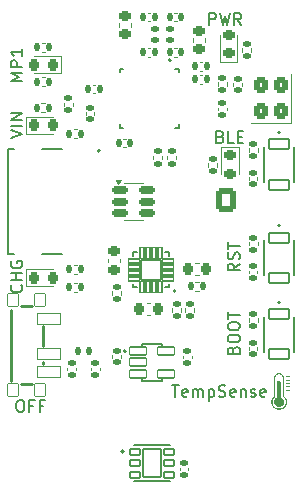
<source format=gto>
G04 #@! TF.GenerationSoftware,KiCad,Pcbnew,9.0.3*
G04 #@! TF.CreationDate,2025-07-16T17:21:36+12:00*
G04 #@! TF.ProjectId,TempSense,54656d70-5365-46e7-9365-2e6b69636164,rev?*
G04 #@! TF.SameCoordinates,Original*
G04 #@! TF.FileFunction,Legend,Top*
G04 #@! TF.FilePolarity,Positive*
%FSLAX46Y46*%
G04 Gerber Fmt 4.6, Leading zero omitted, Abs format (unit mm)*
G04 Created by KiCad (PCBNEW 9.0.3) date 2025-07-16 17:21:36*
%MOMM*%
%LPD*%
G01*
G04 APERTURE LIST*
G04 Aperture macros list*
%AMRoundRect*
0 Rectangle with rounded corners*
0 $1 Rounding radius*
0 $2 $3 $4 $5 $6 $7 $8 $9 X,Y pos of 4 corners*
0 Add a 4 corners polygon primitive as box body*
4,1,4,$2,$3,$4,$5,$6,$7,$8,$9,$2,$3,0*
0 Add four circle primitives for the rounded corners*
1,1,$1+$1,$2,$3*
1,1,$1+$1,$4,$5*
1,1,$1+$1,$6,$7*
1,1,$1+$1,$8,$9*
0 Add four rect primitives between the rounded corners*
20,1,$1+$1,$2,$3,$4,$5,0*
20,1,$1+$1,$4,$5,$6,$7,0*
20,1,$1+$1,$6,$7,$8,$9,0*
20,1,$1+$1,$8,$9,$2,$3,0*%
G04 Aperture macros list end*
%ADD10C,0.150000*%
%ADD11C,0.127000*%
%ADD12C,0.200000*%
%ADD13C,0.120000*%
%ADD14C,0.000000*%
%ADD15C,0.254000*%
%ADD16C,0.010000*%
%ADD17RoundRect,0.078000X-0.454000X-0.234000X0.454000X-0.234000X0.454000X0.234000X-0.454000X0.234000X0*%
%ADD18RoundRect,0.102000X-0.750000X-1.200000X0.750000X-1.200000X0.750000X1.200000X-0.750000X1.200000X0*%
%ADD19RoundRect,0.218750X0.256250X-0.218750X0.256250X0.218750X-0.256250X0.218750X-0.256250X-0.218750X0*%
%ADD20RoundRect,0.060300X-0.716700X-0.341700X0.716700X-0.341700X0.716700X0.341700X-0.716700X0.341700X0*%
%ADD21RoundRect,0.140000X-0.140000X-0.170000X0.140000X-0.170000X0.140000X0.170000X-0.140000X0.170000X0*%
%ADD22RoundRect,0.140000X-0.170000X0.140000X-0.170000X-0.140000X0.170000X-0.140000X0.170000X0.140000X0*%
%ADD23RoundRect,0.102000X-0.850000X0.400000X-0.850000X-0.400000X0.850000X-0.400000X0.850000X0.400000X0*%
%ADD24RoundRect,0.147500X-0.172500X0.147500X-0.172500X-0.147500X0.172500X-0.147500X0.172500X0.147500X0*%
%ADD25RoundRect,0.135000X0.135000X0.185000X-0.135000X0.185000X-0.135000X-0.185000X0.135000X-0.185000X0*%
%ADD26RoundRect,0.225000X-0.250000X0.225000X-0.250000X-0.225000X0.250000X-0.225000X0.250000X0.225000X0*%
%ADD27RoundRect,0.218750X-0.218750X-0.256250X0.218750X-0.256250X0.218750X0.256250X-0.218750X0.256250X0*%
%ADD28RoundRect,0.135000X-0.135000X-0.185000X0.135000X-0.185000X0.135000X0.185000X-0.135000X0.185000X0*%
%ADD29RoundRect,0.140000X0.140000X0.170000X-0.140000X0.170000X-0.140000X-0.170000X0.140000X-0.170000X0*%
%ADD30RoundRect,0.135000X0.185000X-0.135000X0.185000X0.135000X-0.185000X0.135000X-0.185000X-0.135000X0*%
%ADD31C,3.800000*%
%ADD32RoundRect,0.150000X-0.512500X-0.150000X0.512500X-0.150000X0.512500X0.150000X-0.512500X0.150000X0*%
%ADD33C,0.850000*%
%ADD34RoundRect,0.050800X-1.000000X0.450000X-1.000000X-0.450000X1.000000X-0.450000X1.000000X0.450000X0*%
%ADD35RoundRect,0.050800X-0.465000X0.550000X-0.465000X-0.550000X0.465000X-0.550000X0.465000X0.550000X0*%
%ADD36RoundRect,0.050800X0.465000X-0.550000X0.465000X0.550000X-0.465000X0.550000X-0.465000X-0.550000X0*%
%ADD37RoundRect,0.218750X-0.256250X0.218750X-0.256250X-0.218750X0.256250X-0.218750X0.256250X0.218750X0*%
%ADD38RoundRect,0.147500X-0.147500X-0.172500X0.147500X-0.172500X0.147500X0.172500X-0.147500X0.172500X0*%
%ADD39RoundRect,0.135000X-0.185000X0.135000X-0.185000X-0.135000X0.185000X-0.135000X0.185000X0.135000X0*%
%ADD40RoundRect,0.225000X-0.225000X-0.250000X0.225000X-0.250000X0.225000X0.250000X-0.225000X0.250000X0*%
%ADD41RoundRect,0.218750X0.218750X0.256250X-0.218750X0.256250X-0.218750X-0.256250X0.218750X-0.256250X0*%
%ADD42RoundRect,0.140000X0.170000X-0.140000X0.170000X0.140000X-0.170000X0.140000X-0.170000X-0.140000X0*%
%ADD43RoundRect,0.058000X0.474000X0.174000X-0.474000X0.174000X-0.474000X-0.174000X0.474000X-0.174000X0*%
%ADD44RoundRect,0.058000X0.174000X0.474000X-0.174000X0.474000X-0.174000X-0.474000X0.174000X-0.474000X0*%
%ADD45RoundRect,0.102000X0.840000X0.840000X-0.840000X0.840000X-0.840000X-0.840000X0.840000X-0.840000X0*%
%ADD46RoundRect,0.225000X0.250000X-0.225000X0.250000X0.225000X-0.250000X0.225000X-0.250000X-0.225000X0*%
%ADD47C,0.600000*%
%ADD48O,2.204000X1.104000*%
%ADD49O,1.904000X1.104000*%
%ADD50RoundRect,0.147500X0.172500X-0.147500X0.172500X0.147500X-0.172500X0.147500X-0.172500X-0.147500X0*%
%ADD51RoundRect,0.250000X0.350000X-0.450000X0.350000X0.450000X-0.350000X0.450000X-0.350000X-0.450000X0*%
%ADD52RoundRect,0.250000X0.600000X0.750000X-0.600000X0.750000X-0.600000X-0.750000X0.600000X-0.750000X0*%
%ADD53O,1.700000X2.000000*%
G04 APERTURE END LIST*
D10*
X82896009Y-83879887D02*
X82943628Y-83737030D01*
X82943628Y-83737030D02*
X82991247Y-83689411D01*
X82991247Y-83689411D02*
X83086485Y-83641792D01*
X83086485Y-83641792D02*
X83229342Y-83641792D01*
X83229342Y-83641792D02*
X83324580Y-83689411D01*
X83324580Y-83689411D02*
X83372200Y-83737030D01*
X83372200Y-83737030D02*
X83419819Y-83832268D01*
X83419819Y-83832268D02*
X83419819Y-84213220D01*
X83419819Y-84213220D02*
X82419819Y-84213220D01*
X82419819Y-84213220D02*
X82419819Y-83879887D01*
X82419819Y-83879887D02*
X82467438Y-83784649D01*
X82467438Y-83784649D02*
X82515057Y-83737030D01*
X82515057Y-83737030D02*
X82610295Y-83689411D01*
X82610295Y-83689411D02*
X82705533Y-83689411D01*
X82705533Y-83689411D02*
X82800771Y-83737030D01*
X82800771Y-83737030D02*
X82848390Y-83784649D01*
X82848390Y-83784649D02*
X82896009Y-83879887D01*
X82896009Y-83879887D02*
X82896009Y-84213220D01*
X82419819Y-83022744D02*
X82419819Y-82832268D01*
X82419819Y-82832268D02*
X82467438Y-82737030D01*
X82467438Y-82737030D02*
X82562676Y-82641792D01*
X82562676Y-82641792D02*
X82753152Y-82594173D01*
X82753152Y-82594173D02*
X83086485Y-82594173D01*
X83086485Y-82594173D02*
X83276961Y-82641792D01*
X83276961Y-82641792D02*
X83372200Y-82737030D01*
X83372200Y-82737030D02*
X83419819Y-82832268D01*
X83419819Y-82832268D02*
X83419819Y-83022744D01*
X83419819Y-83022744D02*
X83372200Y-83117982D01*
X83372200Y-83117982D02*
X83276961Y-83213220D01*
X83276961Y-83213220D02*
X83086485Y-83260839D01*
X83086485Y-83260839D02*
X82753152Y-83260839D01*
X82753152Y-83260839D02*
X82562676Y-83213220D01*
X82562676Y-83213220D02*
X82467438Y-83117982D01*
X82467438Y-83117982D02*
X82419819Y-83022744D01*
X82419819Y-81975125D02*
X82419819Y-81784649D01*
X82419819Y-81784649D02*
X82467438Y-81689411D01*
X82467438Y-81689411D02*
X82562676Y-81594173D01*
X82562676Y-81594173D02*
X82753152Y-81546554D01*
X82753152Y-81546554D02*
X83086485Y-81546554D01*
X83086485Y-81546554D02*
X83276961Y-81594173D01*
X83276961Y-81594173D02*
X83372200Y-81689411D01*
X83372200Y-81689411D02*
X83419819Y-81784649D01*
X83419819Y-81784649D02*
X83419819Y-81975125D01*
X83419819Y-81975125D02*
X83372200Y-82070363D01*
X83372200Y-82070363D02*
X83276961Y-82165601D01*
X83276961Y-82165601D02*
X83086485Y-82213220D01*
X83086485Y-82213220D02*
X82753152Y-82213220D01*
X82753152Y-82213220D02*
X82562676Y-82165601D01*
X82562676Y-82165601D02*
X82467438Y-82070363D01*
X82467438Y-82070363D02*
X82419819Y-81975125D01*
X82419819Y-81260839D02*
X82419819Y-80689411D01*
X83419819Y-80975125D02*
X82419819Y-80975125D01*
X77693922Y-86869819D02*
X78265350Y-86869819D01*
X77979636Y-87869819D02*
X77979636Y-86869819D01*
X78979636Y-87822200D02*
X78884398Y-87869819D01*
X78884398Y-87869819D02*
X78693922Y-87869819D01*
X78693922Y-87869819D02*
X78598684Y-87822200D01*
X78598684Y-87822200D02*
X78551065Y-87726961D01*
X78551065Y-87726961D02*
X78551065Y-87346009D01*
X78551065Y-87346009D02*
X78598684Y-87250771D01*
X78598684Y-87250771D02*
X78693922Y-87203152D01*
X78693922Y-87203152D02*
X78884398Y-87203152D01*
X78884398Y-87203152D02*
X78979636Y-87250771D01*
X78979636Y-87250771D02*
X79027255Y-87346009D01*
X79027255Y-87346009D02*
X79027255Y-87441247D01*
X79027255Y-87441247D02*
X78551065Y-87536485D01*
X79455827Y-87869819D02*
X79455827Y-87203152D01*
X79455827Y-87298390D02*
X79503446Y-87250771D01*
X79503446Y-87250771D02*
X79598684Y-87203152D01*
X79598684Y-87203152D02*
X79741541Y-87203152D01*
X79741541Y-87203152D02*
X79836779Y-87250771D01*
X79836779Y-87250771D02*
X79884398Y-87346009D01*
X79884398Y-87346009D02*
X79884398Y-87869819D01*
X79884398Y-87346009D02*
X79932017Y-87250771D01*
X79932017Y-87250771D02*
X80027255Y-87203152D01*
X80027255Y-87203152D02*
X80170112Y-87203152D01*
X80170112Y-87203152D02*
X80265351Y-87250771D01*
X80265351Y-87250771D02*
X80312970Y-87346009D01*
X80312970Y-87346009D02*
X80312970Y-87869819D01*
X80789160Y-87203152D02*
X80789160Y-88203152D01*
X80789160Y-87250771D02*
X80884398Y-87203152D01*
X80884398Y-87203152D02*
X81074874Y-87203152D01*
X81074874Y-87203152D02*
X81170112Y-87250771D01*
X81170112Y-87250771D02*
X81217731Y-87298390D01*
X81217731Y-87298390D02*
X81265350Y-87393628D01*
X81265350Y-87393628D02*
X81265350Y-87679342D01*
X81265350Y-87679342D02*
X81217731Y-87774580D01*
X81217731Y-87774580D02*
X81170112Y-87822200D01*
X81170112Y-87822200D02*
X81074874Y-87869819D01*
X81074874Y-87869819D02*
X80884398Y-87869819D01*
X80884398Y-87869819D02*
X80789160Y-87822200D01*
X81646303Y-87822200D02*
X81789160Y-87869819D01*
X81789160Y-87869819D02*
X82027255Y-87869819D01*
X82027255Y-87869819D02*
X82122493Y-87822200D01*
X82122493Y-87822200D02*
X82170112Y-87774580D01*
X82170112Y-87774580D02*
X82217731Y-87679342D01*
X82217731Y-87679342D02*
X82217731Y-87584104D01*
X82217731Y-87584104D02*
X82170112Y-87488866D01*
X82170112Y-87488866D02*
X82122493Y-87441247D01*
X82122493Y-87441247D02*
X82027255Y-87393628D01*
X82027255Y-87393628D02*
X81836779Y-87346009D01*
X81836779Y-87346009D02*
X81741541Y-87298390D01*
X81741541Y-87298390D02*
X81693922Y-87250771D01*
X81693922Y-87250771D02*
X81646303Y-87155533D01*
X81646303Y-87155533D02*
X81646303Y-87060295D01*
X81646303Y-87060295D02*
X81693922Y-86965057D01*
X81693922Y-86965057D02*
X81741541Y-86917438D01*
X81741541Y-86917438D02*
X81836779Y-86869819D01*
X81836779Y-86869819D02*
X82074874Y-86869819D01*
X82074874Y-86869819D02*
X82217731Y-86917438D01*
X83027255Y-87822200D02*
X82932017Y-87869819D01*
X82932017Y-87869819D02*
X82741541Y-87869819D01*
X82741541Y-87869819D02*
X82646303Y-87822200D01*
X82646303Y-87822200D02*
X82598684Y-87726961D01*
X82598684Y-87726961D02*
X82598684Y-87346009D01*
X82598684Y-87346009D02*
X82646303Y-87250771D01*
X82646303Y-87250771D02*
X82741541Y-87203152D01*
X82741541Y-87203152D02*
X82932017Y-87203152D01*
X82932017Y-87203152D02*
X83027255Y-87250771D01*
X83027255Y-87250771D02*
X83074874Y-87346009D01*
X83074874Y-87346009D02*
X83074874Y-87441247D01*
X83074874Y-87441247D02*
X82598684Y-87536485D01*
X83503446Y-87203152D02*
X83503446Y-87869819D01*
X83503446Y-87298390D02*
X83551065Y-87250771D01*
X83551065Y-87250771D02*
X83646303Y-87203152D01*
X83646303Y-87203152D02*
X83789160Y-87203152D01*
X83789160Y-87203152D02*
X83884398Y-87250771D01*
X83884398Y-87250771D02*
X83932017Y-87346009D01*
X83932017Y-87346009D02*
X83932017Y-87869819D01*
X84360589Y-87822200D02*
X84455827Y-87869819D01*
X84455827Y-87869819D02*
X84646303Y-87869819D01*
X84646303Y-87869819D02*
X84741541Y-87822200D01*
X84741541Y-87822200D02*
X84789160Y-87726961D01*
X84789160Y-87726961D02*
X84789160Y-87679342D01*
X84789160Y-87679342D02*
X84741541Y-87584104D01*
X84741541Y-87584104D02*
X84646303Y-87536485D01*
X84646303Y-87536485D02*
X84503446Y-87536485D01*
X84503446Y-87536485D02*
X84408208Y-87488866D01*
X84408208Y-87488866D02*
X84360589Y-87393628D01*
X84360589Y-87393628D02*
X84360589Y-87346009D01*
X84360589Y-87346009D02*
X84408208Y-87250771D01*
X84408208Y-87250771D02*
X84503446Y-87203152D01*
X84503446Y-87203152D02*
X84646303Y-87203152D01*
X84646303Y-87203152D02*
X84741541Y-87250771D01*
X85598684Y-87822200D02*
X85503446Y-87869819D01*
X85503446Y-87869819D02*
X85312970Y-87869819D01*
X85312970Y-87869819D02*
X85217732Y-87822200D01*
X85217732Y-87822200D02*
X85170113Y-87726961D01*
X85170113Y-87726961D02*
X85170113Y-87346009D01*
X85170113Y-87346009D02*
X85217732Y-87250771D01*
X85217732Y-87250771D02*
X85312970Y-87203152D01*
X85312970Y-87203152D02*
X85503446Y-87203152D01*
X85503446Y-87203152D02*
X85598684Y-87250771D01*
X85598684Y-87250771D02*
X85646303Y-87346009D01*
X85646303Y-87346009D02*
X85646303Y-87441247D01*
X85646303Y-87441247D02*
X85170113Y-87536485D01*
X64924580Y-78391792D02*
X64972200Y-78439411D01*
X64972200Y-78439411D02*
X65019819Y-78582268D01*
X65019819Y-78582268D02*
X65019819Y-78677506D01*
X65019819Y-78677506D02*
X64972200Y-78820363D01*
X64972200Y-78820363D02*
X64876961Y-78915601D01*
X64876961Y-78915601D02*
X64781723Y-78963220D01*
X64781723Y-78963220D02*
X64591247Y-79010839D01*
X64591247Y-79010839D02*
X64448390Y-79010839D01*
X64448390Y-79010839D02*
X64257914Y-78963220D01*
X64257914Y-78963220D02*
X64162676Y-78915601D01*
X64162676Y-78915601D02*
X64067438Y-78820363D01*
X64067438Y-78820363D02*
X64019819Y-78677506D01*
X64019819Y-78677506D02*
X64019819Y-78582268D01*
X64019819Y-78582268D02*
X64067438Y-78439411D01*
X64067438Y-78439411D02*
X64115057Y-78391792D01*
X65019819Y-77963220D02*
X64019819Y-77963220D01*
X64496009Y-77963220D02*
X64496009Y-77391792D01*
X65019819Y-77391792D02*
X64019819Y-77391792D01*
X64067438Y-76391792D02*
X64019819Y-76487030D01*
X64019819Y-76487030D02*
X64019819Y-76629887D01*
X64019819Y-76629887D02*
X64067438Y-76772744D01*
X64067438Y-76772744D02*
X64162676Y-76867982D01*
X64162676Y-76867982D02*
X64257914Y-76915601D01*
X64257914Y-76915601D02*
X64448390Y-76963220D01*
X64448390Y-76963220D02*
X64591247Y-76963220D01*
X64591247Y-76963220D02*
X64781723Y-76915601D01*
X64781723Y-76915601D02*
X64876961Y-76867982D01*
X64876961Y-76867982D02*
X64972200Y-76772744D01*
X64972200Y-76772744D02*
X65019819Y-76629887D01*
X65019819Y-76629887D02*
X65019819Y-76534649D01*
X65019819Y-76534649D02*
X64972200Y-76391792D01*
X64972200Y-76391792D02*
X64924580Y-76344173D01*
X64924580Y-76344173D02*
X64591247Y-76344173D01*
X64591247Y-76344173D02*
X64591247Y-76534649D01*
X65019819Y-61085839D02*
X64019819Y-61085839D01*
X64019819Y-61085839D02*
X64734104Y-60752506D01*
X64734104Y-60752506D02*
X64019819Y-60419173D01*
X64019819Y-60419173D02*
X65019819Y-60419173D01*
X65019819Y-59942982D02*
X64019819Y-59942982D01*
X64019819Y-59942982D02*
X64019819Y-59562030D01*
X64019819Y-59562030D02*
X64067438Y-59466792D01*
X64067438Y-59466792D02*
X64115057Y-59419173D01*
X64115057Y-59419173D02*
X64210295Y-59371554D01*
X64210295Y-59371554D02*
X64353152Y-59371554D01*
X64353152Y-59371554D02*
X64448390Y-59419173D01*
X64448390Y-59419173D02*
X64496009Y-59466792D01*
X64496009Y-59466792D02*
X64543628Y-59562030D01*
X64543628Y-59562030D02*
X64543628Y-59942982D01*
X65019819Y-58419173D02*
X65019819Y-58990601D01*
X65019819Y-58704887D02*
X64019819Y-58704887D01*
X64019819Y-58704887D02*
X64162676Y-58800125D01*
X64162676Y-58800125D02*
X64257914Y-58895363D01*
X64257914Y-58895363D02*
X64305533Y-58990601D01*
X83419819Y-76591792D02*
X82943628Y-76925125D01*
X83419819Y-77163220D02*
X82419819Y-77163220D01*
X82419819Y-77163220D02*
X82419819Y-76782268D01*
X82419819Y-76782268D02*
X82467438Y-76687030D01*
X82467438Y-76687030D02*
X82515057Y-76639411D01*
X82515057Y-76639411D02*
X82610295Y-76591792D01*
X82610295Y-76591792D02*
X82753152Y-76591792D01*
X82753152Y-76591792D02*
X82848390Y-76639411D01*
X82848390Y-76639411D02*
X82896009Y-76687030D01*
X82896009Y-76687030D02*
X82943628Y-76782268D01*
X82943628Y-76782268D02*
X82943628Y-77163220D01*
X83372200Y-76210839D02*
X83419819Y-76067982D01*
X83419819Y-76067982D02*
X83419819Y-75829887D01*
X83419819Y-75829887D02*
X83372200Y-75734649D01*
X83372200Y-75734649D02*
X83324580Y-75687030D01*
X83324580Y-75687030D02*
X83229342Y-75639411D01*
X83229342Y-75639411D02*
X83134104Y-75639411D01*
X83134104Y-75639411D02*
X83038866Y-75687030D01*
X83038866Y-75687030D02*
X82991247Y-75734649D01*
X82991247Y-75734649D02*
X82943628Y-75829887D01*
X82943628Y-75829887D02*
X82896009Y-76020363D01*
X82896009Y-76020363D02*
X82848390Y-76115601D01*
X82848390Y-76115601D02*
X82800771Y-76163220D01*
X82800771Y-76163220D02*
X82705533Y-76210839D01*
X82705533Y-76210839D02*
X82610295Y-76210839D01*
X82610295Y-76210839D02*
X82515057Y-76163220D01*
X82515057Y-76163220D02*
X82467438Y-76115601D01*
X82467438Y-76115601D02*
X82419819Y-76020363D01*
X82419819Y-76020363D02*
X82419819Y-75782268D01*
X82419819Y-75782268D02*
X82467438Y-75639411D01*
X82419819Y-75353696D02*
X82419819Y-74782268D01*
X83419819Y-75067982D02*
X82419819Y-75067982D01*
X81787969Y-65846009D02*
X81930826Y-65893628D01*
X81930826Y-65893628D02*
X81978445Y-65941247D01*
X81978445Y-65941247D02*
X82026064Y-66036485D01*
X82026064Y-66036485D02*
X82026064Y-66179342D01*
X82026064Y-66179342D02*
X81978445Y-66274580D01*
X81978445Y-66274580D02*
X81930826Y-66322200D01*
X81930826Y-66322200D02*
X81835588Y-66369819D01*
X81835588Y-66369819D02*
X81454636Y-66369819D01*
X81454636Y-66369819D02*
X81454636Y-65369819D01*
X81454636Y-65369819D02*
X81787969Y-65369819D01*
X81787969Y-65369819D02*
X81883207Y-65417438D01*
X81883207Y-65417438D02*
X81930826Y-65465057D01*
X81930826Y-65465057D02*
X81978445Y-65560295D01*
X81978445Y-65560295D02*
X81978445Y-65655533D01*
X81978445Y-65655533D02*
X81930826Y-65750771D01*
X81930826Y-65750771D02*
X81883207Y-65798390D01*
X81883207Y-65798390D02*
X81787969Y-65846009D01*
X81787969Y-65846009D02*
X81454636Y-65846009D01*
X82930826Y-66369819D02*
X82454636Y-66369819D01*
X82454636Y-66369819D02*
X82454636Y-65369819D01*
X83264160Y-65846009D02*
X83597493Y-65846009D01*
X83740350Y-66369819D02*
X83264160Y-66369819D01*
X83264160Y-66369819D02*
X83264160Y-65369819D01*
X83264160Y-65369819D02*
X83740350Y-65369819D01*
X64759489Y-88137586D02*
X64949965Y-88137586D01*
X64949965Y-88137586D02*
X65045203Y-88185205D01*
X65045203Y-88185205D02*
X65140441Y-88280443D01*
X65140441Y-88280443D02*
X65188060Y-88470919D01*
X65188060Y-88470919D02*
X65188060Y-88804252D01*
X65188060Y-88804252D02*
X65140441Y-88994728D01*
X65140441Y-88994728D02*
X65045203Y-89089967D01*
X65045203Y-89089967D02*
X64949965Y-89137586D01*
X64949965Y-89137586D02*
X64759489Y-89137586D01*
X64759489Y-89137586D02*
X64664251Y-89089967D01*
X64664251Y-89089967D02*
X64569013Y-88994728D01*
X64569013Y-88994728D02*
X64521394Y-88804252D01*
X64521394Y-88804252D02*
X64521394Y-88470919D01*
X64521394Y-88470919D02*
X64569013Y-88280443D01*
X64569013Y-88280443D02*
X64664251Y-88185205D01*
X64664251Y-88185205D02*
X64759489Y-88137586D01*
X65949965Y-88613776D02*
X65616632Y-88613776D01*
X65616632Y-89137586D02*
X65616632Y-88137586D01*
X65616632Y-88137586D02*
X66092822Y-88137586D01*
X66807108Y-88613776D02*
X66473775Y-88613776D01*
X66473775Y-89137586D02*
X66473775Y-88137586D01*
X66473775Y-88137586D02*
X66949965Y-88137586D01*
X80836779Y-56369819D02*
X80836779Y-55369819D01*
X80836779Y-55369819D02*
X81217731Y-55369819D01*
X81217731Y-55369819D02*
X81312969Y-55417438D01*
X81312969Y-55417438D02*
X81360588Y-55465057D01*
X81360588Y-55465057D02*
X81408207Y-55560295D01*
X81408207Y-55560295D02*
X81408207Y-55703152D01*
X81408207Y-55703152D02*
X81360588Y-55798390D01*
X81360588Y-55798390D02*
X81312969Y-55846009D01*
X81312969Y-55846009D02*
X81217731Y-55893628D01*
X81217731Y-55893628D02*
X80836779Y-55893628D01*
X81741541Y-55369819D02*
X81979636Y-56369819D01*
X81979636Y-56369819D02*
X82170112Y-55655533D01*
X82170112Y-55655533D02*
X82360588Y-56369819D01*
X82360588Y-56369819D02*
X82598684Y-55369819D01*
X83551064Y-56369819D02*
X83217731Y-55893628D01*
X82979636Y-56369819D02*
X82979636Y-55369819D01*
X82979636Y-55369819D02*
X83360588Y-55369819D01*
X83360588Y-55369819D02*
X83455826Y-55417438D01*
X83455826Y-55417438D02*
X83503445Y-55465057D01*
X83503445Y-55465057D02*
X83551064Y-55560295D01*
X83551064Y-55560295D02*
X83551064Y-55703152D01*
X83551064Y-55703152D02*
X83503445Y-55798390D01*
X83503445Y-55798390D02*
X83455826Y-55846009D01*
X83455826Y-55846009D02*
X83360588Y-55893628D01*
X83360588Y-55893628D02*
X82979636Y-55893628D01*
X64019819Y-65906077D02*
X65019819Y-65572744D01*
X65019819Y-65572744D02*
X64019819Y-65239411D01*
X65019819Y-64906077D02*
X64019819Y-64906077D01*
X65019819Y-64429887D02*
X64019819Y-64429887D01*
X64019819Y-64429887D02*
X65019819Y-63858459D01*
X65019819Y-63858459D02*
X64019819Y-63858459D01*
D11*
X74500000Y-91970000D02*
X77500000Y-91970000D01*
X74500000Y-95030000D02*
X77500000Y-95030000D01*
D12*
X73605000Y-92500000D02*
G75*
G02*
X73405000Y-92500000I-100000J0D01*
G01*
X73405000Y-92500000D02*
G75*
G02*
X73605000Y-92500000I100000J0D01*
G01*
D13*
X81765000Y-57200000D02*
X81765000Y-59485000D01*
X81765000Y-59485000D02*
X83235000Y-59485000D01*
X83235000Y-59485000D02*
X83235000Y-57200000D01*
D11*
X75150000Y-83390000D02*
X75150000Y-83490000D01*
X75150000Y-86490000D02*
X75150000Y-86390000D01*
X76850000Y-83390000D02*
X75150000Y-83390000D01*
X76850000Y-83390000D02*
X76850000Y-83490000D01*
X76850000Y-86490000D02*
X75150000Y-86490000D01*
X76850000Y-86490000D02*
X76850000Y-86390000D01*
D12*
X73800000Y-83990000D02*
G75*
G02*
X73600000Y-83990000I-100000J0D01*
G01*
X73600000Y-83990000D02*
G75*
G02*
X73800000Y-83990000I100000J0D01*
G01*
D13*
X77872164Y-55340000D02*
X78087836Y-55340000D01*
X77872164Y-56060000D02*
X78087836Y-56060000D01*
X78640000Y-84382164D02*
X78640000Y-84597836D01*
X79360000Y-84382164D02*
X79360000Y-84597836D01*
D11*
X85500000Y-66690000D02*
X85500000Y-69690000D01*
X88000000Y-66690000D02*
X88000000Y-69690000D01*
D12*
X86850000Y-65490000D02*
G75*
G02*
X86650000Y-65490000I-100000J0D01*
G01*
X86650000Y-65490000D02*
G75*
G02*
X86850000Y-65490000I100000J0D01*
G01*
D13*
X68840000Y-85392164D02*
X68840000Y-85607836D01*
X69560000Y-85392164D02*
X69560000Y-85607836D01*
X80042164Y-60615000D02*
X80257836Y-60615000D01*
X80042164Y-61335000D02*
X80257836Y-61335000D01*
X66961141Y-57870000D02*
X66653859Y-57870000D01*
X66961141Y-58630000D02*
X66653859Y-58630000D01*
X84190000Y-77187164D02*
X84190000Y-77402836D01*
X84910000Y-77187164D02*
X84910000Y-77402836D01*
X69663641Y-65195000D02*
X69356359Y-65195000D01*
X69663641Y-65955000D02*
X69356359Y-65955000D01*
X80042164Y-59515000D02*
X80257836Y-59515000D01*
X80042164Y-60235000D02*
X80257836Y-60235000D01*
X73240000Y-56234420D02*
X73240000Y-56515580D01*
X74260000Y-56234420D02*
X74260000Y-56515580D01*
X69663641Y-76695000D02*
X69356359Y-76695000D01*
X69663641Y-77455000D02*
X69356359Y-77455000D01*
X65302500Y-64140000D02*
X65302500Y-65610000D01*
X65302500Y-65610000D02*
X67587500Y-65610000D01*
X67587500Y-64140000D02*
X65302500Y-64140000D01*
D14*
G36*
X87658222Y-87016932D02*
G01*
X87658944Y-87054044D01*
X87515563Y-87054044D01*
X87372182Y-87054044D01*
X87372905Y-87016932D01*
X87373627Y-86979820D01*
X87515563Y-86979820D01*
X87657499Y-86979820D01*
X87658222Y-87016932D01*
G37*
G36*
X87710312Y-86164015D02*
G01*
X87709585Y-86198522D01*
X87540955Y-86199192D01*
X87372325Y-86199863D01*
X87372325Y-86164685D01*
X87372325Y-86129508D01*
X87541682Y-86129508D01*
X87711039Y-86129508D01*
X87710312Y-86164015D01*
G37*
G36*
X87656197Y-86448516D02*
G01*
X87656197Y-86486301D01*
X87514261Y-86486301D01*
X87487610Y-86486266D01*
X87462584Y-86486166D01*
X87439657Y-86486007D01*
X87419301Y-86485796D01*
X87401989Y-86485540D01*
X87388194Y-86485244D01*
X87378389Y-86484916D01*
X87373047Y-86484561D01*
X87372180Y-86484347D01*
X87372110Y-86481153D01*
X87372020Y-86473772D01*
X87371921Y-86463222D01*
X87371822Y-86450525D01*
X87371800Y-86447236D01*
X87371564Y-86412077D01*
X87513880Y-86411404D01*
X87656197Y-86410731D01*
X87656197Y-86448516D01*
G37*
G36*
X87708283Y-86732409D02*
G01*
X87708283Y-86767568D01*
X87540738Y-86767568D01*
X87511689Y-86767552D01*
X87484203Y-86767505D01*
X87458719Y-86767430D01*
X87435677Y-86767330D01*
X87415513Y-86767207D01*
X87398667Y-86767066D01*
X87385577Y-86766907D01*
X87376682Y-86766735D01*
X87372421Y-86766551D01*
X87372108Y-86766492D01*
X87371762Y-86763632D01*
X87371583Y-86756570D01*
X87371581Y-86746311D01*
X87371763Y-86733857D01*
X87371819Y-86731333D01*
X87372615Y-86697251D01*
X87540449Y-86697251D01*
X87708283Y-86697251D01*
X87708283Y-86732409D01*
G37*
G36*
X87710888Y-87302738D02*
G01*
X87710888Y-87337915D01*
X87542827Y-87337915D01*
X87508047Y-87337898D01*
X87478143Y-87337841D01*
X87452781Y-87337739D01*
X87431629Y-87337583D01*
X87414352Y-87337368D01*
X87400619Y-87337088D01*
X87390096Y-87336734D01*
X87382450Y-87336301D01*
X87377348Y-87335781D01*
X87374456Y-87335169D01*
X87373459Y-87334508D01*
X87373006Y-87330682D01*
X87372750Y-87322811D01*
X87372708Y-87312055D01*
X87372889Y-87300001D01*
X87373627Y-87268901D01*
X87542257Y-87268231D01*
X87710888Y-87267561D01*
X87710888Y-87302738D01*
G37*
G36*
X86770943Y-86516423D02*
G01*
X86785143Y-86516759D01*
X86796053Y-86517402D01*
X86804633Y-86518423D01*
X86811840Y-86519896D01*
X86816301Y-86521148D01*
X86843888Y-86532241D01*
X86868491Y-86547492D01*
X86889809Y-86566592D01*
X86907540Y-86589236D01*
X86921385Y-86615115D01*
X86928916Y-86636049D01*
X86929412Y-86637952D01*
X86929872Y-86640277D01*
X86930297Y-86643224D01*
X86930689Y-86646991D01*
X86931050Y-86651777D01*
X86931380Y-86657781D01*
X86931682Y-86665201D01*
X86931958Y-86674237D01*
X86932208Y-86685087D01*
X86932435Y-86697951D01*
X86932641Y-86713026D01*
X86932826Y-86730512D01*
X86932993Y-86750607D01*
X86933143Y-86773511D01*
X86933278Y-86799422D01*
X86933399Y-86828538D01*
X86933508Y-86861060D01*
X86933607Y-86897185D01*
X86933697Y-86937112D01*
X86933781Y-86981040D01*
X86933859Y-87029168D01*
X86933933Y-87081695D01*
X86934005Y-87138820D01*
X86934076Y-87200741D01*
X86934149Y-87267657D01*
X86934155Y-87272807D01*
X86934215Y-87329404D01*
X86934273Y-87384669D01*
X86934330Y-87438374D01*
X86934384Y-87490288D01*
X86934437Y-87540184D01*
X86934487Y-87587832D01*
X86934534Y-87633002D01*
X86934578Y-87675466D01*
X86934619Y-87714995D01*
X86934657Y-87751359D01*
X86934691Y-87784329D01*
X86934721Y-87813676D01*
X86934747Y-87839172D01*
X86934768Y-87860587D01*
X86934785Y-87877691D01*
X86934797Y-87890256D01*
X86934804Y-87898053D01*
X86934806Y-87900819D01*
X86936301Y-87906669D01*
X86940715Y-87909183D01*
X86945446Y-87911139D01*
X86953292Y-87915171D01*
X86962954Y-87920592D01*
X86968712Y-87924001D01*
X87009216Y-87951253D01*
X87045502Y-87981555D01*
X87077603Y-88014949D01*
X87105551Y-88051474D01*
X87129379Y-88091172D01*
X87149119Y-88134082D01*
X87158470Y-88159743D01*
X87169922Y-88202260D01*
X87176652Y-88246254D01*
X87178673Y-88291031D01*
X87175998Y-88335899D01*
X87168639Y-88380163D01*
X87156610Y-88423130D01*
X87153435Y-88432076D01*
X87134946Y-88474861D01*
X87112145Y-88514953D01*
X87085317Y-88552076D01*
X87054750Y-88585950D01*
X87020730Y-88616298D01*
X86983543Y-88642841D01*
X86943477Y-88665300D01*
X86900817Y-88683398D01*
X86891314Y-88686699D01*
X86871721Y-88692943D01*
X86854260Y-88697716D01*
X86837606Y-88701227D01*
X86820438Y-88703687D01*
X86801430Y-88705305D01*
X86779261Y-88706291D01*
X86765517Y-88706634D01*
X86745812Y-88706926D01*
X86730140Y-88706872D01*
X86717333Y-88706413D01*
X86706225Y-88705492D01*
X86695648Y-88704051D01*
X86688689Y-88702842D01*
X86641823Y-88691889D01*
X86598144Y-88676901D01*
X86557383Y-88657739D01*
X86519273Y-88634263D01*
X86483543Y-88606336D01*
X86460969Y-88585230D01*
X86429644Y-88550330D01*
X86402787Y-88512756D01*
X86380414Y-88472546D01*
X86362545Y-88429736D01*
X86349198Y-88384364D01*
X86342122Y-88348394D01*
X86339935Y-88328675D01*
X86338854Y-88305568D01*
X86338837Y-88280665D01*
X86339840Y-88255556D01*
X86341821Y-88231834D01*
X86344737Y-88211090D01*
X86345989Y-88204744D01*
X86358185Y-88159872D01*
X86374775Y-88117000D01*
X86395494Y-88076493D01*
X86420078Y-88038717D01*
X86448261Y-88004039D01*
X86479781Y-87972824D01*
X86514372Y-87945438D01*
X86549024Y-87923751D01*
X86569981Y-87912169D01*
X86570738Y-87280620D01*
X86571495Y-86649071D01*
X86577585Y-86630841D01*
X86588519Y-86604488D01*
X86602850Y-86581403D01*
X86619956Y-86561725D01*
X86635951Y-86547532D01*
X86653024Y-86536293D01*
X86672741Y-86527078D01*
X86686977Y-86521974D01*
X86693825Y-86519912D01*
X86700541Y-86518413D01*
X86708126Y-86517391D01*
X86717582Y-86516760D01*
X86729911Y-86516432D01*
X86746114Y-86516323D01*
X86752495Y-86516320D01*
X86770943Y-86516423D01*
G37*
G36*
X86793771Y-85844160D02*
G01*
X86817735Y-85846243D01*
X86832320Y-85848304D01*
X86876854Y-85858501D01*
X86919631Y-85873428D01*
X86960325Y-85892806D01*
X86998615Y-85916357D01*
X87034175Y-85943803D01*
X87066683Y-85974867D01*
X87095815Y-86009270D01*
X87121247Y-86046735D01*
X87142656Y-86086983D01*
X87159642Y-86129508D01*
X87167199Y-86153956D01*
X87172810Y-86177271D01*
X87176956Y-86201727D01*
X87179467Y-86222888D01*
X87179778Y-86228434D01*
X87180070Y-86238783D01*
X87180342Y-86253960D01*
X87180596Y-86273990D01*
X87180831Y-86298897D01*
X87181047Y-86328707D01*
X87181245Y-86363444D01*
X87181423Y-86403133D01*
X87181584Y-86447799D01*
X87181725Y-86497466D01*
X87181849Y-86552160D01*
X87181954Y-86611905D01*
X87182041Y-86676726D01*
X87182110Y-86746648D01*
X87182160Y-86821696D01*
X87182193Y-86901895D01*
X87182208Y-86987268D01*
X87182209Y-87017731D01*
X87182209Y-87785604D01*
X87208904Y-87807125D01*
X87252037Y-87845120D01*
X87291509Y-87886493D01*
X87327103Y-87930904D01*
X87358603Y-87978010D01*
X87385793Y-88027469D01*
X87408456Y-88078941D01*
X87426376Y-88132082D01*
X87434500Y-88163487D01*
X87439224Y-88184962D01*
X87442845Y-88204048D01*
X87445496Y-88222035D01*
X87447307Y-88240213D01*
X87448411Y-88259871D01*
X87448941Y-88282300D01*
X87449037Y-88305423D01*
X87448924Y-88326996D01*
X87448628Y-88344455D01*
X87448081Y-88358895D01*
X87447214Y-88371410D01*
X87445960Y-88383093D01*
X87444248Y-88395038D01*
X87442923Y-88403085D01*
X87434748Y-88444776D01*
X87424836Y-88483124D01*
X87412618Y-88519862D01*
X87397528Y-88556721D01*
X87381590Y-88590298D01*
X87353888Y-88639840D01*
X87321975Y-88686538D01*
X87286125Y-88730201D01*
X87246610Y-88770635D01*
X87203704Y-88807646D01*
X87157680Y-88841044D01*
X87108812Y-88870633D01*
X87057373Y-88896222D01*
X87003635Y-88917616D01*
X86947873Y-88934625D01*
X86890359Y-88947053D01*
X86872294Y-88949935D01*
X86852350Y-88952331D01*
X86829148Y-88954266D01*
X86804056Y-88955694D01*
X86778440Y-88956571D01*
X86753666Y-88956854D01*
X86731101Y-88956497D01*
X86712109Y-88955456D01*
X86709524Y-88955226D01*
X86649590Y-88947097D01*
X86591163Y-88934297D01*
X86534561Y-88916957D01*
X86480105Y-88895211D01*
X86428111Y-88869190D01*
X86378899Y-88839028D01*
X86332788Y-88804857D01*
X86317573Y-88792089D01*
X86273577Y-88750831D01*
X86234285Y-88707348D01*
X86199675Y-88661606D01*
X86169722Y-88613569D01*
X86144405Y-88563200D01*
X86123701Y-88510465D01*
X86111233Y-88469516D01*
X86098637Y-88412967D01*
X86091218Y-88356440D01*
X86089239Y-88307054D01*
X86201589Y-88307054D01*
X86201783Y-88318444D01*
X86205666Y-88369457D01*
X86214507Y-88419363D01*
X86228120Y-88467884D01*
X86246322Y-88514742D01*
X86268927Y-88559659D01*
X86295750Y-88602358D01*
X86326607Y-88642561D01*
X86361314Y-88679990D01*
X86399685Y-88714367D01*
X86441536Y-88745415D01*
X86486682Y-88772856D01*
X86512897Y-88786333D01*
X86562367Y-88807386D01*
X86614242Y-88824070D01*
X86667827Y-88836199D01*
X86722426Y-88843587D01*
X86730359Y-88844252D01*
X86743610Y-88844795D01*
X86760687Y-88844783D01*
X86780244Y-88844280D01*
X86800937Y-88843349D01*
X86821418Y-88842053D01*
X86840343Y-88840454D01*
X86856366Y-88838617D01*
X86859273Y-88838201D01*
X86911621Y-88827888D01*
X86962332Y-88812971D01*
X87011107Y-88793681D01*
X87057651Y-88770251D01*
X87101666Y-88742912D01*
X87142855Y-88711896D01*
X87180921Y-88677435D01*
X87215567Y-88639761D01*
X87246497Y-88599106D01*
X87273413Y-88555702D01*
X87296018Y-88509781D01*
X87303610Y-88491216D01*
X87317579Y-88450204D01*
X87327630Y-88409216D01*
X87333986Y-88367015D01*
X87336869Y-88322363D01*
X87337100Y-88305423D01*
X87335658Y-88260630D01*
X87331022Y-88218923D01*
X87322919Y-88179074D01*
X87311075Y-88139858D01*
X87295217Y-88100045D01*
X87287589Y-88083469D01*
X87263205Y-88037904D01*
X87234894Y-87995386D01*
X87202471Y-87955703D01*
X87165753Y-87918644D01*
X87124555Y-87883997D01*
X87095660Y-87862928D01*
X87070312Y-87845418D01*
X87069550Y-87034992D01*
X87068788Y-86224566D01*
X87063306Y-86201002D01*
X87054632Y-86169216D01*
X87044007Y-86140885D01*
X87030766Y-86114417D01*
X87019195Y-86095554D01*
X86994865Y-86063232D01*
X86966990Y-86034552D01*
X86935927Y-86009771D01*
X86902034Y-85989150D01*
X86865671Y-85972944D01*
X86835975Y-85963576D01*
X86815780Y-85959497D01*
X86792360Y-85956722D01*
X86767462Y-85955316D01*
X86742836Y-85955343D01*
X86720229Y-85956868D01*
X86706920Y-85958791D01*
X86667007Y-85968773D01*
X86629500Y-85983307D01*
X86594603Y-86002270D01*
X86562523Y-86025538D01*
X86533464Y-86052990D01*
X86516931Y-86072213D01*
X86494654Y-86104398D01*
X86476543Y-86139407D01*
X86462874Y-86176600D01*
X86453923Y-86215334D01*
X86453209Y-86219856D01*
X86452910Y-86223841D01*
X86452629Y-86231738D01*
X86452365Y-86243618D01*
X86452119Y-86259552D01*
X86451891Y-86279612D01*
X86451680Y-86303869D01*
X86451486Y-86332395D01*
X86451309Y-86365261D01*
X86451148Y-86402538D01*
X86451003Y-86444297D01*
X86450875Y-86490611D01*
X86450762Y-86541551D01*
X86450665Y-86597188D01*
X86450583Y-86657593D01*
X86450516Y-86722838D01*
X86450464Y-86792994D01*
X86450426Y-86868133D01*
X86450403Y-86948327D01*
X86450394Y-87033645D01*
X86450393Y-87048115D01*
X86450393Y-87857644D01*
X86422397Y-87878363D01*
X86405856Y-87891356D01*
X86387686Y-87906902D01*
X86369058Y-87923898D01*
X86351142Y-87941244D01*
X86335108Y-87957838D01*
X86322129Y-87972579D01*
X86321761Y-87973028D01*
X86293188Y-88011487D01*
X86267778Y-88052888D01*
X86246179Y-88096055D01*
X86229037Y-88139814D01*
X86227765Y-88143651D01*
X86215704Y-88185337D01*
X86207480Y-88225393D01*
X86202855Y-88265429D01*
X86201589Y-88307054D01*
X86089239Y-88307054D01*
X86088961Y-88300108D01*
X86091848Y-88244144D01*
X86099862Y-88188721D01*
X86112988Y-88134014D01*
X86131208Y-88080195D01*
X86153555Y-88029364D01*
X86174310Y-87989944D01*
X86196238Y-87954119D01*
X86220357Y-87920278D01*
X86230825Y-87906961D01*
X86243465Y-87892101D01*
X86258924Y-87875186D01*
X86275987Y-87857453D01*
X86293439Y-87840141D01*
X86310064Y-87824488D01*
X86322781Y-87813291D01*
X86337105Y-87801220D01*
X86338463Y-87003778D01*
X86339820Y-86206335D01*
X86345759Y-86180292D01*
X86358716Y-86133543D01*
X86375555Y-86090148D01*
X86396420Y-86049837D01*
X86421453Y-86012339D01*
X86450800Y-85977381D01*
X86455602Y-85972319D01*
X86490490Y-85939622D01*
X86527621Y-85911624D01*
X86567023Y-85888312D01*
X86608726Y-85869669D01*
X86652759Y-85855679D01*
X86696502Y-85846728D01*
X86717550Y-85844411D01*
X86741938Y-85843223D01*
X86767925Y-85843147D01*
X86793771Y-85844160D01*
G37*
D13*
X66653859Y-60820000D02*
X66961141Y-60820000D01*
X66653859Y-61580000D02*
X66961141Y-61580000D01*
X73772836Y-66015000D02*
X73557164Y-66015000D01*
X73772836Y-66735000D02*
X73557164Y-66735000D01*
X71207836Y-61440000D02*
X70992164Y-61440000D01*
X71207836Y-62160000D02*
X70992164Y-62160000D01*
D11*
X85500000Y-74575000D02*
X85500000Y-77575000D01*
X88000000Y-74575000D02*
X88000000Y-77575000D01*
D12*
X86850000Y-73375000D02*
G75*
G02*
X86650000Y-73375000I-100000J0D01*
G01*
X86650000Y-73375000D02*
G75*
G02*
X86850000Y-73375000I100000J0D01*
G01*
D13*
X70390000Y-63772164D02*
X70390000Y-63987836D01*
X71110000Y-63772164D02*
X71110000Y-63987836D01*
X77720000Y-80638641D02*
X77720000Y-80331359D01*
X78480000Y-80638641D02*
X78480000Y-80331359D01*
D11*
X85500000Y-81075000D02*
X85500000Y-84075000D01*
X88000000Y-81075000D02*
X88000000Y-84075000D01*
D12*
X86850000Y-79875000D02*
G75*
G02*
X86650000Y-79875000I-100000J0D01*
G01*
X86650000Y-79875000D02*
G75*
G02*
X86850000Y-79875000I100000J0D01*
G01*
D13*
X69663641Y-78220000D02*
X69356359Y-78220000D01*
X69663641Y-78980000D02*
X69356359Y-78980000D01*
X84170000Y-75038641D02*
X84170000Y-74731359D01*
X84930000Y-75038641D02*
X84930000Y-74731359D01*
X76120000Y-67753641D02*
X76120000Y-67446359D01*
X76880000Y-67753641D02*
X76880000Y-67446359D01*
X74450000Y-69765000D02*
X73650000Y-69765000D01*
X74450000Y-69765000D02*
X75250000Y-69765000D01*
X74450000Y-72885000D02*
X73650000Y-72885000D01*
X74450000Y-72885000D02*
X75250000Y-72885000D01*
X73150000Y-69815000D02*
X72910000Y-69485000D01*
X73390000Y-69485000D01*
X73150000Y-69815000D01*
G36*
X73150000Y-69815000D02*
G01*
X72910000Y-69485000D01*
X73390000Y-69485000D01*
X73150000Y-69815000D01*
G37*
X72620000Y-79238641D02*
X72620000Y-78931359D01*
X73380000Y-79238641D02*
X73380000Y-78931359D01*
D15*
X64056100Y-86500000D02*
X64050400Y-80500000D01*
X64938500Y-80199800D02*
X65862300Y-80199800D01*
X64938500Y-86799900D02*
X65862300Y-86799900D01*
X66750400Y-83591700D02*
X66750400Y-81908000D01*
X66750400Y-85091700D02*
X66750400Y-84907900D01*
D13*
X75857836Y-58330000D02*
X75642164Y-58330000D01*
X75857836Y-59050000D02*
X75642164Y-59050000D01*
X84190000Y-83667164D02*
X84190000Y-83882836D01*
X84910000Y-83667164D02*
X84910000Y-83882836D01*
X78820000Y-80638641D02*
X78820000Y-80331359D01*
X79580000Y-80638641D02*
X79580000Y-80331359D01*
X81865000Y-66705000D02*
X81865000Y-68990000D01*
X83335000Y-66705000D02*
X81865000Y-66705000D01*
X83335000Y-68990000D02*
X83335000Y-66705000D01*
X83620000Y-58346359D02*
X83620000Y-58653641D01*
X84380000Y-58346359D02*
X84380000Y-58653641D01*
X79659420Y-76500000D02*
X79940580Y-76500000D01*
X79659420Y-77520000D02*
X79940580Y-77520000D01*
X77872164Y-58340000D02*
X78087836Y-58340000D01*
X77872164Y-59060000D02*
X78087836Y-59060000D01*
X65987500Y-60485000D02*
X68272500Y-60485000D01*
X68272500Y-59015000D02*
X65987500Y-59015000D01*
X68272500Y-60485000D02*
X68272500Y-59015000D01*
X79646359Y-78120000D02*
X79953641Y-78120000D01*
X79646359Y-78880000D02*
X79953641Y-78880000D01*
X77270000Y-67446359D02*
X77270000Y-67753641D01*
X78030000Y-67446359D02*
X78030000Y-67753641D01*
X75559420Y-79890000D02*
X75840580Y-79890000D01*
X75559420Y-80910000D02*
X75840580Y-80910000D01*
X81590000Y-63607836D02*
X81590000Y-63392164D01*
X82310000Y-63607836D02*
X82310000Y-63392164D01*
X66613859Y-62995000D02*
X66921141Y-62995000D01*
X66613859Y-63755000D02*
X66921141Y-63755000D01*
D11*
X74420000Y-75605000D02*
X74420000Y-75905000D01*
X74420000Y-75605000D02*
X74720000Y-75605000D01*
X74420000Y-78605000D02*
X74420000Y-78305000D01*
X74420000Y-78605000D02*
X74720000Y-78605000D01*
X77420000Y-75605000D02*
X77120000Y-75605000D01*
X77420000Y-75605000D02*
X77420000Y-75905000D01*
X77420000Y-78605000D02*
X77120000Y-78605000D01*
X77420000Y-78605000D02*
X77420000Y-78305000D01*
D12*
X78020000Y-78905000D02*
G75*
G02*
X77820000Y-78905000I-100000J0D01*
G01*
X77820000Y-78905000D02*
G75*
G02*
X78020000Y-78905000I100000J0D01*
G01*
D13*
X80770000Y-68061359D02*
X80770000Y-68368641D01*
X81530000Y-68061359D02*
X81530000Y-68368641D01*
X72290000Y-76470580D02*
X72290000Y-76189420D01*
X73310000Y-76470580D02*
X73310000Y-76189420D01*
X84170000Y-67143641D02*
X84170000Y-66836359D01*
X84930000Y-67143641D02*
X84930000Y-66836359D01*
D11*
X63800000Y-66855000D02*
X63800000Y-75795000D01*
X63800000Y-66855000D02*
X64330000Y-66855000D01*
X63800000Y-75795000D02*
X64330000Y-75795000D01*
X68350000Y-66855000D02*
X66670000Y-66855000D01*
X68350000Y-75795000D02*
X66670000Y-75795000D01*
D12*
X71600000Y-67025000D02*
G75*
G02*
X71400000Y-67025000I-100000J0D01*
G01*
X71400000Y-67025000D02*
G75*
G02*
X71600000Y-67025000I100000J0D01*
G01*
D13*
X81570000Y-61553641D02*
X81570000Y-61246359D01*
X82330000Y-61553641D02*
X82330000Y-61246359D01*
X72640000Y-84352164D02*
X72640000Y-84567836D01*
X73360000Y-84352164D02*
X73360000Y-84567836D01*
X65302500Y-77040000D02*
X65302500Y-78510000D01*
X65302500Y-78510000D02*
X67587500Y-78510000D01*
X67587500Y-77040000D02*
X65302500Y-77040000D01*
X84170000Y-81528641D02*
X84170000Y-81221359D01*
X84930000Y-81528641D02*
X84930000Y-81221359D01*
X68520000Y-63263641D02*
X68520000Y-62956359D01*
X69280000Y-63263641D02*
X69280000Y-62956359D01*
X70840000Y-85392164D02*
X70840000Y-85607836D01*
X71560000Y-85392164D02*
X71560000Y-85607836D01*
X84340000Y-64660000D02*
X87760000Y-64660000D01*
X87760000Y-64660000D02*
X87760000Y-60540000D01*
X84190000Y-69282164D02*
X84190000Y-69497836D01*
X84910000Y-69282164D02*
X84910000Y-69497836D01*
X75857836Y-55330000D02*
X75642164Y-55330000D01*
X75857836Y-56050000D02*
X75642164Y-56050000D01*
X79490000Y-57790580D02*
X79490000Y-57509420D01*
X80510000Y-57790580D02*
X80510000Y-57509420D01*
X82890000Y-61292164D02*
X82890000Y-61507836D01*
X83610000Y-61292164D02*
X83610000Y-61507836D01*
X78340000Y-93872164D02*
X78340000Y-94087836D01*
X79060000Y-93872164D02*
X79060000Y-94087836D01*
D11*
X73250000Y-60075000D02*
X73250000Y-60370000D01*
X73250000Y-64780000D02*
X73250000Y-65075000D01*
X73250000Y-65075000D02*
X73545000Y-65075000D01*
X73545000Y-60075000D02*
X73250000Y-60075000D01*
X77955000Y-65075000D02*
X78250000Y-65075000D01*
X78250000Y-60075000D02*
X77955000Y-60075000D01*
X78250000Y-60370000D02*
X78250000Y-60075000D01*
X78250000Y-65075000D02*
X78250000Y-64780000D01*
D12*
X77600000Y-59375000D02*
G75*
G02*
X77400000Y-59375000I-100000J0D01*
G01*
X77400000Y-59375000D02*
G75*
G02*
X77600000Y-59375000I100000J0D01*
G01*
%LPC*%
D16*
X70870000Y-68475000D02*
X69630000Y-68475000D01*
X69630000Y-67775000D01*
X70870000Y-67775000D01*
X70870000Y-68475000D01*
G36*
X70870000Y-68475000D02*
G01*
X69630000Y-68475000D01*
X69630000Y-67775000D01*
X70870000Y-67775000D01*
X70870000Y-68475000D01*
G37*
X70870000Y-69275000D02*
X69630000Y-69275000D01*
X69630000Y-68575000D01*
X70870000Y-68575000D01*
X70870000Y-69275000D01*
G36*
X70870000Y-69275000D02*
G01*
X69630000Y-69275000D01*
X69630000Y-68575000D01*
X70870000Y-68575000D01*
X70870000Y-69275000D01*
G37*
X70870000Y-69775000D02*
X69630000Y-69775000D01*
X69630000Y-69375000D01*
X70870000Y-69375000D01*
X70870000Y-69775000D01*
G36*
X70870000Y-69775000D02*
G01*
X69630000Y-69775000D01*
X69630000Y-69375000D01*
X70870000Y-69375000D01*
X70870000Y-69775000D01*
G37*
X70870000Y-70275000D02*
X69630000Y-70275000D01*
X69630000Y-69875000D01*
X70870000Y-69875000D01*
X70870000Y-70275000D01*
G36*
X70870000Y-70275000D02*
G01*
X69630000Y-70275000D01*
X69630000Y-69875000D01*
X70870000Y-69875000D01*
X70870000Y-70275000D01*
G37*
X70870000Y-70775000D02*
X69630000Y-70775000D01*
X69630000Y-70375000D01*
X70870000Y-70375000D01*
X70870000Y-70775000D01*
G36*
X70870000Y-70775000D02*
G01*
X69630000Y-70775000D01*
X69630000Y-70375000D01*
X70870000Y-70375000D01*
X70870000Y-70775000D01*
G37*
X70870000Y-71275000D02*
X69630000Y-71275000D01*
X69630000Y-70875000D01*
X70870000Y-70875000D01*
X70870000Y-71275000D01*
G36*
X70870000Y-71275000D02*
G01*
X69630000Y-71275000D01*
X69630000Y-70875000D01*
X70870000Y-70875000D01*
X70870000Y-71275000D01*
G37*
X70870000Y-71775000D02*
X69630000Y-71775000D01*
X69630000Y-71375000D01*
X70870000Y-71375000D01*
X70870000Y-71775000D01*
G36*
X70870000Y-71775000D02*
G01*
X69630000Y-71775000D01*
X69630000Y-71375000D01*
X70870000Y-71375000D01*
X70870000Y-71775000D01*
G37*
X70870000Y-72275000D02*
X69630000Y-72275000D01*
X69630000Y-71875000D01*
X70870000Y-71875000D01*
X70870000Y-72275000D01*
G36*
X70870000Y-72275000D02*
G01*
X69630000Y-72275000D01*
X69630000Y-71875000D01*
X70870000Y-71875000D01*
X70870000Y-72275000D01*
G37*
X70870000Y-72775000D02*
X69630000Y-72775000D01*
X69630000Y-72375000D01*
X70870000Y-72375000D01*
X70870000Y-72775000D01*
G36*
X70870000Y-72775000D02*
G01*
X69630000Y-72775000D01*
X69630000Y-72375000D01*
X70870000Y-72375000D01*
X70870000Y-72775000D01*
G37*
X70870000Y-73275000D02*
X69630000Y-73275000D01*
X69630000Y-72875000D01*
X70870000Y-72875000D01*
X70870000Y-73275000D01*
G36*
X70870000Y-73275000D02*
G01*
X69630000Y-73275000D01*
X69630000Y-72875000D01*
X70870000Y-72875000D01*
X70870000Y-73275000D01*
G37*
X70870000Y-74075000D02*
X69630000Y-74075000D01*
X69630000Y-73375000D01*
X70870000Y-73375000D01*
X70870000Y-74075000D01*
G36*
X70870000Y-74075000D02*
G01*
X69630000Y-74075000D01*
X69630000Y-73375000D01*
X70870000Y-73375000D01*
X70870000Y-74075000D01*
G37*
X70870000Y-74875000D02*
X69630000Y-74875000D01*
X69630000Y-74175000D01*
X70870000Y-74175000D01*
X70870000Y-74875000D01*
G36*
X70870000Y-74875000D02*
G01*
X69630000Y-74875000D01*
X69630000Y-74175000D01*
X70870000Y-74175000D01*
X70870000Y-74875000D01*
G37*
X77650000Y-64475000D02*
X73850000Y-64475000D01*
X73850000Y-60675000D01*
X77650000Y-60675000D01*
X77650000Y-64475000D01*
G36*
X77650000Y-64475000D02*
G01*
X73850000Y-64475000D01*
X73850000Y-60675000D01*
X77650000Y-60675000D01*
X77650000Y-64475000D01*
G37*
X73689000Y-60641000D02*
X73693000Y-60642000D01*
X73698000Y-60643000D01*
X73702000Y-60644000D01*
X73706000Y-60646000D01*
X73710000Y-60647000D01*
X73714000Y-60649000D01*
X73718000Y-60651000D01*
X73722000Y-60654000D01*
X73725000Y-60656000D01*
X73729000Y-60659000D01*
X73732000Y-60662000D01*
X73735000Y-60665000D01*
X73738000Y-60668000D01*
X73741000Y-60671000D01*
X73744000Y-60675000D01*
X73746000Y-60678000D01*
X73749000Y-60682000D01*
X73751000Y-60686000D01*
X73753000Y-60690000D01*
X73754000Y-60694000D01*
X73756000Y-60698000D01*
X73757000Y-60702000D01*
X73758000Y-60707000D01*
X73759000Y-60711000D01*
X73760000Y-60715000D01*
X73760000Y-60720000D01*
X73760000Y-60724000D01*
X73760000Y-60926000D01*
X73760000Y-60930000D01*
X73760000Y-60935000D01*
X73759000Y-60939000D01*
X73758000Y-60943000D01*
X73757000Y-60948000D01*
X73756000Y-60952000D01*
X73754000Y-60956000D01*
X73753000Y-60960000D01*
X73751000Y-60964000D01*
X73749000Y-60968000D01*
X73746000Y-60972000D01*
X73744000Y-60975000D01*
X73741000Y-60979000D01*
X73738000Y-60982000D01*
X73735000Y-60985000D01*
X73732000Y-60988000D01*
X73729000Y-60991000D01*
X73725000Y-60994000D01*
X73722000Y-60996000D01*
X73718000Y-60999000D01*
X73714000Y-61001000D01*
X73710000Y-61003000D01*
X73706000Y-61004000D01*
X73702000Y-61006000D01*
X73698000Y-61007000D01*
X73693000Y-61008000D01*
X73689000Y-61009000D01*
X73685000Y-61010000D01*
X73680000Y-61010000D01*
X73676000Y-61010000D01*
X72934000Y-61010000D01*
X72930000Y-61010000D01*
X72925000Y-61010000D01*
X72921000Y-61009000D01*
X72917000Y-61008000D01*
X72912000Y-61007000D01*
X72908000Y-61006000D01*
X72904000Y-61004000D01*
X72900000Y-61003000D01*
X72896000Y-61001000D01*
X72892000Y-60999000D01*
X72888000Y-60996000D01*
X72885000Y-60994000D01*
X72881000Y-60991000D01*
X72878000Y-60988000D01*
X72875000Y-60985000D01*
X72872000Y-60982000D01*
X72869000Y-60979000D01*
X72866000Y-60975000D01*
X72864000Y-60972000D01*
X72861000Y-60968000D01*
X72859000Y-60964000D01*
X72857000Y-60960000D01*
X72856000Y-60956000D01*
X72854000Y-60952000D01*
X72853000Y-60948000D01*
X72852000Y-60943000D01*
X72851000Y-60939000D01*
X72850000Y-60935000D01*
X72850000Y-60930000D01*
X72850000Y-60926000D01*
X72850000Y-60724000D01*
X72850000Y-60720000D01*
X72850000Y-60715000D01*
X72851000Y-60711000D01*
X72852000Y-60707000D01*
X72853000Y-60702000D01*
X72854000Y-60698000D01*
X72856000Y-60694000D01*
X72857000Y-60690000D01*
X72859000Y-60686000D01*
X72861000Y-60682000D01*
X72864000Y-60678000D01*
X72866000Y-60675000D01*
X72869000Y-60671000D01*
X72872000Y-60668000D01*
X72875000Y-60665000D01*
X72878000Y-60662000D01*
X72881000Y-60659000D01*
X72885000Y-60656000D01*
X72888000Y-60654000D01*
X72892000Y-60651000D01*
X72896000Y-60649000D01*
X72900000Y-60647000D01*
X72904000Y-60646000D01*
X72908000Y-60644000D01*
X72912000Y-60643000D01*
X72917000Y-60642000D01*
X72921000Y-60641000D01*
X72925000Y-60640000D01*
X72930000Y-60640000D01*
X72934000Y-60640000D01*
X73676000Y-60640000D01*
X73680000Y-60640000D01*
X73685000Y-60640000D01*
X73689000Y-60641000D01*
G36*
X73689000Y-60641000D02*
G01*
X73693000Y-60642000D01*
X73698000Y-60643000D01*
X73702000Y-60644000D01*
X73706000Y-60646000D01*
X73710000Y-60647000D01*
X73714000Y-60649000D01*
X73718000Y-60651000D01*
X73722000Y-60654000D01*
X73725000Y-60656000D01*
X73729000Y-60659000D01*
X73732000Y-60662000D01*
X73735000Y-60665000D01*
X73738000Y-60668000D01*
X73741000Y-60671000D01*
X73744000Y-60675000D01*
X73746000Y-60678000D01*
X73749000Y-60682000D01*
X73751000Y-60686000D01*
X73753000Y-60690000D01*
X73754000Y-60694000D01*
X73756000Y-60698000D01*
X73757000Y-60702000D01*
X73758000Y-60707000D01*
X73759000Y-60711000D01*
X73760000Y-60715000D01*
X73760000Y-60720000D01*
X73760000Y-60724000D01*
X73760000Y-60926000D01*
X73760000Y-60930000D01*
X73760000Y-60935000D01*
X73759000Y-60939000D01*
X73758000Y-60943000D01*
X73757000Y-60948000D01*
X73756000Y-60952000D01*
X73754000Y-60956000D01*
X73753000Y-60960000D01*
X73751000Y-60964000D01*
X73749000Y-60968000D01*
X73746000Y-60972000D01*
X73744000Y-60975000D01*
X73741000Y-60979000D01*
X73738000Y-60982000D01*
X73735000Y-60985000D01*
X73732000Y-60988000D01*
X73729000Y-60991000D01*
X73725000Y-60994000D01*
X73722000Y-60996000D01*
X73718000Y-60999000D01*
X73714000Y-61001000D01*
X73710000Y-61003000D01*
X73706000Y-61004000D01*
X73702000Y-61006000D01*
X73698000Y-61007000D01*
X73693000Y-61008000D01*
X73689000Y-61009000D01*
X73685000Y-61010000D01*
X73680000Y-61010000D01*
X73676000Y-61010000D01*
X72934000Y-61010000D01*
X72930000Y-61010000D01*
X72925000Y-61010000D01*
X72921000Y-61009000D01*
X72917000Y-61008000D01*
X72912000Y-61007000D01*
X72908000Y-61006000D01*
X72904000Y-61004000D01*
X72900000Y-61003000D01*
X72896000Y-61001000D01*
X72892000Y-60999000D01*
X72888000Y-60996000D01*
X72885000Y-60994000D01*
X72881000Y-60991000D01*
X72878000Y-60988000D01*
X72875000Y-60985000D01*
X72872000Y-60982000D01*
X72869000Y-60979000D01*
X72866000Y-60975000D01*
X72864000Y-60972000D01*
X72861000Y-60968000D01*
X72859000Y-60964000D01*
X72857000Y-60960000D01*
X72856000Y-60956000D01*
X72854000Y-60952000D01*
X72853000Y-60948000D01*
X72852000Y-60943000D01*
X72851000Y-60939000D01*
X72850000Y-60935000D01*
X72850000Y-60930000D01*
X72850000Y-60926000D01*
X72850000Y-60724000D01*
X72850000Y-60720000D01*
X72850000Y-60715000D01*
X72851000Y-60711000D01*
X72852000Y-60707000D01*
X72853000Y-60702000D01*
X72854000Y-60698000D01*
X72856000Y-60694000D01*
X72857000Y-60690000D01*
X72859000Y-60686000D01*
X72861000Y-60682000D01*
X72864000Y-60678000D01*
X72866000Y-60675000D01*
X72869000Y-60671000D01*
X72872000Y-60668000D01*
X72875000Y-60665000D01*
X72878000Y-60662000D01*
X72881000Y-60659000D01*
X72885000Y-60656000D01*
X72888000Y-60654000D01*
X72892000Y-60651000D01*
X72896000Y-60649000D01*
X72900000Y-60647000D01*
X72904000Y-60646000D01*
X72908000Y-60644000D01*
X72912000Y-60643000D01*
X72917000Y-60642000D01*
X72921000Y-60641000D01*
X72925000Y-60640000D01*
X72930000Y-60640000D01*
X72934000Y-60640000D01*
X73676000Y-60640000D01*
X73680000Y-60640000D01*
X73685000Y-60640000D01*
X73689000Y-60641000D01*
G37*
X73689000Y-61141000D02*
X73693000Y-61142000D01*
X73698000Y-61143000D01*
X73702000Y-61144000D01*
X73706000Y-61146000D01*
X73710000Y-61147000D01*
X73714000Y-61149000D01*
X73718000Y-61151000D01*
X73722000Y-61154000D01*
X73725000Y-61156000D01*
X73729000Y-61159000D01*
X73732000Y-61162000D01*
X73735000Y-61165000D01*
X73738000Y-61168000D01*
X73741000Y-61171000D01*
X73744000Y-61175000D01*
X73746000Y-61178000D01*
X73749000Y-61182000D01*
X73751000Y-61186000D01*
X73753000Y-61190000D01*
X73754000Y-61194000D01*
X73756000Y-61198000D01*
X73757000Y-61202000D01*
X73758000Y-61207000D01*
X73759000Y-61211000D01*
X73760000Y-61215000D01*
X73760000Y-61220000D01*
X73760000Y-61224000D01*
X73760000Y-61426000D01*
X73760000Y-61430000D01*
X73760000Y-61435000D01*
X73759000Y-61439000D01*
X73758000Y-61443000D01*
X73757000Y-61448000D01*
X73756000Y-61452000D01*
X73754000Y-61456000D01*
X73753000Y-61460000D01*
X73751000Y-61464000D01*
X73749000Y-61468000D01*
X73746000Y-61472000D01*
X73744000Y-61475000D01*
X73741000Y-61479000D01*
X73738000Y-61482000D01*
X73735000Y-61485000D01*
X73732000Y-61488000D01*
X73729000Y-61491000D01*
X73725000Y-61494000D01*
X73722000Y-61496000D01*
X73718000Y-61499000D01*
X73714000Y-61501000D01*
X73710000Y-61503000D01*
X73706000Y-61504000D01*
X73702000Y-61506000D01*
X73698000Y-61507000D01*
X73693000Y-61508000D01*
X73689000Y-61509000D01*
X73685000Y-61510000D01*
X73680000Y-61510000D01*
X73676000Y-61510000D01*
X72934000Y-61510000D01*
X72930000Y-61510000D01*
X72925000Y-61510000D01*
X72921000Y-61509000D01*
X72917000Y-61508000D01*
X72912000Y-61507000D01*
X72908000Y-61506000D01*
X72904000Y-61504000D01*
X72900000Y-61503000D01*
X72896000Y-61501000D01*
X72892000Y-61499000D01*
X72888000Y-61496000D01*
X72885000Y-61494000D01*
X72881000Y-61491000D01*
X72878000Y-61488000D01*
X72875000Y-61485000D01*
X72872000Y-61482000D01*
X72869000Y-61479000D01*
X72866000Y-61475000D01*
X72864000Y-61472000D01*
X72861000Y-61468000D01*
X72859000Y-61464000D01*
X72857000Y-61460000D01*
X72856000Y-61456000D01*
X72854000Y-61452000D01*
X72853000Y-61448000D01*
X72852000Y-61443000D01*
X72851000Y-61439000D01*
X72850000Y-61435000D01*
X72850000Y-61430000D01*
X72850000Y-61426000D01*
X72850000Y-61224000D01*
X72850000Y-61220000D01*
X72850000Y-61215000D01*
X72851000Y-61211000D01*
X72852000Y-61207000D01*
X72853000Y-61202000D01*
X72854000Y-61198000D01*
X72856000Y-61194000D01*
X72857000Y-61190000D01*
X72859000Y-61186000D01*
X72861000Y-61182000D01*
X72864000Y-61178000D01*
X72866000Y-61175000D01*
X72869000Y-61171000D01*
X72872000Y-61168000D01*
X72875000Y-61165000D01*
X72878000Y-61162000D01*
X72881000Y-61159000D01*
X72885000Y-61156000D01*
X72888000Y-61154000D01*
X72892000Y-61151000D01*
X72896000Y-61149000D01*
X72900000Y-61147000D01*
X72904000Y-61146000D01*
X72908000Y-61144000D01*
X72912000Y-61143000D01*
X72917000Y-61142000D01*
X72921000Y-61141000D01*
X72925000Y-61140000D01*
X72930000Y-61140000D01*
X72934000Y-61140000D01*
X73676000Y-61140000D01*
X73680000Y-61140000D01*
X73685000Y-61140000D01*
X73689000Y-61141000D01*
G36*
X73689000Y-61141000D02*
G01*
X73693000Y-61142000D01*
X73698000Y-61143000D01*
X73702000Y-61144000D01*
X73706000Y-61146000D01*
X73710000Y-61147000D01*
X73714000Y-61149000D01*
X73718000Y-61151000D01*
X73722000Y-61154000D01*
X73725000Y-61156000D01*
X73729000Y-61159000D01*
X73732000Y-61162000D01*
X73735000Y-61165000D01*
X73738000Y-61168000D01*
X73741000Y-61171000D01*
X73744000Y-61175000D01*
X73746000Y-61178000D01*
X73749000Y-61182000D01*
X73751000Y-61186000D01*
X73753000Y-61190000D01*
X73754000Y-61194000D01*
X73756000Y-61198000D01*
X73757000Y-61202000D01*
X73758000Y-61207000D01*
X73759000Y-61211000D01*
X73760000Y-61215000D01*
X73760000Y-61220000D01*
X73760000Y-61224000D01*
X73760000Y-61426000D01*
X73760000Y-61430000D01*
X73760000Y-61435000D01*
X73759000Y-61439000D01*
X73758000Y-61443000D01*
X73757000Y-61448000D01*
X73756000Y-61452000D01*
X73754000Y-61456000D01*
X73753000Y-61460000D01*
X73751000Y-61464000D01*
X73749000Y-61468000D01*
X73746000Y-61472000D01*
X73744000Y-61475000D01*
X73741000Y-61479000D01*
X73738000Y-61482000D01*
X73735000Y-61485000D01*
X73732000Y-61488000D01*
X73729000Y-61491000D01*
X73725000Y-61494000D01*
X73722000Y-61496000D01*
X73718000Y-61499000D01*
X73714000Y-61501000D01*
X73710000Y-61503000D01*
X73706000Y-61504000D01*
X73702000Y-61506000D01*
X73698000Y-61507000D01*
X73693000Y-61508000D01*
X73689000Y-61509000D01*
X73685000Y-61510000D01*
X73680000Y-61510000D01*
X73676000Y-61510000D01*
X72934000Y-61510000D01*
X72930000Y-61510000D01*
X72925000Y-61510000D01*
X72921000Y-61509000D01*
X72917000Y-61508000D01*
X72912000Y-61507000D01*
X72908000Y-61506000D01*
X72904000Y-61504000D01*
X72900000Y-61503000D01*
X72896000Y-61501000D01*
X72892000Y-61499000D01*
X72888000Y-61496000D01*
X72885000Y-61494000D01*
X72881000Y-61491000D01*
X72878000Y-61488000D01*
X72875000Y-61485000D01*
X72872000Y-61482000D01*
X72869000Y-61479000D01*
X72866000Y-61475000D01*
X72864000Y-61472000D01*
X72861000Y-61468000D01*
X72859000Y-61464000D01*
X72857000Y-61460000D01*
X72856000Y-61456000D01*
X72854000Y-61452000D01*
X72853000Y-61448000D01*
X72852000Y-61443000D01*
X72851000Y-61439000D01*
X72850000Y-61435000D01*
X72850000Y-61430000D01*
X72850000Y-61426000D01*
X72850000Y-61224000D01*
X72850000Y-61220000D01*
X72850000Y-61215000D01*
X72851000Y-61211000D01*
X72852000Y-61207000D01*
X72853000Y-61202000D01*
X72854000Y-61198000D01*
X72856000Y-61194000D01*
X72857000Y-61190000D01*
X72859000Y-61186000D01*
X72861000Y-61182000D01*
X72864000Y-61178000D01*
X72866000Y-61175000D01*
X72869000Y-61171000D01*
X72872000Y-61168000D01*
X72875000Y-61165000D01*
X72878000Y-61162000D01*
X72881000Y-61159000D01*
X72885000Y-61156000D01*
X72888000Y-61154000D01*
X72892000Y-61151000D01*
X72896000Y-61149000D01*
X72900000Y-61147000D01*
X72904000Y-61146000D01*
X72908000Y-61144000D01*
X72912000Y-61143000D01*
X72917000Y-61142000D01*
X72921000Y-61141000D01*
X72925000Y-61140000D01*
X72930000Y-61140000D01*
X72934000Y-61140000D01*
X73676000Y-61140000D01*
X73680000Y-61140000D01*
X73685000Y-61140000D01*
X73689000Y-61141000D01*
G37*
X73689000Y-61641000D02*
X73693000Y-61642000D01*
X73698000Y-61643000D01*
X73702000Y-61644000D01*
X73706000Y-61646000D01*
X73710000Y-61647000D01*
X73714000Y-61649000D01*
X73718000Y-61651000D01*
X73722000Y-61654000D01*
X73725000Y-61656000D01*
X73729000Y-61659000D01*
X73732000Y-61662000D01*
X73735000Y-61665000D01*
X73738000Y-61668000D01*
X73741000Y-61671000D01*
X73744000Y-61675000D01*
X73746000Y-61678000D01*
X73749000Y-61682000D01*
X73751000Y-61686000D01*
X73753000Y-61690000D01*
X73754000Y-61694000D01*
X73756000Y-61698000D01*
X73757000Y-61702000D01*
X73758000Y-61707000D01*
X73759000Y-61711000D01*
X73760000Y-61715000D01*
X73760000Y-61720000D01*
X73760000Y-61724000D01*
X73760000Y-61926000D01*
X73760000Y-61930000D01*
X73760000Y-61935000D01*
X73759000Y-61939000D01*
X73758000Y-61943000D01*
X73757000Y-61948000D01*
X73756000Y-61952000D01*
X73754000Y-61956000D01*
X73753000Y-61960000D01*
X73751000Y-61964000D01*
X73749000Y-61968000D01*
X73746000Y-61972000D01*
X73744000Y-61975000D01*
X73741000Y-61979000D01*
X73738000Y-61982000D01*
X73735000Y-61985000D01*
X73732000Y-61988000D01*
X73729000Y-61991000D01*
X73725000Y-61994000D01*
X73722000Y-61996000D01*
X73718000Y-61999000D01*
X73714000Y-62001000D01*
X73710000Y-62003000D01*
X73706000Y-62004000D01*
X73702000Y-62006000D01*
X73698000Y-62007000D01*
X73693000Y-62008000D01*
X73689000Y-62009000D01*
X73685000Y-62010000D01*
X73680000Y-62010000D01*
X73676000Y-62010000D01*
X72934000Y-62010000D01*
X72930000Y-62010000D01*
X72925000Y-62010000D01*
X72921000Y-62009000D01*
X72917000Y-62008000D01*
X72912000Y-62007000D01*
X72908000Y-62006000D01*
X72904000Y-62004000D01*
X72900000Y-62003000D01*
X72896000Y-62001000D01*
X72892000Y-61999000D01*
X72888000Y-61996000D01*
X72885000Y-61994000D01*
X72881000Y-61991000D01*
X72878000Y-61988000D01*
X72875000Y-61985000D01*
X72872000Y-61982000D01*
X72869000Y-61979000D01*
X72866000Y-61975000D01*
X72864000Y-61972000D01*
X72861000Y-61968000D01*
X72859000Y-61964000D01*
X72857000Y-61960000D01*
X72856000Y-61956000D01*
X72854000Y-61952000D01*
X72853000Y-61948000D01*
X72852000Y-61943000D01*
X72851000Y-61939000D01*
X72850000Y-61935000D01*
X72850000Y-61930000D01*
X72850000Y-61926000D01*
X72850000Y-61724000D01*
X72850000Y-61720000D01*
X72850000Y-61715000D01*
X72851000Y-61711000D01*
X72852000Y-61707000D01*
X72853000Y-61702000D01*
X72854000Y-61698000D01*
X72856000Y-61694000D01*
X72857000Y-61690000D01*
X72859000Y-61686000D01*
X72861000Y-61682000D01*
X72864000Y-61678000D01*
X72866000Y-61675000D01*
X72869000Y-61671000D01*
X72872000Y-61668000D01*
X72875000Y-61665000D01*
X72878000Y-61662000D01*
X72881000Y-61659000D01*
X72885000Y-61656000D01*
X72888000Y-61654000D01*
X72892000Y-61651000D01*
X72896000Y-61649000D01*
X72900000Y-61647000D01*
X72904000Y-61646000D01*
X72908000Y-61644000D01*
X72912000Y-61643000D01*
X72917000Y-61642000D01*
X72921000Y-61641000D01*
X72925000Y-61640000D01*
X72930000Y-61640000D01*
X72934000Y-61640000D01*
X73676000Y-61640000D01*
X73680000Y-61640000D01*
X73685000Y-61640000D01*
X73689000Y-61641000D01*
G36*
X73689000Y-61641000D02*
G01*
X73693000Y-61642000D01*
X73698000Y-61643000D01*
X73702000Y-61644000D01*
X73706000Y-61646000D01*
X73710000Y-61647000D01*
X73714000Y-61649000D01*
X73718000Y-61651000D01*
X73722000Y-61654000D01*
X73725000Y-61656000D01*
X73729000Y-61659000D01*
X73732000Y-61662000D01*
X73735000Y-61665000D01*
X73738000Y-61668000D01*
X73741000Y-61671000D01*
X73744000Y-61675000D01*
X73746000Y-61678000D01*
X73749000Y-61682000D01*
X73751000Y-61686000D01*
X73753000Y-61690000D01*
X73754000Y-61694000D01*
X73756000Y-61698000D01*
X73757000Y-61702000D01*
X73758000Y-61707000D01*
X73759000Y-61711000D01*
X73760000Y-61715000D01*
X73760000Y-61720000D01*
X73760000Y-61724000D01*
X73760000Y-61926000D01*
X73760000Y-61930000D01*
X73760000Y-61935000D01*
X73759000Y-61939000D01*
X73758000Y-61943000D01*
X73757000Y-61948000D01*
X73756000Y-61952000D01*
X73754000Y-61956000D01*
X73753000Y-61960000D01*
X73751000Y-61964000D01*
X73749000Y-61968000D01*
X73746000Y-61972000D01*
X73744000Y-61975000D01*
X73741000Y-61979000D01*
X73738000Y-61982000D01*
X73735000Y-61985000D01*
X73732000Y-61988000D01*
X73729000Y-61991000D01*
X73725000Y-61994000D01*
X73722000Y-61996000D01*
X73718000Y-61999000D01*
X73714000Y-62001000D01*
X73710000Y-62003000D01*
X73706000Y-62004000D01*
X73702000Y-62006000D01*
X73698000Y-62007000D01*
X73693000Y-62008000D01*
X73689000Y-62009000D01*
X73685000Y-62010000D01*
X73680000Y-62010000D01*
X73676000Y-62010000D01*
X72934000Y-62010000D01*
X72930000Y-62010000D01*
X72925000Y-62010000D01*
X72921000Y-62009000D01*
X72917000Y-62008000D01*
X72912000Y-62007000D01*
X72908000Y-62006000D01*
X72904000Y-62004000D01*
X72900000Y-62003000D01*
X72896000Y-62001000D01*
X72892000Y-61999000D01*
X72888000Y-61996000D01*
X72885000Y-61994000D01*
X72881000Y-61991000D01*
X72878000Y-61988000D01*
X72875000Y-61985000D01*
X72872000Y-61982000D01*
X72869000Y-61979000D01*
X72866000Y-61975000D01*
X72864000Y-61972000D01*
X72861000Y-61968000D01*
X72859000Y-61964000D01*
X72857000Y-61960000D01*
X72856000Y-61956000D01*
X72854000Y-61952000D01*
X72853000Y-61948000D01*
X72852000Y-61943000D01*
X72851000Y-61939000D01*
X72850000Y-61935000D01*
X72850000Y-61930000D01*
X72850000Y-61926000D01*
X72850000Y-61724000D01*
X72850000Y-61720000D01*
X72850000Y-61715000D01*
X72851000Y-61711000D01*
X72852000Y-61707000D01*
X72853000Y-61702000D01*
X72854000Y-61698000D01*
X72856000Y-61694000D01*
X72857000Y-61690000D01*
X72859000Y-61686000D01*
X72861000Y-61682000D01*
X72864000Y-61678000D01*
X72866000Y-61675000D01*
X72869000Y-61671000D01*
X72872000Y-61668000D01*
X72875000Y-61665000D01*
X72878000Y-61662000D01*
X72881000Y-61659000D01*
X72885000Y-61656000D01*
X72888000Y-61654000D01*
X72892000Y-61651000D01*
X72896000Y-61649000D01*
X72900000Y-61647000D01*
X72904000Y-61646000D01*
X72908000Y-61644000D01*
X72912000Y-61643000D01*
X72917000Y-61642000D01*
X72921000Y-61641000D01*
X72925000Y-61640000D01*
X72930000Y-61640000D01*
X72934000Y-61640000D01*
X73676000Y-61640000D01*
X73680000Y-61640000D01*
X73685000Y-61640000D01*
X73689000Y-61641000D01*
G37*
X73689000Y-62141000D02*
X73693000Y-62142000D01*
X73698000Y-62143000D01*
X73702000Y-62144000D01*
X73706000Y-62146000D01*
X73710000Y-62147000D01*
X73714000Y-62149000D01*
X73718000Y-62151000D01*
X73722000Y-62154000D01*
X73725000Y-62156000D01*
X73729000Y-62159000D01*
X73732000Y-62162000D01*
X73735000Y-62165000D01*
X73738000Y-62168000D01*
X73741000Y-62171000D01*
X73744000Y-62175000D01*
X73746000Y-62178000D01*
X73749000Y-62182000D01*
X73751000Y-62186000D01*
X73753000Y-62190000D01*
X73754000Y-62194000D01*
X73756000Y-62198000D01*
X73757000Y-62202000D01*
X73758000Y-62207000D01*
X73759000Y-62211000D01*
X73760000Y-62215000D01*
X73760000Y-62220000D01*
X73760000Y-62224000D01*
X73760000Y-62426000D01*
X73760000Y-62430000D01*
X73760000Y-62435000D01*
X73759000Y-62439000D01*
X73758000Y-62443000D01*
X73757000Y-62448000D01*
X73756000Y-62452000D01*
X73754000Y-62456000D01*
X73753000Y-62460000D01*
X73751000Y-62464000D01*
X73749000Y-62468000D01*
X73746000Y-62472000D01*
X73744000Y-62475000D01*
X73741000Y-62479000D01*
X73738000Y-62482000D01*
X73735000Y-62485000D01*
X73732000Y-62488000D01*
X73729000Y-62491000D01*
X73725000Y-62494000D01*
X73722000Y-62496000D01*
X73718000Y-62499000D01*
X73714000Y-62501000D01*
X73710000Y-62503000D01*
X73706000Y-62504000D01*
X73702000Y-62506000D01*
X73698000Y-62507000D01*
X73693000Y-62508000D01*
X73689000Y-62509000D01*
X73685000Y-62510000D01*
X73680000Y-62510000D01*
X73676000Y-62510000D01*
X72934000Y-62510000D01*
X72930000Y-62510000D01*
X72925000Y-62510000D01*
X72921000Y-62509000D01*
X72917000Y-62508000D01*
X72912000Y-62507000D01*
X72908000Y-62506000D01*
X72904000Y-62504000D01*
X72900000Y-62503000D01*
X72896000Y-62501000D01*
X72892000Y-62499000D01*
X72888000Y-62496000D01*
X72885000Y-62494000D01*
X72881000Y-62491000D01*
X72878000Y-62488000D01*
X72875000Y-62485000D01*
X72872000Y-62482000D01*
X72869000Y-62479000D01*
X72866000Y-62475000D01*
X72864000Y-62472000D01*
X72861000Y-62468000D01*
X72859000Y-62464000D01*
X72857000Y-62460000D01*
X72856000Y-62456000D01*
X72854000Y-62452000D01*
X72853000Y-62448000D01*
X72852000Y-62443000D01*
X72851000Y-62439000D01*
X72850000Y-62435000D01*
X72850000Y-62430000D01*
X72850000Y-62426000D01*
X72850000Y-62224000D01*
X72850000Y-62220000D01*
X72850000Y-62215000D01*
X72851000Y-62211000D01*
X72852000Y-62207000D01*
X72853000Y-62202000D01*
X72854000Y-62198000D01*
X72856000Y-62194000D01*
X72857000Y-62190000D01*
X72859000Y-62186000D01*
X72861000Y-62182000D01*
X72864000Y-62178000D01*
X72866000Y-62175000D01*
X72869000Y-62171000D01*
X72872000Y-62168000D01*
X72875000Y-62165000D01*
X72878000Y-62162000D01*
X72881000Y-62159000D01*
X72885000Y-62156000D01*
X72888000Y-62154000D01*
X72892000Y-62151000D01*
X72896000Y-62149000D01*
X72900000Y-62147000D01*
X72904000Y-62146000D01*
X72908000Y-62144000D01*
X72912000Y-62143000D01*
X72917000Y-62142000D01*
X72921000Y-62141000D01*
X72925000Y-62140000D01*
X72930000Y-62140000D01*
X72934000Y-62140000D01*
X73676000Y-62140000D01*
X73680000Y-62140000D01*
X73685000Y-62140000D01*
X73689000Y-62141000D01*
G36*
X73689000Y-62141000D02*
G01*
X73693000Y-62142000D01*
X73698000Y-62143000D01*
X73702000Y-62144000D01*
X73706000Y-62146000D01*
X73710000Y-62147000D01*
X73714000Y-62149000D01*
X73718000Y-62151000D01*
X73722000Y-62154000D01*
X73725000Y-62156000D01*
X73729000Y-62159000D01*
X73732000Y-62162000D01*
X73735000Y-62165000D01*
X73738000Y-62168000D01*
X73741000Y-62171000D01*
X73744000Y-62175000D01*
X73746000Y-62178000D01*
X73749000Y-62182000D01*
X73751000Y-62186000D01*
X73753000Y-62190000D01*
X73754000Y-62194000D01*
X73756000Y-62198000D01*
X73757000Y-62202000D01*
X73758000Y-62207000D01*
X73759000Y-62211000D01*
X73760000Y-62215000D01*
X73760000Y-62220000D01*
X73760000Y-62224000D01*
X73760000Y-62426000D01*
X73760000Y-62430000D01*
X73760000Y-62435000D01*
X73759000Y-62439000D01*
X73758000Y-62443000D01*
X73757000Y-62448000D01*
X73756000Y-62452000D01*
X73754000Y-62456000D01*
X73753000Y-62460000D01*
X73751000Y-62464000D01*
X73749000Y-62468000D01*
X73746000Y-62472000D01*
X73744000Y-62475000D01*
X73741000Y-62479000D01*
X73738000Y-62482000D01*
X73735000Y-62485000D01*
X73732000Y-62488000D01*
X73729000Y-62491000D01*
X73725000Y-62494000D01*
X73722000Y-62496000D01*
X73718000Y-62499000D01*
X73714000Y-62501000D01*
X73710000Y-62503000D01*
X73706000Y-62504000D01*
X73702000Y-62506000D01*
X73698000Y-62507000D01*
X73693000Y-62508000D01*
X73689000Y-62509000D01*
X73685000Y-62510000D01*
X73680000Y-62510000D01*
X73676000Y-62510000D01*
X72934000Y-62510000D01*
X72930000Y-62510000D01*
X72925000Y-62510000D01*
X72921000Y-62509000D01*
X72917000Y-62508000D01*
X72912000Y-62507000D01*
X72908000Y-62506000D01*
X72904000Y-62504000D01*
X72900000Y-62503000D01*
X72896000Y-62501000D01*
X72892000Y-62499000D01*
X72888000Y-62496000D01*
X72885000Y-62494000D01*
X72881000Y-62491000D01*
X72878000Y-62488000D01*
X72875000Y-62485000D01*
X72872000Y-62482000D01*
X72869000Y-62479000D01*
X72866000Y-62475000D01*
X72864000Y-62472000D01*
X72861000Y-62468000D01*
X72859000Y-62464000D01*
X72857000Y-62460000D01*
X72856000Y-62456000D01*
X72854000Y-62452000D01*
X72853000Y-62448000D01*
X72852000Y-62443000D01*
X72851000Y-62439000D01*
X72850000Y-62435000D01*
X72850000Y-62430000D01*
X72850000Y-62426000D01*
X72850000Y-62224000D01*
X72850000Y-62220000D01*
X72850000Y-62215000D01*
X72851000Y-62211000D01*
X72852000Y-62207000D01*
X72853000Y-62202000D01*
X72854000Y-62198000D01*
X72856000Y-62194000D01*
X72857000Y-62190000D01*
X72859000Y-62186000D01*
X72861000Y-62182000D01*
X72864000Y-62178000D01*
X72866000Y-62175000D01*
X72869000Y-62171000D01*
X72872000Y-62168000D01*
X72875000Y-62165000D01*
X72878000Y-62162000D01*
X72881000Y-62159000D01*
X72885000Y-62156000D01*
X72888000Y-62154000D01*
X72892000Y-62151000D01*
X72896000Y-62149000D01*
X72900000Y-62147000D01*
X72904000Y-62146000D01*
X72908000Y-62144000D01*
X72912000Y-62143000D01*
X72917000Y-62142000D01*
X72921000Y-62141000D01*
X72925000Y-62140000D01*
X72930000Y-62140000D01*
X72934000Y-62140000D01*
X73676000Y-62140000D01*
X73680000Y-62140000D01*
X73685000Y-62140000D01*
X73689000Y-62141000D01*
G37*
X73689000Y-62641000D02*
X73693000Y-62642000D01*
X73698000Y-62643000D01*
X73702000Y-62644000D01*
X73706000Y-62646000D01*
X73710000Y-62647000D01*
X73714000Y-62649000D01*
X73718000Y-62651000D01*
X73722000Y-62654000D01*
X73725000Y-62656000D01*
X73729000Y-62659000D01*
X73732000Y-62662000D01*
X73735000Y-62665000D01*
X73738000Y-62668000D01*
X73741000Y-62671000D01*
X73744000Y-62675000D01*
X73746000Y-62678000D01*
X73749000Y-62682000D01*
X73751000Y-62686000D01*
X73753000Y-62690000D01*
X73754000Y-62694000D01*
X73756000Y-62698000D01*
X73757000Y-62702000D01*
X73758000Y-62707000D01*
X73759000Y-62711000D01*
X73760000Y-62715000D01*
X73760000Y-62720000D01*
X73760000Y-62724000D01*
X73760000Y-62926000D01*
X73760000Y-62930000D01*
X73760000Y-62935000D01*
X73759000Y-62939000D01*
X73758000Y-62943000D01*
X73757000Y-62948000D01*
X73756000Y-62952000D01*
X73754000Y-62956000D01*
X73753000Y-62960000D01*
X73751000Y-62964000D01*
X73749000Y-62968000D01*
X73746000Y-62972000D01*
X73744000Y-62975000D01*
X73741000Y-62979000D01*
X73738000Y-62982000D01*
X73735000Y-62985000D01*
X73732000Y-62988000D01*
X73729000Y-62991000D01*
X73725000Y-62994000D01*
X73722000Y-62996000D01*
X73718000Y-62999000D01*
X73714000Y-63001000D01*
X73710000Y-63003000D01*
X73706000Y-63004000D01*
X73702000Y-63006000D01*
X73698000Y-63007000D01*
X73693000Y-63008000D01*
X73689000Y-63009000D01*
X73685000Y-63010000D01*
X73680000Y-63010000D01*
X73676000Y-63010000D01*
X72934000Y-63010000D01*
X72930000Y-63010000D01*
X72925000Y-63010000D01*
X72921000Y-63009000D01*
X72917000Y-63008000D01*
X72912000Y-63007000D01*
X72908000Y-63006000D01*
X72904000Y-63004000D01*
X72900000Y-63003000D01*
X72896000Y-63001000D01*
X72892000Y-62999000D01*
X72888000Y-62996000D01*
X72885000Y-62994000D01*
X72881000Y-62991000D01*
X72878000Y-62988000D01*
X72875000Y-62985000D01*
X72872000Y-62982000D01*
X72869000Y-62979000D01*
X72866000Y-62975000D01*
X72864000Y-62972000D01*
X72861000Y-62968000D01*
X72859000Y-62964000D01*
X72857000Y-62960000D01*
X72856000Y-62956000D01*
X72854000Y-62952000D01*
X72853000Y-62948000D01*
X72852000Y-62943000D01*
X72851000Y-62939000D01*
X72850000Y-62935000D01*
X72850000Y-62930000D01*
X72850000Y-62926000D01*
X72850000Y-62724000D01*
X72850000Y-62720000D01*
X72850000Y-62715000D01*
X72851000Y-62711000D01*
X72852000Y-62707000D01*
X72853000Y-62702000D01*
X72854000Y-62698000D01*
X72856000Y-62694000D01*
X72857000Y-62690000D01*
X72859000Y-62686000D01*
X72861000Y-62682000D01*
X72864000Y-62678000D01*
X72866000Y-62675000D01*
X72869000Y-62671000D01*
X72872000Y-62668000D01*
X72875000Y-62665000D01*
X72878000Y-62662000D01*
X72881000Y-62659000D01*
X72885000Y-62656000D01*
X72888000Y-62654000D01*
X72892000Y-62651000D01*
X72896000Y-62649000D01*
X72900000Y-62647000D01*
X72904000Y-62646000D01*
X72908000Y-62644000D01*
X72912000Y-62643000D01*
X72917000Y-62642000D01*
X72921000Y-62641000D01*
X72925000Y-62640000D01*
X72930000Y-62640000D01*
X72934000Y-62640000D01*
X73676000Y-62640000D01*
X73680000Y-62640000D01*
X73685000Y-62640000D01*
X73689000Y-62641000D01*
G36*
X73689000Y-62641000D02*
G01*
X73693000Y-62642000D01*
X73698000Y-62643000D01*
X73702000Y-62644000D01*
X73706000Y-62646000D01*
X73710000Y-62647000D01*
X73714000Y-62649000D01*
X73718000Y-62651000D01*
X73722000Y-62654000D01*
X73725000Y-62656000D01*
X73729000Y-62659000D01*
X73732000Y-62662000D01*
X73735000Y-62665000D01*
X73738000Y-62668000D01*
X73741000Y-62671000D01*
X73744000Y-62675000D01*
X73746000Y-62678000D01*
X73749000Y-62682000D01*
X73751000Y-62686000D01*
X73753000Y-62690000D01*
X73754000Y-62694000D01*
X73756000Y-62698000D01*
X73757000Y-62702000D01*
X73758000Y-62707000D01*
X73759000Y-62711000D01*
X73760000Y-62715000D01*
X73760000Y-62720000D01*
X73760000Y-62724000D01*
X73760000Y-62926000D01*
X73760000Y-62930000D01*
X73760000Y-62935000D01*
X73759000Y-62939000D01*
X73758000Y-62943000D01*
X73757000Y-62948000D01*
X73756000Y-62952000D01*
X73754000Y-62956000D01*
X73753000Y-62960000D01*
X73751000Y-62964000D01*
X73749000Y-62968000D01*
X73746000Y-62972000D01*
X73744000Y-62975000D01*
X73741000Y-62979000D01*
X73738000Y-62982000D01*
X73735000Y-62985000D01*
X73732000Y-62988000D01*
X73729000Y-62991000D01*
X73725000Y-62994000D01*
X73722000Y-62996000D01*
X73718000Y-62999000D01*
X73714000Y-63001000D01*
X73710000Y-63003000D01*
X73706000Y-63004000D01*
X73702000Y-63006000D01*
X73698000Y-63007000D01*
X73693000Y-63008000D01*
X73689000Y-63009000D01*
X73685000Y-63010000D01*
X73680000Y-63010000D01*
X73676000Y-63010000D01*
X72934000Y-63010000D01*
X72930000Y-63010000D01*
X72925000Y-63010000D01*
X72921000Y-63009000D01*
X72917000Y-63008000D01*
X72912000Y-63007000D01*
X72908000Y-63006000D01*
X72904000Y-63004000D01*
X72900000Y-63003000D01*
X72896000Y-63001000D01*
X72892000Y-62999000D01*
X72888000Y-62996000D01*
X72885000Y-62994000D01*
X72881000Y-62991000D01*
X72878000Y-62988000D01*
X72875000Y-62985000D01*
X72872000Y-62982000D01*
X72869000Y-62979000D01*
X72866000Y-62975000D01*
X72864000Y-62972000D01*
X72861000Y-62968000D01*
X72859000Y-62964000D01*
X72857000Y-62960000D01*
X72856000Y-62956000D01*
X72854000Y-62952000D01*
X72853000Y-62948000D01*
X72852000Y-62943000D01*
X72851000Y-62939000D01*
X72850000Y-62935000D01*
X72850000Y-62930000D01*
X72850000Y-62926000D01*
X72850000Y-62724000D01*
X72850000Y-62720000D01*
X72850000Y-62715000D01*
X72851000Y-62711000D01*
X72852000Y-62707000D01*
X72853000Y-62702000D01*
X72854000Y-62698000D01*
X72856000Y-62694000D01*
X72857000Y-62690000D01*
X72859000Y-62686000D01*
X72861000Y-62682000D01*
X72864000Y-62678000D01*
X72866000Y-62675000D01*
X72869000Y-62671000D01*
X72872000Y-62668000D01*
X72875000Y-62665000D01*
X72878000Y-62662000D01*
X72881000Y-62659000D01*
X72885000Y-62656000D01*
X72888000Y-62654000D01*
X72892000Y-62651000D01*
X72896000Y-62649000D01*
X72900000Y-62647000D01*
X72904000Y-62646000D01*
X72908000Y-62644000D01*
X72912000Y-62643000D01*
X72917000Y-62642000D01*
X72921000Y-62641000D01*
X72925000Y-62640000D01*
X72930000Y-62640000D01*
X72934000Y-62640000D01*
X73676000Y-62640000D01*
X73680000Y-62640000D01*
X73685000Y-62640000D01*
X73689000Y-62641000D01*
G37*
X73689000Y-63141000D02*
X73693000Y-63142000D01*
X73698000Y-63143000D01*
X73702000Y-63144000D01*
X73706000Y-63146000D01*
X73710000Y-63147000D01*
X73714000Y-63149000D01*
X73718000Y-63151000D01*
X73722000Y-63154000D01*
X73725000Y-63156000D01*
X73729000Y-63159000D01*
X73732000Y-63162000D01*
X73735000Y-63165000D01*
X73738000Y-63168000D01*
X73741000Y-63171000D01*
X73744000Y-63175000D01*
X73746000Y-63178000D01*
X73749000Y-63182000D01*
X73751000Y-63186000D01*
X73753000Y-63190000D01*
X73754000Y-63194000D01*
X73756000Y-63198000D01*
X73757000Y-63202000D01*
X73758000Y-63207000D01*
X73759000Y-63211000D01*
X73760000Y-63215000D01*
X73760000Y-63220000D01*
X73760000Y-63224000D01*
X73760000Y-63426000D01*
X73760000Y-63430000D01*
X73760000Y-63435000D01*
X73759000Y-63439000D01*
X73758000Y-63443000D01*
X73757000Y-63448000D01*
X73756000Y-63452000D01*
X73754000Y-63456000D01*
X73753000Y-63460000D01*
X73751000Y-63464000D01*
X73749000Y-63468000D01*
X73746000Y-63472000D01*
X73744000Y-63475000D01*
X73741000Y-63479000D01*
X73738000Y-63482000D01*
X73735000Y-63485000D01*
X73732000Y-63488000D01*
X73729000Y-63491000D01*
X73725000Y-63494000D01*
X73722000Y-63496000D01*
X73718000Y-63499000D01*
X73714000Y-63501000D01*
X73710000Y-63503000D01*
X73706000Y-63504000D01*
X73702000Y-63506000D01*
X73698000Y-63507000D01*
X73693000Y-63508000D01*
X73689000Y-63509000D01*
X73685000Y-63510000D01*
X73680000Y-63510000D01*
X73676000Y-63510000D01*
X72934000Y-63510000D01*
X72930000Y-63510000D01*
X72925000Y-63510000D01*
X72921000Y-63509000D01*
X72917000Y-63508000D01*
X72912000Y-63507000D01*
X72908000Y-63506000D01*
X72904000Y-63504000D01*
X72900000Y-63503000D01*
X72896000Y-63501000D01*
X72892000Y-63499000D01*
X72888000Y-63496000D01*
X72885000Y-63494000D01*
X72881000Y-63491000D01*
X72878000Y-63488000D01*
X72875000Y-63485000D01*
X72872000Y-63482000D01*
X72869000Y-63479000D01*
X72866000Y-63475000D01*
X72864000Y-63472000D01*
X72861000Y-63468000D01*
X72859000Y-63464000D01*
X72857000Y-63460000D01*
X72856000Y-63456000D01*
X72854000Y-63452000D01*
X72853000Y-63448000D01*
X72852000Y-63443000D01*
X72851000Y-63439000D01*
X72850000Y-63435000D01*
X72850000Y-63430000D01*
X72850000Y-63426000D01*
X72850000Y-63224000D01*
X72850000Y-63220000D01*
X72850000Y-63215000D01*
X72851000Y-63211000D01*
X72852000Y-63207000D01*
X72853000Y-63202000D01*
X72854000Y-63198000D01*
X72856000Y-63194000D01*
X72857000Y-63190000D01*
X72859000Y-63186000D01*
X72861000Y-63182000D01*
X72864000Y-63178000D01*
X72866000Y-63175000D01*
X72869000Y-63171000D01*
X72872000Y-63168000D01*
X72875000Y-63165000D01*
X72878000Y-63162000D01*
X72881000Y-63159000D01*
X72885000Y-63156000D01*
X72888000Y-63154000D01*
X72892000Y-63151000D01*
X72896000Y-63149000D01*
X72900000Y-63147000D01*
X72904000Y-63146000D01*
X72908000Y-63144000D01*
X72912000Y-63143000D01*
X72917000Y-63142000D01*
X72921000Y-63141000D01*
X72925000Y-63140000D01*
X72930000Y-63140000D01*
X72934000Y-63140000D01*
X73676000Y-63140000D01*
X73680000Y-63140000D01*
X73685000Y-63140000D01*
X73689000Y-63141000D01*
G36*
X73689000Y-63141000D02*
G01*
X73693000Y-63142000D01*
X73698000Y-63143000D01*
X73702000Y-63144000D01*
X73706000Y-63146000D01*
X73710000Y-63147000D01*
X73714000Y-63149000D01*
X73718000Y-63151000D01*
X73722000Y-63154000D01*
X73725000Y-63156000D01*
X73729000Y-63159000D01*
X73732000Y-63162000D01*
X73735000Y-63165000D01*
X73738000Y-63168000D01*
X73741000Y-63171000D01*
X73744000Y-63175000D01*
X73746000Y-63178000D01*
X73749000Y-63182000D01*
X73751000Y-63186000D01*
X73753000Y-63190000D01*
X73754000Y-63194000D01*
X73756000Y-63198000D01*
X73757000Y-63202000D01*
X73758000Y-63207000D01*
X73759000Y-63211000D01*
X73760000Y-63215000D01*
X73760000Y-63220000D01*
X73760000Y-63224000D01*
X73760000Y-63426000D01*
X73760000Y-63430000D01*
X73760000Y-63435000D01*
X73759000Y-63439000D01*
X73758000Y-63443000D01*
X73757000Y-63448000D01*
X73756000Y-63452000D01*
X73754000Y-63456000D01*
X73753000Y-63460000D01*
X73751000Y-63464000D01*
X73749000Y-63468000D01*
X73746000Y-63472000D01*
X73744000Y-63475000D01*
X73741000Y-63479000D01*
X73738000Y-63482000D01*
X73735000Y-63485000D01*
X73732000Y-63488000D01*
X73729000Y-63491000D01*
X73725000Y-63494000D01*
X73722000Y-63496000D01*
X73718000Y-63499000D01*
X73714000Y-63501000D01*
X73710000Y-63503000D01*
X73706000Y-63504000D01*
X73702000Y-63506000D01*
X73698000Y-63507000D01*
X73693000Y-63508000D01*
X73689000Y-63509000D01*
X73685000Y-63510000D01*
X73680000Y-63510000D01*
X73676000Y-63510000D01*
X72934000Y-63510000D01*
X72930000Y-63510000D01*
X72925000Y-63510000D01*
X72921000Y-63509000D01*
X72917000Y-63508000D01*
X72912000Y-63507000D01*
X72908000Y-63506000D01*
X72904000Y-63504000D01*
X72900000Y-63503000D01*
X72896000Y-63501000D01*
X72892000Y-63499000D01*
X72888000Y-63496000D01*
X72885000Y-63494000D01*
X72881000Y-63491000D01*
X72878000Y-63488000D01*
X72875000Y-63485000D01*
X72872000Y-63482000D01*
X72869000Y-63479000D01*
X72866000Y-63475000D01*
X72864000Y-63472000D01*
X72861000Y-63468000D01*
X72859000Y-63464000D01*
X72857000Y-63460000D01*
X72856000Y-63456000D01*
X72854000Y-63452000D01*
X72853000Y-63448000D01*
X72852000Y-63443000D01*
X72851000Y-63439000D01*
X72850000Y-63435000D01*
X72850000Y-63430000D01*
X72850000Y-63426000D01*
X72850000Y-63224000D01*
X72850000Y-63220000D01*
X72850000Y-63215000D01*
X72851000Y-63211000D01*
X72852000Y-63207000D01*
X72853000Y-63202000D01*
X72854000Y-63198000D01*
X72856000Y-63194000D01*
X72857000Y-63190000D01*
X72859000Y-63186000D01*
X72861000Y-63182000D01*
X72864000Y-63178000D01*
X72866000Y-63175000D01*
X72869000Y-63171000D01*
X72872000Y-63168000D01*
X72875000Y-63165000D01*
X72878000Y-63162000D01*
X72881000Y-63159000D01*
X72885000Y-63156000D01*
X72888000Y-63154000D01*
X72892000Y-63151000D01*
X72896000Y-63149000D01*
X72900000Y-63147000D01*
X72904000Y-63146000D01*
X72908000Y-63144000D01*
X72912000Y-63143000D01*
X72917000Y-63142000D01*
X72921000Y-63141000D01*
X72925000Y-63140000D01*
X72930000Y-63140000D01*
X72934000Y-63140000D01*
X73676000Y-63140000D01*
X73680000Y-63140000D01*
X73685000Y-63140000D01*
X73689000Y-63141000D01*
G37*
X73689000Y-63641000D02*
X73693000Y-63642000D01*
X73698000Y-63643000D01*
X73702000Y-63644000D01*
X73706000Y-63646000D01*
X73710000Y-63647000D01*
X73714000Y-63649000D01*
X73718000Y-63651000D01*
X73722000Y-63654000D01*
X73725000Y-63656000D01*
X73729000Y-63659000D01*
X73732000Y-63662000D01*
X73735000Y-63665000D01*
X73738000Y-63668000D01*
X73741000Y-63671000D01*
X73744000Y-63675000D01*
X73746000Y-63678000D01*
X73749000Y-63682000D01*
X73751000Y-63686000D01*
X73753000Y-63690000D01*
X73754000Y-63694000D01*
X73756000Y-63698000D01*
X73757000Y-63702000D01*
X73758000Y-63707000D01*
X73759000Y-63711000D01*
X73760000Y-63715000D01*
X73760000Y-63720000D01*
X73760000Y-63724000D01*
X73760000Y-63926000D01*
X73760000Y-63930000D01*
X73760000Y-63935000D01*
X73759000Y-63939000D01*
X73758000Y-63943000D01*
X73757000Y-63948000D01*
X73756000Y-63952000D01*
X73754000Y-63956000D01*
X73753000Y-63960000D01*
X73751000Y-63964000D01*
X73749000Y-63968000D01*
X73746000Y-63972000D01*
X73744000Y-63975000D01*
X73741000Y-63979000D01*
X73738000Y-63982000D01*
X73735000Y-63985000D01*
X73732000Y-63988000D01*
X73729000Y-63991000D01*
X73725000Y-63994000D01*
X73722000Y-63996000D01*
X73718000Y-63999000D01*
X73714000Y-64001000D01*
X73710000Y-64003000D01*
X73706000Y-64004000D01*
X73702000Y-64006000D01*
X73698000Y-64007000D01*
X73693000Y-64008000D01*
X73689000Y-64009000D01*
X73685000Y-64010000D01*
X73680000Y-64010000D01*
X73676000Y-64010000D01*
X72934000Y-64010000D01*
X72930000Y-64010000D01*
X72925000Y-64010000D01*
X72921000Y-64009000D01*
X72917000Y-64008000D01*
X72912000Y-64007000D01*
X72908000Y-64006000D01*
X72904000Y-64004000D01*
X72900000Y-64003000D01*
X72896000Y-64001000D01*
X72892000Y-63999000D01*
X72888000Y-63996000D01*
X72885000Y-63994000D01*
X72881000Y-63991000D01*
X72878000Y-63988000D01*
X72875000Y-63985000D01*
X72872000Y-63982000D01*
X72869000Y-63979000D01*
X72866000Y-63975000D01*
X72864000Y-63972000D01*
X72861000Y-63968000D01*
X72859000Y-63964000D01*
X72857000Y-63960000D01*
X72856000Y-63956000D01*
X72854000Y-63952000D01*
X72853000Y-63948000D01*
X72852000Y-63943000D01*
X72851000Y-63939000D01*
X72850000Y-63935000D01*
X72850000Y-63930000D01*
X72850000Y-63926000D01*
X72850000Y-63724000D01*
X72850000Y-63720000D01*
X72850000Y-63715000D01*
X72851000Y-63711000D01*
X72852000Y-63707000D01*
X72853000Y-63702000D01*
X72854000Y-63698000D01*
X72856000Y-63694000D01*
X72857000Y-63690000D01*
X72859000Y-63686000D01*
X72861000Y-63682000D01*
X72864000Y-63678000D01*
X72866000Y-63675000D01*
X72869000Y-63671000D01*
X72872000Y-63668000D01*
X72875000Y-63665000D01*
X72878000Y-63662000D01*
X72881000Y-63659000D01*
X72885000Y-63656000D01*
X72888000Y-63654000D01*
X72892000Y-63651000D01*
X72896000Y-63649000D01*
X72900000Y-63647000D01*
X72904000Y-63646000D01*
X72908000Y-63644000D01*
X72912000Y-63643000D01*
X72917000Y-63642000D01*
X72921000Y-63641000D01*
X72925000Y-63640000D01*
X72930000Y-63640000D01*
X72934000Y-63640000D01*
X73676000Y-63640000D01*
X73680000Y-63640000D01*
X73685000Y-63640000D01*
X73689000Y-63641000D01*
G36*
X73689000Y-63641000D02*
G01*
X73693000Y-63642000D01*
X73698000Y-63643000D01*
X73702000Y-63644000D01*
X73706000Y-63646000D01*
X73710000Y-63647000D01*
X73714000Y-63649000D01*
X73718000Y-63651000D01*
X73722000Y-63654000D01*
X73725000Y-63656000D01*
X73729000Y-63659000D01*
X73732000Y-63662000D01*
X73735000Y-63665000D01*
X73738000Y-63668000D01*
X73741000Y-63671000D01*
X73744000Y-63675000D01*
X73746000Y-63678000D01*
X73749000Y-63682000D01*
X73751000Y-63686000D01*
X73753000Y-63690000D01*
X73754000Y-63694000D01*
X73756000Y-63698000D01*
X73757000Y-63702000D01*
X73758000Y-63707000D01*
X73759000Y-63711000D01*
X73760000Y-63715000D01*
X73760000Y-63720000D01*
X73760000Y-63724000D01*
X73760000Y-63926000D01*
X73760000Y-63930000D01*
X73760000Y-63935000D01*
X73759000Y-63939000D01*
X73758000Y-63943000D01*
X73757000Y-63948000D01*
X73756000Y-63952000D01*
X73754000Y-63956000D01*
X73753000Y-63960000D01*
X73751000Y-63964000D01*
X73749000Y-63968000D01*
X73746000Y-63972000D01*
X73744000Y-63975000D01*
X73741000Y-63979000D01*
X73738000Y-63982000D01*
X73735000Y-63985000D01*
X73732000Y-63988000D01*
X73729000Y-63991000D01*
X73725000Y-63994000D01*
X73722000Y-63996000D01*
X73718000Y-63999000D01*
X73714000Y-64001000D01*
X73710000Y-64003000D01*
X73706000Y-64004000D01*
X73702000Y-64006000D01*
X73698000Y-64007000D01*
X73693000Y-64008000D01*
X73689000Y-64009000D01*
X73685000Y-64010000D01*
X73680000Y-64010000D01*
X73676000Y-64010000D01*
X72934000Y-64010000D01*
X72930000Y-64010000D01*
X72925000Y-64010000D01*
X72921000Y-64009000D01*
X72917000Y-64008000D01*
X72912000Y-64007000D01*
X72908000Y-64006000D01*
X72904000Y-64004000D01*
X72900000Y-64003000D01*
X72896000Y-64001000D01*
X72892000Y-63999000D01*
X72888000Y-63996000D01*
X72885000Y-63994000D01*
X72881000Y-63991000D01*
X72878000Y-63988000D01*
X72875000Y-63985000D01*
X72872000Y-63982000D01*
X72869000Y-63979000D01*
X72866000Y-63975000D01*
X72864000Y-63972000D01*
X72861000Y-63968000D01*
X72859000Y-63964000D01*
X72857000Y-63960000D01*
X72856000Y-63956000D01*
X72854000Y-63952000D01*
X72853000Y-63948000D01*
X72852000Y-63943000D01*
X72851000Y-63939000D01*
X72850000Y-63935000D01*
X72850000Y-63930000D01*
X72850000Y-63926000D01*
X72850000Y-63724000D01*
X72850000Y-63720000D01*
X72850000Y-63715000D01*
X72851000Y-63711000D01*
X72852000Y-63707000D01*
X72853000Y-63702000D01*
X72854000Y-63698000D01*
X72856000Y-63694000D01*
X72857000Y-63690000D01*
X72859000Y-63686000D01*
X72861000Y-63682000D01*
X72864000Y-63678000D01*
X72866000Y-63675000D01*
X72869000Y-63671000D01*
X72872000Y-63668000D01*
X72875000Y-63665000D01*
X72878000Y-63662000D01*
X72881000Y-63659000D01*
X72885000Y-63656000D01*
X72888000Y-63654000D01*
X72892000Y-63651000D01*
X72896000Y-63649000D01*
X72900000Y-63647000D01*
X72904000Y-63646000D01*
X72908000Y-63644000D01*
X72912000Y-63643000D01*
X72917000Y-63642000D01*
X72921000Y-63641000D01*
X72925000Y-63640000D01*
X72930000Y-63640000D01*
X72934000Y-63640000D01*
X73676000Y-63640000D01*
X73680000Y-63640000D01*
X73685000Y-63640000D01*
X73689000Y-63641000D01*
G37*
X73689000Y-64141000D02*
X73693000Y-64142000D01*
X73698000Y-64143000D01*
X73702000Y-64144000D01*
X73706000Y-64146000D01*
X73710000Y-64147000D01*
X73714000Y-64149000D01*
X73718000Y-64151000D01*
X73722000Y-64154000D01*
X73725000Y-64156000D01*
X73729000Y-64159000D01*
X73732000Y-64162000D01*
X73735000Y-64165000D01*
X73738000Y-64168000D01*
X73741000Y-64171000D01*
X73744000Y-64175000D01*
X73746000Y-64178000D01*
X73749000Y-64182000D01*
X73751000Y-64186000D01*
X73753000Y-64190000D01*
X73754000Y-64194000D01*
X73756000Y-64198000D01*
X73757000Y-64202000D01*
X73758000Y-64207000D01*
X73759000Y-64211000D01*
X73760000Y-64215000D01*
X73760000Y-64220000D01*
X73760000Y-64224000D01*
X73760000Y-64426000D01*
X73760000Y-64430000D01*
X73760000Y-64435000D01*
X73759000Y-64439000D01*
X73758000Y-64443000D01*
X73757000Y-64448000D01*
X73756000Y-64452000D01*
X73754000Y-64456000D01*
X73753000Y-64460000D01*
X73751000Y-64464000D01*
X73749000Y-64468000D01*
X73746000Y-64472000D01*
X73744000Y-64475000D01*
X73741000Y-64479000D01*
X73738000Y-64482000D01*
X73735000Y-64485000D01*
X73732000Y-64488000D01*
X73729000Y-64491000D01*
X73725000Y-64494000D01*
X73722000Y-64496000D01*
X73718000Y-64499000D01*
X73714000Y-64501000D01*
X73710000Y-64503000D01*
X73706000Y-64504000D01*
X73702000Y-64506000D01*
X73698000Y-64507000D01*
X73693000Y-64508000D01*
X73689000Y-64509000D01*
X73685000Y-64510000D01*
X73680000Y-64510000D01*
X73676000Y-64510000D01*
X72934000Y-64510000D01*
X72930000Y-64510000D01*
X72925000Y-64510000D01*
X72921000Y-64509000D01*
X72917000Y-64508000D01*
X72912000Y-64507000D01*
X72908000Y-64506000D01*
X72904000Y-64504000D01*
X72900000Y-64503000D01*
X72896000Y-64501000D01*
X72892000Y-64499000D01*
X72888000Y-64496000D01*
X72885000Y-64494000D01*
X72881000Y-64491000D01*
X72878000Y-64488000D01*
X72875000Y-64485000D01*
X72872000Y-64482000D01*
X72869000Y-64479000D01*
X72866000Y-64475000D01*
X72864000Y-64472000D01*
X72861000Y-64468000D01*
X72859000Y-64464000D01*
X72857000Y-64460000D01*
X72856000Y-64456000D01*
X72854000Y-64452000D01*
X72853000Y-64448000D01*
X72852000Y-64443000D01*
X72851000Y-64439000D01*
X72850000Y-64435000D01*
X72850000Y-64430000D01*
X72850000Y-64426000D01*
X72850000Y-64224000D01*
X72850000Y-64220000D01*
X72850000Y-64215000D01*
X72851000Y-64211000D01*
X72852000Y-64207000D01*
X72853000Y-64202000D01*
X72854000Y-64198000D01*
X72856000Y-64194000D01*
X72857000Y-64190000D01*
X72859000Y-64186000D01*
X72861000Y-64182000D01*
X72864000Y-64178000D01*
X72866000Y-64175000D01*
X72869000Y-64171000D01*
X72872000Y-64168000D01*
X72875000Y-64165000D01*
X72878000Y-64162000D01*
X72881000Y-64159000D01*
X72885000Y-64156000D01*
X72888000Y-64154000D01*
X72892000Y-64151000D01*
X72896000Y-64149000D01*
X72900000Y-64147000D01*
X72904000Y-64146000D01*
X72908000Y-64144000D01*
X72912000Y-64143000D01*
X72917000Y-64142000D01*
X72921000Y-64141000D01*
X72925000Y-64140000D01*
X72930000Y-64140000D01*
X72934000Y-64140000D01*
X73676000Y-64140000D01*
X73680000Y-64140000D01*
X73685000Y-64140000D01*
X73689000Y-64141000D01*
G36*
X73689000Y-64141000D02*
G01*
X73693000Y-64142000D01*
X73698000Y-64143000D01*
X73702000Y-64144000D01*
X73706000Y-64146000D01*
X73710000Y-64147000D01*
X73714000Y-64149000D01*
X73718000Y-64151000D01*
X73722000Y-64154000D01*
X73725000Y-64156000D01*
X73729000Y-64159000D01*
X73732000Y-64162000D01*
X73735000Y-64165000D01*
X73738000Y-64168000D01*
X73741000Y-64171000D01*
X73744000Y-64175000D01*
X73746000Y-64178000D01*
X73749000Y-64182000D01*
X73751000Y-64186000D01*
X73753000Y-64190000D01*
X73754000Y-64194000D01*
X73756000Y-64198000D01*
X73757000Y-64202000D01*
X73758000Y-64207000D01*
X73759000Y-64211000D01*
X73760000Y-64215000D01*
X73760000Y-64220000D01*
X73760000Y-64224000D01*
X73760000Y-64426000D01*
X73760000Y-64430000D01*
X73760000Y-64435000D01*
X73759000Y-64439000D01*
X73758000Y-64443000D01*
X73757000Y-64448000D01*
X73756000Y-64452000D01*
X73754000Y-64456000D01*
X73753000Y-64460000D01*
X73751000Y-64464000D01*
X73749000Y-64468000D01*
X73746000Y-64472000D01*
X73744000Y-64475000D01*
X73741000Y-64479000D01*
X73738000Y-64482000D01*
X73735000Y-64485000D01*
X73732000Y-64488000D01*
X73729000Y-64491000D01*
X73725000Y-64494000D01*
X73722000Y-64496000D01*
X73718000Y-64499000D01*
X73714000Y-64501000D01*
X73710000Y-64503000D01*
X73706000Y-64504000D01*
X73702000Y-64506000D01*
X73698000Y-64507000D01*
X73693000Y-64508000D01*
X73689000Y-64509000D01*
X73685000Y-64510000D01*
X73680000Y-64510000D01*
X73676000Y-64510000D01*
X72934000Y-64510000D01*
X72930000Y-64510000D01*
X72925000Y-64510000D01*
X72921000Y-64509000D01*
X72917000Y-64508000D01*
X72912000Y-64507000D01*
X72908000Y-64506000D01*
X72904000Y-64504000D01*
X72900000Y-64503000D01*
X72896000Y-64501000D01*
X72892000Y-64499000D01*
X72888000Y-64496000D01*
X72885000Y-64494000D01*
X72881000Y-64491000D01*
X72878000Y-64488000D01*
X72875000Y-64485000D01*
X72872000Y-64482000D01*
X72869000Y-64479000D01*
X72866000Y-64475000D01*
X72864000Y-64472000D01*
X72861000Y-64468000D01*
X72859000Y-64464000D01*
X72857000Y-64460000D01*
X72856000Y-64456000D01*
X72854000Y-64452000D01*
X72853000Y-64448000D01*
X72852000Y-64443000D01*
X72851000Y-64439000D01*
X72850000Y-64435000D01*
X72850000Y-64430000D01*
X72850000Y-64426000D01*
X72850000Y-64224000D01*
X72850000Y-64220000D01*
X72850000Y-64215000D01*
X72851000Y-64211000D01*
X72852000Y-64207000D01*
X72853000Y-64202000D01*
X72854000Y-64198000D01*
X72856000Y-64194000D01*
X72857000Y-64190000D01*
X72859000Y-64186000D01*
X72861000Y-64182000D01*
X72864000Y-64178000D01*
X72866000Y-64175000D01*
X72869000Y-64171000D01*
X72872000Y-64168000D01*
X72875000Y-64165000D01*
X72878000Y-64162000D01*
X72881000Y-64159000D01*
X72885000Y-64156000D01*
X72888000Y-64154000D01*
X72892000Y-64151000D01*
X72896000Y-64149000D01*
X72900000Y-64147000D01*
X72904000Y-64146000D01*
X72908000Y-64144000D01*
X72912000Y-64143000D01*
X72917000Y-64142000D01*
X72921000Y-64141000D01*
X72925000Y-64140000D01*
X72930000Y-64140000D01*
X72934000Y-64140000D01*
X73676000Y-64140000D01*
X73680000Y-64140000D01*
X73685000Y-64140000D01*
X73689000Y-64141000D01*
G37*
X74114000Y-64566000D02*
X74118000Y-64567000D01*
X74123000Y-64568000D01*
X74127000Y-64569000D01*
X74131000Y-64571000D01*
X74135000Y-64572000D01*
X74139000Y-64574000D01*
X74143000Y-64576000D01*
X74147000Y-64579000D01*
X74150000Y-64581000D01*
X74154000Y-64584000D01*
X74157000Y-64587000D01*
X74160000Y-64590000D01*
X74163000Y-64593000D01*
X74166000Y-64596000D01*
X74169000Y-64600000D01*
X74171000Y-64603000D01*
X74174000Y-64607000D01*
X74176000Y-64611000D01*
X74178000Y-64615000D01*
X74179000Y-64619000D01*
X74181000Y-64623000D01*
X74182000Y-64627000D01*
X74183000Y-64632000D01*
X74184000Y-64636000D01*
X74185000Y-64640000D01*
X74185000Y-64645000D01*
X74185000Y-64649000D01*
X74185000Y-65391000D01*
X74185000Y-65395000D01*
X74185000Y-65400000D01*
X74184000Y-65404000D01*
X74183000Y-65408000D01*
X74182000Y-65413000D01*
X74181000Y-65417000D01*
X74179000Y-65421000D01*
X74178000Y-65425000D01*
X74176000Y-65429000D01*
X74174000Y-65433000D01*
X74171000Y-65437000D01*
X74169000Y-65440000D01*
X74166000Y-65444000D01*
X74163000Y-65447000D01*
X74160000Y-65450000D01*
X74157000Y-65453000D01*
X74154000Y-65456000D01*
X74150000Y-65459000D01*
X74147000Y-65461000D01*
X74143000Y-65464000D01*
X74139000Y-65466000D01*
X74135000Y-65468000D01*
X74131000Y-65469000D01*
X74127000Y-65471000D01*
X74123000Y-65472000D01*
X74118000Y-65473000D01*
X74114000Y-65474000D01*
X74110000Y-65475000D01*
X74105000Y-65475000D01*
X74101000Y-65475000D01*
X73899000Y-65475000D01*
X73895000Y-65475000D01*
X73890000Y-65475000D01*
X73886000Y-65474000D01*
X73882000Y-65473000D01*
X73877000Y-65472000D01*
X73873000Y-65471000D01*
X73869000Y-65469000D01*
X73865000Y-65468000D01*
X73861000Y-65466000D01*
X73857000Y-65464000D01*
X73853000Y-65461000D01*
X73850000Y-65459000D01*
X73846000Y-65456000D01*
X73843000Y-65453000D01*
X73840000Y-65450000D01*
X73837000Y-65447000D01*
X73834000Y-65444000D01*
X73831000Y-65440000D01*
X73829000Y-65437000D01*
X73826000Y-65433000D01*
X73824000Y-65429000D01*
X73822000Y-65425000D01*
X73821000Y-65421000D01*
X73819000Y-65417000D01*
X73818000Y-65413000D01*
X73817000Y-65408000D01*
X73816000Y-65404000D01*
X73815000Y-65400000D01*
X73815000Y-65395000D01*
X73815000Y-65391000D01*
X73815000Y-64649000D01*
X73815000Y-64645000D01*
X73815000Y-64640000D01*
X73816000Y-64636000D01*
X73817000Y-64632000D01*
X73818000Y-64627000D01*
X73819000Y-64623000D01*
X73821000Y-64619000D01*
X73822000Y-64615000D01*
X73824000Y-64611000D01*
X73826000Y-64607000D01*
X73829000Y-64603000D01*
X73831000Y-64600000D01*
X73834000Y-64596000D01*
X73837000Y-64593000D01*
X73840000Y-64590000D01*
X73843000Y-64587000D01*
X73846000Y-64584000D01*
X73850000Y-64581000D01*
X73853000Y-64579000D01*
X73857000Y-64576000D01*
X73861000Y-64574000D01*
X73865000Y-64572000D01*
X73869000Y-64571000D01*
X73873000Y-64569000D01*
X73877000Y-64568000D01*
X73882000Y-64567000D01*
X73886000Y-64566000D01*
X73890000Y-64565000D01*
X73895000Y-64565000D01*
X73899000Y-64565000D01*
X74101000Y-64565000D01*
X74105000Y-64565000D01*
X74110000Y-64565000D01*
X74114000Y-64566000D01*
G36*
X74114000Y-64566000D02*
G01*
X74118000Y-64567000D01*
X74123000Y-64568000D01*
X74127000Y-64569000D01*
X74131000Y-64571000D01*
X74135000Y-64572000D01*
X74139000Y-64574000D01*
X74143000Y-64576000D01*
X74147000Y-64579000D01*
X74150000Y-64581000D01*
X74154000Y-64584000D01*
X74157000Y-64587000D01*
X74160000Y-64590000D01*
X74163000Y-64593000D01*
X74166000Y-64596000D01*
X74169000Y-64600000D01*
X74171000Y-64603000D01*
X74174000Y-64607000D01*
X74176000Y-64611000D01*
X74178000Y-64615000D01*
X74179000Y-64619000D01*
X74181000Y-64623000D01*
X74182000Y-64627000D01*
X74183000Y-64632000D01*
X74184000Y-64636000D01*
X74185000Y-64640000D01*
X74185000Y-64645000D01*
X74185000Y-64649000D01*
X74185000Y-65391000D01*
X74185000Y-65395000D01*
X74185000Y-65400000D01*
X74184000Y-65404000D01*
X74183000Y-65408000D01*
X74182000Y-65413000D01*
X74181000Y-65417000D01*
X74179000Y-65421000D01*
X74178000Y-65425000D01*
X74176000Y-65429000D01*
X74174000Y-65433000D01*
X74171000Y-65437000D01*
X74169000Y-65440000D01*
X74166000Y-65444000D01*
X74163000Y-65447000D01*
X74160000Y-65450000D01*
X74157000Y-65453000D01*
X74154000Y-65456000D01*
X74150000Y-65459000D01*
X74147000Y-65461000D01*
X74143000Y-65464000D01*
X74139000Y-65466000D01*
X74135000Y-65468000D01*
X74131000Y-65469000D01*
X74127000Y-65471000D01*
X74123000Y-65472000D01*
X74118000Y-65473000D01*
X74114000Y-65474000D01*
X74110000Y-65475000D01*
X74105000Y-65475000D01*
X74101000Y-65475000D01*
X73899000Y-65475000D01*
X73895000Y-65475000D01*
X73890000Y-65475000D01*
X73886000Y-65474000D01*
X73882000Y-65473000D01*
X73877000Y-65472000D01*
X73873000Y-65471000D01*
X73869000Y-65469000D01*
X73865000Y-65468000D01*
X73861000Y-65466000D01*
X73857000Y-65464000D01*
X73853000Y-65461000D01*
X73850000Y-65459000D01*
X73846000Y-65456000D01*
X73843000Y-65453000D01*
X73840000Y-65450000D01*
X73837000Y-65447000D01*
X73834000Y-65444000D01*
X73831000Y-65440000D01*
X73829000Y-65437000D01*
X73826000Y-65433000D01*
X73824000Y-65429000D01*
X73822000Y-65425000D01*
X73821000Y-65421000D01*
X73819000Y-65417000D01*
X73818000Y-65413000D01*
X73817000Y-65408000D01*
X73816000Y-65404000D01*
X73815000Y-65400000D01*
X73815000Y-65395000D01*
X73815000Y-65391000D01*
X73815000Y-64649000D01*
X73815000Y-64645000D01*
X73815000Y-64640000D01*
X73816000Y-64636000D01*
X73817000Y-64632000D01*
X73818000Y-64627000D01*
X73819000Y-64623000D01*
X73821000Y-64619000D01*
X73822000Y-64615000D01*
X73824000Y-64611000D01*
X73826000Y-64607000D01*
X73829000Y-64603000D01*
X73831000Y-64600000D01*
X73834000Y-64596000D01*
X73837000Y-64593000D01*
X73840000Y-64590000D01*
X73843000Y-64587000D01*
X73846000Y-64584000D01*
X73850000Y-64581000D01*
X73853000Y-64579000D01*
X73857000Y-64576000D01*
X73861000Y-64574000D01*
X73865000Y-64572000D01*
X73869000Y-64571000D01*
X73873000Y-64569000D01*
X73877000Y-64568000D01*
X73882000Y-64567000D01*
X73886000Y-64566000D01*
X73890000Y-64565000D01*
X73895000Y-64565000D01*
X73899000Y-64565000D01*
X74101000Y-64565000D01*
X74105000Y-64565000D01*
X74110000Y-64565000D01*
X74114000Y-64566000D01*
G37*
X74114000Y-59676000D02*
X74118000Y-59677000D01*
X74123000Y-59678000D01*
X74127000Y-59679000D01*
X74131000Y-59681000D01*
X74135000Y-59682000D01*
X74139000Y-59684000D01*
X74143000Y-59686000D01*
X74147000Y-59689000D01*
X74150000Y-59691000D01*
X74154000Y-59694000D01*
X74157000Y-59697000D01*
X74160000Y-59700000D01*
X74163000Y-59703000D01*
X74166000Y-59706000D01*
X74169000Y-59710000D01*
X74171000Y-59713000D01*
X74174000Y-59717000D01*
X74176000Y-59721000D01*
X74178000Y-59725000D01*
X74179000Y-59729000D01*
X74181000Y-59733000D01*
X74182000Y-59737000D01*
X74183000Y-59742000D01*
X74184000Y-59746000D01*
X74185000Y-59750000D01*
X74185000Y-59755000D01*
X74185000Y-59759000D01*
X74185000Y-60501000D01*
X74185000Y-60505000D01*
X74185000Y-60510000D01*
X74184000Y-60514000D01*
X74183000Y-60518000D01*
X74182000Y-60523000D01*
X74181000Y-60527000D01*
X74179000Y-60531000D01*
X74178000Y-60535000D01*
X74176000Y-60539000D01*
X74174000Y-60543000D01*
X74171000Y-60547000D01*
X74169000Y-60550000D01*
X74166000Y-60554000D01*
X74163000Y-60557000D01*
X74160000Y-60560000D01*
X74157000Y-60563000D01*
X74154000Y-60566000D01*
X74150000Y-60569000D01*
X74147000Y-60571000D01*
X74143000Y-60574000D01*
X74139000Y-60576000D01*
X74135000Y-60578000D01*
X74131000Y-60579000D01*
X74127000Y-60581000D01*
X74123000Y-60582000D01*
X74118000Y-60583000D01*
X74114000Y-60584000D01*
X74110000Y-60585000D01*
X74105000Y-60585000D01*
X74101000Y-60585000D01*
X73899000Y-60585000D01*
X73895000Y-60585000D01*
X73890000Y-60585000D01*
X73886000Y-60584000D01*
X73882000Y-60583000D01*
X73877000Y-60582000D01*
X73873000Y-60581000D01*
X73869000Y-60579000D01*
X73865000Y-60578000D01*
X73861000Y-60576000D01*
X73857000Y-60574000D01*
X73853000Y-60571000D01*
X73850000Y-60569000D01*
X73846000Y-60566000D01*
X73843000Y-60563000D01*
X73840000Y-60560000D01*
X73837000Y-60557000D01*
X73834000Y-60554000D01*
X73831000Y-60550000D01*
X73829000Y-60547000D01*
X73826000Y-60543000D01*
X73824000Y-60539000D01*
X73822000Y-60535000D01*
X73821000Y-60531000D01*
X73819000Y-60527000D01*
X73818000Y-60523000D01*
X73817000Y-60518000D01*
X73816000Y-60514000D01*
X73815000Y-60510000D01*
X73815000Y-60505000D01*
X73815000Y-60501000D01*
X73815000Y-59759000D01*
X73815000Y-59755000D01*
X73815000Y-59750000D01*
X73816000Y-59746000D01*
X73817000Y-59742000D01*
X73818000Y-59737000D01*
X73819000Y-59733000D01*
X73821000Y-59729000D01*
X73822000Y-59725000D01*
X73824000Y-59721000D01*
X73826000Y-59717000D01*
X73829000Y-59713000D01*
X73831000Y-59710000D01*
X73834000Y-59706000D01*
X73837000Y-59703000D01*
X73840000Y-59700000D01*
X73843000Y-59697000D01*
X73846000Y-59694000D01*
X73850000Y-59691000D01*
X73853000Y-59689000D01*
X73857000Y-59686000D01*
X73861000Y-59684000D01*
X73865000Y-59682000D01*
X73869000Y-59681000D01*
X73873000Y-59679000D01*
X73877000Y-59678000D01*
X73882000Y-59677000D01*
X73886000Y-59676000D01*
X73890000Y-59675000D01*
X73895000Y-59675000D01*
X73899000Y-59675000D01*
X74101000Y-59675000D01*
X74105000Y-59675000D01*
X74110000Y-59675000D01*
X74114000Y-59676000D01*
G36*
X74114000Y-59676000D02*
G01*
X74118000Y-59677000D01*
X74123000Y-59678000D01*
X74127000Y-59679000D01*
X74131000Y-59681000D01*
X74135000Y-59682000D01*
X74139000Y-59684000D01*
X74143000Y-59686000D01*
X74147000Y-59689000D01*
X74150000Y-59691000D01*
X74154000Y-59694000D01*
X74157000Y-59697000D01*
X74160000Y-59700000D01*
X74163000Y-59703000D01*
X74166000Y-59706000D01*
X74169000Y-59710000D01*
X74171000Y-59713000D01*
X74174000Y-59717000D01*
X74176000Y-59721000D01*
X74178000Y-59725000D01*
X74179000Y-59729000D01*
X74181000Y-59733000D01*
X74182000Y-59737000D01*
X74183000Y-59742000D01*
X74184000Y-59746000D01*
X74185000Y-59750000D01*
X74185000Y-59755000D01*
X74185000Y-59759000D01*
X74185000Y-60501000D01*
X74185000Y-60505000D01*
X74185000Y-60510000D01*
X74184000Y-60514000D01*
X74183000Y-60518000D01*
X74182000Y-60523000D01*
X74181000Y-60527000D01*
X74179000Y-60531000D01*
X74178000Y-60535000D01*
X74176000Y-60539000D01*
X74174000Y-60543000D01*
X74171000Y-60547000D01*
X74169000Y-60550000D01*
X74166000Y-60554000D01*
X74163000Y-60557000D01*
X74160000Y-60560000D01*
X74157000Y-60563000D01*
X74154000Y-60566000D01*
X74150000Y-60569000D01*
X74147000Y-60571000D01*
X74143000Y-60574000D01*
X74139000Y-60576000D01*
X74135000Y-60578000D01*
X74131000Y-60579000D01*
X74127000Y-60581000D01*
X74123000Y-60582000D01*
X74118000Y-60583000D01*
X74114000Y-60584000D01*
X74110000Y-60585000D01*
X74105000Y-60585000D01*
X74101000Y-60585000D01*
X73899000Y-60585000D01*
X73895000Y-60585000D01*
X73890000Y-60585000D01*
X73886000Y-60584000D01*
X73882000Y-60583000D01*
X73877000Y-60582000D01*
X73873000Y-60581000D01*
X73869000Y-60579000D01*
X73865000Y-60578000D01*
X73861000Y-60576000D01*
X73857000Y-60574000D01*
X73853000Y-60571000D01*
X73850000Y-60569000D01*
X73846000Y-60566000D01*
X73843000Y-60563000D01*
X73840000Y-60560000D01*
X73837000Y-60557000D01*
X73834000Y-60554000D01*
X73831000Y-60550000D01*
X73829000Y-60547000D01*
X73826000Y-60543000D01*
X73824000Y-60539000D01*
X73822000Y-60535000D01*
X73821000Y-60531000D01*
X73819000Y-60527000D01*
X73818000Y-60523000D01*
X73817000Y-60518000D01*
X73816000Y-60514000D01*
X73815000Y-60510000D01*
X73815000Y-60505000D01*
X73815000Y-60501000D01*
X73815000Y-59759000D01*
X73815000Y-59755000D01*
X73815000Y-59750000D01*
X73816000Y-59746000D01*
X73817000Y-59742000D01*
X73818000Y-59737000D01*
X73819000Y-59733000D01*
X73821000Y-59729000D01*
X73822000Y-59725000D01*
X73824000Y-59721000D01*
X73826000Y-59717000D01*
X73829000Y-59713000D01*
X73831000Y-59710000D01*
X73834000Y-59706000D01*
X73837000Y-59703000D01*
X73840000Y-59700000D01*
X73843000Y-59697000D01*
X73846000Y-59694000D01*
X73850000Y-59691000D01*
X73853000Y-59689000D01*
X73857000Y-59686000D01*
X73861000Y-59684000D01*
X73865000Y-59682000D01*
X73869000Y-59681000D01*
X73873000Y-59679000D01*
X73877000Y-59678000D01*
X73882000Y-59677000D01*
X73886000Y-59676000D01*
X73890000Y-59675000D01*
X73895000Y-59675000D01*
X73899000Y-59675000D01*
X74101000Y-59675000D01*
X74105000Y-59675000D01*
X74110000Y-59675000D01*
X74114000Y-59676000D01*
G37*
X74614000Y-64566000D02*
X74618000Y-64567000D01*
X74623000Y-64568000D01*
X74627000Y-64569000D01*
X74631000Y-64571000D01*
X74635000Y-64572000D01*
X74639000Y-64574000D01*
X74643000Y-64576000D01*
X74647000Y-64579000D01*
X74650000Y-64581000D01*
X74654000Y-64584000D01*
X74657000Y-64587000D01*
X74660000Y-64590000D01*
X74663000Y-64593000D01*
X74666000Y-64596000D01*
X74669000Y-64600000D01*
X74671000Y-64603000D01*
X74674000Y-64607000D01*
X74676000Y-64611000D01*
X74678000Y-64615000D01*
X74679000Y-64619000D01*
X74681000Y-64623000D01*
X74682000Y-64627000D01*
X74683000Y-64632000D01*
X74684000Y-64636000D01*
X74685000Y-64640000D01*
X74685000Y-64645000D01*
X74685000Y-64649000D01*
X74685000Y-65391000D01*
X74685000Y-65395000D01*
X74685000Y-65400000D01*
X74684000Y-65404000D01*
X74683000Y-65408000D01*
X74682000Y-65413000D01*
X74681000Y-65417000D01*
X74679000Y-65421000D01*
X74678000Y-65425000D01*
X74676000Y-65429000D01*
X74674000Y-65433000D01*
X74671000Y-65437000D01*
X74669000Y-65440000D01*
X74666000Y-65444000D01*
X74663000Y-65447000D01*
X74660000Y-65450000D01*
X74657000Y-65453000D01*
X74654000Y-65456000D01*
X74650000Y-65459000D01*
X74647000Y-65461000D01*
X74643000Y-65464000D01*
X74639000Y-65466000D01*
X74635000Y-65468000D01*
X74631000Y-65469000D01*
X74627000Y-65471000D01*
X74623000Y-65472000D01*
X74618000Y-65473000D01*
X74614000Y-65474000D01*
X74610000Y-65475000D01*
X74605000Y-65475000D01*
X74601000Y-65475000D01*
X74399000Y-65475000D01*
X74395000Y-65475000D01*
X74390000Y-65475000D01*
X74386000Y-65474000D01*
X74382000Y-65473000D01*
X74377000Y-65472000D01*
X74373000Y-65471000D01*
X74369000Y-65469000D01*
X74365000Y-65468000D01*
X74361000Y-65466000D01*
X74357000Y-65464000D01*
X74353000Y-65461000D01*
X74350000Y-65459000D01*
X74346000Y-65456000D01*
X74343000Y-65453000D01*
X74340000Y-65450000D01*
X74337000Y-65447000D01*
X74334000Y-65444000D01*
X74331000Y-65440000D01*
X74329000Y-65437000D01*
X74326000Y-65433000D01*
X74324000Y-65429000D01*
X74322000Y-65425000D01*
X74321000Y-65421000D01*
X74319000Y-65417000D01*
X74318000Y-65413000D01*
X74317000Y-65408000D01*
X74316000Y-65404000D01*
X74315000Y-65400000D01*
X74315000Y-65395000D01*
X74315000Y-65391000D01*
X74315000Y-64649000D01*
X74315000Y-64645000D01*
X74315000Y-64640000D01*
X74316000Y-64636000D01*
X74317000Y-64632000D01*
X74318000Y-64627000D01*
X74319000Y-64623000D01*
X74321000Y-64619000D01*
X74322000Y-64615000D01*
X74324000Y-64611000D01*
X74326000Y-64607000D01*
X74329000Y-64603000D01*
X74331000Y-64600000D01*
X74334000Y-64596000D01*
X74337000Y-64593000D01*
X74340000Y-64590000D01*
X74343000Y-64587000D01*
X74346000Y-64584000D01*
X74350000Y-64581000D01*
X74353000Y-64579000D01*
X74357000Y-64576000D01*
X74361000Y-64574000D01*
X74365000Y-64572000D01*
X74369000Y-64571000D01*
X74373000Y-64569000D01*
X74377000Y-64568000D01*
X74382000Y-64567000D01*
X74386000Y-64566000D01*
X74390000Y-64565000D01*
X74395000Y-64565000D01*
X74399000Y-64565000D01*
X74601000Y-64565000D01*
X74605000Y-64565000D01*
X74610000Y-64565000D01*
X74614000Y-64566000D01*
G36*
X74614000Y-64566000D02*
G01*
X74618000Y-64567000D01*
X74623000Y-64568000D01*
X74627000Y-64569000D01*
X74631000Y-64571000D01*
X74635000Y-64572000D01*
X74639000Y-64574000D01*
X74643000Y-64576000D01*
X74647000Y-64579000D01*
X74650000Y-64581000D01*
X74654000Y-64584000D01*
X74657000Y-64587000D01*
X74660000Y-64590000D01*
X74663000Y-64593000D01*
X74666000Y-64596000D01*
X74669000Y-64600000D01*
X74671000Y-64603000D01*
X74674000Y-64607000D01*
X74676000Y-64611000D01*
X74678000Y-64615000D01*
X74679000Y-64619000D01*
X74681000Y-64623000D01*
X74682000Y-64627000D01*
X74683000Y-64632000D01*
X74684000Y-64636000D01*
X74685000Y-64640000D01*
X74685000Y-64645000D01*
X74685000Y-64649000D01*
X74685000Y-65391000D01*
X74685000Y-65395000D01*
X74685000Y-65400000D01*
X74684000Y-65404000D01*
X74683000Y-65408000D01*
X74682000Y-65413000D01*
X74681000Y-65417000D01*
X74679000Y-65421000D01*
X74678000Y-65425000D01*
X74676000Y-65429000D01*
X74674000Y-65433000D01*
X74671000Y-65437000D01*
X74669000Y-65440000D01*
X74666000Y-65444000D01*
X74663000Y-65447000D01*
X74660000Y-65450000D01*
X74657000Y-65453000D01*
X74654000Y-65456000D01*
X74650000Y-65459000D01*
X74647000Y-65461000D01*
X74643000Y-65464000D01*
X74639000Y-65466000D01*
X74635000Y-65468000D01*
X74631000Y-65469000D01*
X74627000Y-65471000D01*
X74623000Y-65472000D01*
X74618000Y-65473000D01*
X74614000Y-65474000D01*
X74610000Y-65475000D01*
X74605000Y-65475000D01*
X74601000Y-65475000D01*
X74399000Y-65475000D01*
X74395000Y-65475000D01*
X74390000Y-65475000D01*
X74386000Y-65474000D01*
X74382000Y-65473000D01*
X74377000Y-65472000D01*
X74373000Y-65471000D01*
X74369000Y-65469000D01*
X74365000Y-65468000D01*
X74361000Y-65466000D01*
X74357000Y-65464000D01*
X74353000Y-65461000D01*
X74350000Y-65459000D01*
X74346000Y-65456000D01*
X74343000Y-65453000D01*
X74340000Y-65450000D01*
X74337000Y-65447000D01*
X74334000Y-65444000D01*
X74331000Y-65440000D01*
X74329000Y-65437000D01*
X74326000Y-65433000D01*
X74324000Y-65429000D01*
X74322000Y-65425000D01*
X74321000Y-65421000D01*
X74319000Y-65417000D01*
X74318000Y-65413000D01*
X74317000Y-65408000D01*
X74316000Y-65404000D01*
X74315000Y-65400000D01*
X74315000Y-65395000D01*
X74315000Y-65391000D01*
X74315000Y-64649000D01*
X74315000Y-64645000D01*
X74315000Y-64640000D01*
X74316000Y-64636000D01*
X74317000Y-64632000D01*
X74318000Y-64627000D01*
X74319000Y-64623000D01*
X74321000Y-64619000D01*
X74322000Y-64615000D01*
X74324000Y-64611000D01*
X74326000Y-64607000D01*
X74329000Y-64603000D01*
X74331000Y-64600000D01*
X74334000Y-64596000D01*
X74337000Y-64593000D01*
X74340000Y-64590000D01*
X74343000Y-64587000D01*
X74346000Y-64584000D01*
X74350000Y-64581000D01*
X74353000Y-64579000D01*
X74357000Y-64576000D01*
X74361000Y-64574000D01*
X74365000Y-64572000D01*
X74369000Y-64571000D01*
X74373000Y-64569000D01*
X74377000Y-64568000D01*
X74382000Y-64567000D01*
X74386000Y-64566000D01*
X74390000Y-64565000D01*
X74395000Y-64565000D01*
X74399000Y-64565000D01*
X74601000Y-64565000D01*
X74605000Y-64565000D01*
X74610000Y-64565000D01*
X74614000Y-64566000D01*
G37*
X74614000Y-59676000D02*
X74618000Y-59677000D01*
X74623000Y-59678000D01*
X74627000Y-59679000D01*
X74631000Y-59681000D01*
X74635000Y-59682000D01*
X74639000Y-59684000D01*
X74643000Y-59686000D01*
X74647000Y-59689000D01*
X74650000Y-59691000D01*
X74654000Y-59694000D01*
X74657000Y-59697000D01*
X74660000Y-59700000D01*
X74663000Y-59703000D01*
X74666000Y-59706000D01*
X74669000Y-59710000D01*
X74671000Y-59713000D01*
X74674000Y-59717000D01*
X74676000Y-59721000D01*
X74678000Y-59725000D01*
X74679000Y-59729000D01*
X74681000Y-59733000D01*
X74682000Y-59737000D01*
X74683000Y-59742000D01*
X74684000Y-59746000D01*
X74685000Y-59750000D01*
X74685000Y-59755000D01*
X74685000Y-59759000D01*
X74685000Y-60501000D01*
X74685000Y-60505000D01*
X74685000Y-60510000D01*
X74684000Y-60514000D01*
X74683000Y-60518000D01*
X74682000Y-60523000D01*
X74681000Y-60527000D01*
X74679000Y-60531000D01*
X74678000Y-60535000D01*
X74676000Y-60539000D01*
X74674000Y-60543000D01*
X74671000Y-60547000D01*
X74669000Y-60550000D01*
X74666000Y-60554000D01*
X74663000Y-60557000D01*
X74660000Y-60560000D01*
X74657000Y-60563000D01*
X74654000Y-60566000D01*
X74650000Y-60569000D01*
X74647000Y-60571000D01*
X74643000Y-60574000D01*
X74639000Y-60576000D01*
X74635000Y-60578000D01*
X74631000Y-60579000D01*
X74627000Y-60581000D01*
X74623000Y-60582000D01*
X74618000Y-60583000D01*
X74614000Y-60584000D01*
X74610000Y-60585000D01*
X74605000Y-60585000D01*
X74601000Y-60585000D01*
X74399000Y-60585000D01*
X74395000Y-60585000D01*
X74390000Y-60585000D01*
X74386000Y-60584000D01*
X74382000Y-60583000D01*
X74377000Y-60582000D01*
X74373000Y-60581000D01*
X74369000Y-60579000D01*
X74365000Y-60578000D01*
X74361000Y-60576000D01*
X74357000Y-60574000D01*
X74353000Y-60571000D01*
X74350000Y-60569000D01*
X74346000Y-60566000D01*
X74343000Y-60563000D01*
X74340000Y-60560000D01*
X74337000Y-60557000D01*
X74334000Y-60554000D01*
X74331000Y-60550000D01*
X74329000Y-60547000D01*
X74326000Y-60543000D01*
X74324000Y-60539000D01*
X74322000Y-60535000D01*
X74321000Y-60531000D01*
X74319000Y-60527000D01*
X74318000Y-60523000D01*
X74317000Y-60518000D01*
X74316000Y-60514000D01*
X74315000Y-60510000D01*
X74315000Y-60505000D01*
X74315000Y-60501000D01*
X74315000Y-59759000D01*
X74315000Y-59755000D01*
X74315000Y-59750000D01*
X74316000Y-59746000D01*
X74317000Y-59742000D01*
X74318000Y-59737000D01*
X74319000Y-59733000D01*
X74321000Y-59729000D01*
X74322000Y-59725000D01*
X74324000Y-59721000D01*
X74326000Y-59717000D01*
X74329000Y-59713000D01*
X74331000Y-59710000D01*
X74334000Y-59706000D01*
X74337000Y-59703000D01*
X74340000Y-59700000D01*
X74343000Y-59697000D01*
X74346000Y-59694000D01*
X74350000Y-59691000D01*
X74353000Y-59689000D01*
X74357000Y-59686000D01*
X74361000Y-59684000D01*
X74365000Y-59682000D01*
X74369000Y-59681000D01*
X74373000Y-59679000D01*
X74377000Y-59678000D01*
X74382000Y-59677000D01*
X74386000Y-59676000D01*
X74390000Y-59675000D01*
X74395000Y-59675000D01*
X74399000Y-59675000D01*
X74601000Y-59675000D01*
X74605000Y-59675000D01*
X74610000Y-59675000D01*
X74614000Y-59676000D01*
G36*
X74614000Y-59676000D02*
G01*
X74618000Y-59677000D01*
X74623000Y-59678000D01*
X74627000Y-59679000D01*
X74631000Y-59681000D01*
X74635000Y-59682000D01*
X74639000Y-59684000D01*
X74643000Y-59686000D01*
X74647000Y-59689000D01*
X74650000Y-59691000D01*
X74654000Y-59694000D01*
X74657000Y-59697000D01*
X74660000Y-59700000D01*
X74663000Y-59703000D01*
X74666000Y-59706000D01*
X74669000Y-59710000D01*
X74671000Y-59713000D01*
X74674000Y-59717000D01*
X74676000Y-59721000D01*
X74678000Y-59725000D01*
X74679000Y-59729000D01*
X74681000Y-59733000D01*
X74682000Y-59737000D01*
X74683000Y-59742000D01*
X74684000Y-59746000D01*
X74685000Y-59750000D01*
X74685000Y-59755000D01*
X74685000Y-59759000D01*
X74685000Y-60501000D01*
X74685000Y-60505000D01*
X74685000Y-60510000D01*
X74684000Y-60514000D01*
X74683000Y-60518000D01*
X74682000Y-60523000D01*
X74681000Y-60527000D01*
X74679000Y-60531000D01*
X74678000Y-60535000D01*
X74676000Y-60539000D01*
X74674000Y-60543000D01*
X74671000Y-60547000D01*
X74669000Y-60550000D01*
X74666000Y-60554000D01*
X74663000Y-60557000D01*
X74660000Y-60560000D01*
X74657000Y-60563000D01*
X74654000Y-60566000D01*
X74650000Y-60569000D01*
X74647000Y-60571000D01*
X74643000Y-60574000D01*
X74639000Y-60576000D01*
X74635000Y-60578000D01*
X74631000Y-60579000D01*
X74627000Y-60581000D01*
X74623000Y-60582000D01*
X74618000Y-60583000D01*
X74614000Y-60584000D01*
X74610000Y-60585000D01*
X74605000Y-60585000D01*
X74601000Y-60585000D01*
X74399000Y-60585000D01*
X74395000Y-60585000D01*
X74390000Y-60585000D01*
X74386000Y-60584000D01*
X74382000Y-60583000D01*
X74377000Y-60582000D01*
X74373000Y-60581000D01*
X74369000Y-60579000D01*
X74365000Y-60578000D01*
X74361000Y-60576000D01*
X74357000Y-60574000D01*
X74353000Y-60571000D01*
X74350000Y-60569000D01*
X74346000Y-60566000D01*
X74343000Y-60563000D01*
X74340000Y-60560000D01*
X74337000Y-60557000D01*
X74334000Y-60554000D01*
X74331000Y-60550000D01*
X74329000Y-60547000D01*
X74326000Y-60543000D01*
X74324000Y-60539000D01*
X74322000Y-60535000D01*
X74321000Y-60531000D01*
X74319000Y-60527000D01*
X74318000Y-60523000D01*
X74317000Y-60518000D01*
X74316000Y-60514000D01*
X74315000Y-60510000D01*
X74315000Y-60505000D01*
X74315000Y-60501000D01*
X74315000Y-59759000D01*
X74315000Y-59755000D01*
X74315000Y-59750000D01*
X74316000Y-59746000D01*
X74317000Y-59742000D01*
X74318000Y-59737000D01*
X74319000Y-59733000D01*
X74321000Y-59729000D01*
X74322000Y-59725000D01*
X74324000Y-59721000D01*
X74326000Y-59717000D01*
X74329000Y-59713000D01*
X74331000Y-59710000D01*
X74334000Y-59706000D01*
X74337000Y-59703000D01*
X74340000Y-59700000D01*
X74343000Y-59697000D01*
X74346000Y-59694000D01*
X74350000Y-59691000D01*
X74353000Y-59689000D01*
X74357000Y-59686000D01*
X74361000Y-59684000D01*
X74365000Y-59682000D01*
X74369000Y-59681000D01*
X74373000Y-59679000D01*
X74377000Y-59678000D01*
X74382000Y-59677000D01*
X74386000Y-59676000D01*
X74390000Y-59675000D01*
X74395000Y-59675000D01*
X74399000Y-59675000D01*
X74601000Y-59675000D01*
X74605000Y-59675000D01*
X74610000Y-59675000D01*
X74614000Y-59676000D01*
G37*
X75114000Y-64566000D02*
X75118000Y-64567000D01*
X75123000Y-64568000D01*
X75127000Y-64569000D01*
X75131000Y-64571000D01*
X75135000Y-64572000D01*
X75139000Y-64574000D01*
X75143000Y-64576000D01*
X75147000Y-64579000D01*
X75150000Y-64581000D01*
X75154000Y-64584000D01*
X75157000Y-64587000D01*
X75160000Y-64590000D01*
X75163000Y-64593000D01*
X75166000Y-64596000D01*
X75169000Y-64600000D01*
X75171000Y-64603000D01*
X75174000Y-64607000D01*
X75176000Y-64611000D01*
X75178000Y-64615000D01*
X75179000Y-64619000D01*
X75181000Y-64623000D01*
X75182000Y-64627000D01*
X75183000Y-64632000D01*
X75184000Y-64636000D01*
X75185000Y-64640000D01*
X75185000Y-64645000D01*
X75185000Y-64649000D01*
X75185000Y-65391000D01*
X75185000Y-65395000D01*
X75185000Y-65400000D01*
X75184000Y-65404000D01*
X75183000Y-65408000D01*
X75182000Y-65413000D01*
X75181000Y-65417000D01*
X75179000Y-65421000D01*
X75178000Y-65425000D01*
X75176000Y-65429000D01*
X75174000Y-65433000D01*
X75171000Y-65437000D01*
X75169000Y-65440000D01*
X75166000Y-65444000D01*
X75163000Y-65447000D01*
X75160000Y-65450000D01*
X75157000Y-65453000D01*
X75154000Y-65456000D01*
X75150000Y-65459000D01*
X75147000Y-65461000D01*
X75143000Y-65464000D01*
X75139000Y-65466000D01*
X75135000Y-65468000D01*
X75131000Y-65469000D01*
X75127000Y-65471000D01*
X75123000Y-65472000D01*
X75118000Y-65473000D01*
X75114000Y-65474000D01*
X75110000Y-65475000D01*
X75105000Y-65475000D01*
X75101000Y-65475000D01*
X74899000Y-65475000D01*
X74895000Y-65475000D01*
X74890000Y-65475000D01*
X74886000Y-65474000D01*
X74882000Y-65473000D01*
X74877000Y-65472000D01*
X74873000Y-65471000D01*
X74869000Y-65469000D01*
X74865000Y-65468000D01*
X74861000Y-65466000D01*
X74857000Y-65464000D01*
X74853000Y-65461000D01*
X74850000Y-65459000D01*
X74846000Y-65456000D01*
X74843000Y-65453000D01*
X74840000Y-65450000D01*
X74837000Y-65447000D01*
X74834000Y-65444000D01*
X74831000Y-65440000D01*
X74829000Y-65437000D01*
X74826000Y-65433000D01*
X74824000Y-65429000D01*
X74822000Y-65425000D01*
X74821000Y-65421000D01*
X74819000Y-65417000D01*
X74818000Y-65413000D01*
X74817000Y-65408000D01*
X74816000Y-65404000D01*
X74815000Y-65400000D01*
X74815000Y-65395000D01*
X74815000Y-65391000D01*
X74815000Y-64649000D01*
X74815000Y-64645000D01*
X74815000Y-64640000D01*
X74816000Y-64636000D01*
X74817000Y-64632000D01*
X74818000Y-64627000D01*
X74819000Y-64623000D01*
X74821000Y-64619000D01*
X74822000Y-64615000D01*
X74824000Y-64611000D01*
X74826000Y-64607000D01*
X74829000Y-64603000D01*
X74831000Y-64600000D01*
X74834000Y-64596000D01*
X74837000Y-64593000D01*
X74840000Y-64590000D01*
X74843000Y-64587000D01*
X74846000Y-64584000D01*
X74850000Y-64581000D01*
X74853000Y-64579000D01*
X74857000Y-64576000D01*
X74861000Y-64574000D01*
X74865000Y-64572000D01*
X74869000Y-64571000D01*
X74873000Y-64569000D01*
X74877000Y-64568000D01*
X74882000Y-64567000D01*
X74886000Y-64566000D01*
X74890000Y-64565000D01*
X74895000Y-64565000D01*
X74899000Y-64565000D01*
X75101000Y-64565000D01*
X75105000Y-64565000D01*
X75110000Y-64565000D01*
X75114000Y-64566000D01*
G36*
X75114000Y-64566000D02*
G01*
X75118000Y-64567000D01*
X75123000Y-64568000D01*
X75127000Y-64569000D01*
X75131000Y-64571000D01*
X75135000Y-64572000D01*
X75139000Y-64574000D01*
X75143000Y-64576000D01*
X75147000Y-64579000D01*
X75150000Y-64581000D01*
X75154000Y-64584000D01*
X75157000Y-64587000D01*
X75160000Y-64590000D01*
X75163000Y-64593000D01*
X75166000Y-64596000D01*
X75169000Y-64600000D01*
X75171000Y-64603000D01*
X75174000Y-64607000D01*
X75176000Y-64611000D01*
X75178000Y-64615000D01*
X75179000Y-64619000D01*
X75181000Y-64623000D01*
X75182000Y-64627000D01*
X75183000Y-64632000D01*
X75184000Y-64636000D01*
X75185000Y-64640000D01*
X75185000Y-64645000D01*
X75185000Y-64649000D01*
X75185000Y-65391000D01*
X75185000Y-65395000D01*
X75185000Y-65400000D01*
X75184000Y-65404000D01*
X75183000Y-65408000D01*
X75182000Y-65413000D01*
X75181000Y-65417000D01*
X75179000Y-65421000D01*
X75178000Y-65425000D01*
X75176000Y-65429000D01*
X75174000Y-65433000D01*
X75171000Y-65437000D01*
X75169000Y-65440000D01*
X75166000Y-65444000D01*
X75163000Y-65447000D01*
X75160000Y-65450000D01*
X75157000Y-65453000D01*
X75154000Y-65456000D01*
X75150000Y-65459000D01*
X75147000Y-65461000D01*
X75143000Y-65464000D01*
X75139000Y-65466000D01*
X75135000Y-65468000D01*
X75131000Y-65469000D01*
X75127000Y-65471000D01*
X75123000Y-65472000D01*
X75118000Y-65473000D01*
X75114000Y-65474000D01*
X75110000Y-65475000D01*
X75105000Y-65475000D01*
X75101000Y-65475000D01*
X74899000Y-65475000D01*
X74895000Y-65475000D01*
X74890000Y-65475000D01*
X74886000Y-65474000D01*
X74882000Y-65473000D01*
X74877000Y-65472000D01*
X74873000Y-65471000D01*
X74869000Y-65469000D01*
X74865000Y-65468000D01*
X74861000Y-65466000D01*
X74857000Y-65464000D01*
X74853000Y-65461000D01*
X74850000Y-65459000D01*
X74846000Y-65456000D01*
X74843000Y-65453000D01*
X74840000Y-65450000D01*
X74837000Y-65447000D01*
X74834000Y-65444000D01*
X74831000Y-65440000D01*
X74829000Y-65437000D01*
X74826000Y-65433000D01*
X74824000Y-65429000D01*
X74822000Y-65425000D01*
X74821000Y-65421000D01*
X74819000Y-65417000D01*
X74818000Y-65413000D01*
X74817000Y-65408000D01*
X74816000Y-65404000D01*
X74815000Y-65400000D01*
X74815000Y-65395000D01*
X74815000Y-65391000D01*
X74815000Y-64649000D01*
X74815000Y-64645000D01*
X74815000Y-64640000D01*
X74816000Y-64636000D01*
X74817000Y-64632000D01*
X74818000Y-64627000D01*
X74819000Y-64623000D01*
X74821000Y-64619000D01*
X74822000Y-64615000D01*
X74824000Y-64611000D01*
X74826000Y-64607000D01*
X74829000Y-64603000D01*
X74831000Y-64600000D01*
X74834000Y-64596000D01*
X74837000Y-64593000D01*
X74840000Y-64590000D01*
X74843000Y-64587000D01*
X74846000Y-64584000D01*
X74850000Y-64581000D01*
X74853000Y-64579000D01*
X74857000Y-64576000D01*
X74861000Y-64574000D01*
X74865000Y-64572000D01*
X74869000Y-64571000D01*
X74873000Y-64569000D01*
X74877000Y-64568000D01*
X74882000Y-64567000D01*
X74886000Y-64566000D01*
X74890000Y-64565000D01*
X74895000Y-64565000D01*
X74899000Y-64565000D01*
X75101000Y-64565000D01*
X75105000Y-64565000D01*
X75110000Y-64565000D01*
X75114000Y-64566000D01*
G37*
X75114000Y-59676000D02*
X75118000Y-59677000D01*
X75123000Y-59678000D01*
X75127000Y-59679000D01*
X75131000Y-59681000D01*
X75135000Y-59682000D01*
X75139000Y-59684000D01*
X75143000Y-59686000D01*
X75147000Y-59689000D01*
X75150000Y-59691000D01*
X75154000Y-59694000D01*
X75157000Y-59697000D01*
X75160000Y-59700000D01*
X75163000Y-59703000D01*
X75166000Y-59706000D01*
X75169000Y-59710000D01*
X75171000Y-59713000D01*
X75174000Y-59717000D01*
X75176000Y-59721000D01*
X75178000Y-59725000D01*
X75179000Y-59729000D01*
X75181000Y-59733000D01*
X75182000Y-59737000D01*
X75183000Y-59742000D01*
X75184000Y-59746000D01*
X75185000Y-59750000D01*
X75185000Y-59755000D01*
X75185000Y-59759000D01*
X75185000Y-60501000D01*
X75185000Y-60505000D01*
X75185000Y-60510000D01*
X75184000Y-60514000D01*
X75183000Y-60518000D01*
X75182000Y-60523000D01*
X75181000Y-60527000D01*
X75179000Y-60531000D01*
X75178000Y-60535000D01*
X75176000Y-60539000D01*
X75174000Y-60543000D01*
X75171000Y-60547000D01*
X75169000Y-60550000D01*
X75166000Y-60554000D01*
X75163000Y-60557000D01*
X75160000Y-60560000D01*
X75157000Y-60563000D01*
X75154000Y-60566000D01*
X75150000Y-60569000D01*
X75147000Y-60571000D01*
X75143000Y-60574000D01*
X75139000Y-60576000D01*
X75135000Y-60578000D01*
X75131000Y-60579000D01*
X75127000Y-60581000D01*
X75123000Y-60582000D01*
X75118000Y-60583000D01*
X75114000Y-60584000D01*
X75110000Y-60585000D01*
X75105000Y-60585000D01*
X75101000Y-60585000D01*
X74899000Y-60585000D01*
X74895000Y-60585000D01*
X74890000Y-60585000D01*
X74886000Y-60584000D01*
X74882000Y-60583000D01*
X74877000Y-60582000D01*
X74873000Y-60581000D01*
X74869000Y-60579000D01*
X74865000Y-60578000D01*
X74861000Y-60576000D01*
X74857000Y-60574000D01*
X74853000Y-60571000D01*
X74850000Y-60569000D01*
X74846000Y-60566000D01*
X74843000Y-60563000D01*
X74840000Y-60560000D01*
X74837000Y-60557000D01*
X74834000Y-60554000D01*
X74831000Y-60550000D01*
X74829000Y-60547000D01*
X74826000Y-60543000D01*
X74824000Y-60539000D01*
X74822000Y-60535000D01*
X74821000Y-60531000D01*
X74819000Y-60527000D01*
X74818000Y-60523000D01*
X74817000Y-60518000D01*
X74816000Y-60514000D01*
X74815000Y-60510000D01*
X74815000Y-60505000D01*
X74815000Y-60501000D01*
X74815000Y-59759000D01*
X74815000Y-59755000D01*
X74815000Y-59750000D01*
X74816000Y-59746000D01*
X74817000Y-59742000D01*
X74818000Y-59737000D01*
X74819000Y-59733000D01*
X74821000Y-59729000D01*
X74822000Y-59725000D01*
X74824000Y-59721000D01*
X74826000Y-59717000D01*
X74829000Y-59713000D01*
X74831000Y-59710000D01*
X74834000Y-59706000D01*
X74837000Y-59703000D01*
X74840000Y-59700000D01*
X74843000Y-59697000D01*
X74846000Y-59694000D01*
X74850000Y-59691000D01*
X74853000Y-59689000D01*
X74857000Y-59686000D01*
X74861000Y-59684000D01*
X74865000Y-59682000D01*
X74869000Y-59681000D01*
X74873000Y-59679000D01*
X74877000Y-59678000D01*
X74882000Y-59677000D01*
X74886000Y-59676000D01*
X74890000Y-59675000D01*
X74895000Y-59675000D01*
X74899000Y-59675000D01*
X75101000Y-59675000D01*
X75105000Y-59675000D01*
X75110000Y-59675000D01*
X75114000Y-59676000D01*
G36*
X75114000Y-59676000D02*
G01*
X75118000Y-59677000D01*
X75123000Y-59678000D01*
X75127000Y-59679000D01*
X75131000Y-59681000D01*
X75135000Y-59682000D01*
X75139000Y-59684000D01*
X75143000Y-59686000D01*
X75147000Y-59689000D01*
X75150000Y-59691000D01*
X75154000Y-59694000D01*
X75157000Y-59697000D01*
X75160000Y-59700000D01*
X75163000Y-59703000D01*
X75166000Y-59706000D01*
X75169000Y-59710000D01*
X75171000Y-59713000D01*
X75174000Y-59717000D01*
X75176000Y-59721000D01*
X75178000Y-59725000D01*
X75179000Y-59729000D01*
X75181000Y-59733000D01*
X75182000Y-59737000D01*
X75183000Y-59742000D01*
X75184000Y-59746000D01*
X75185000Y-59750000D01*
X75185000Y-59755000D01*
X75185000Y-59759000D01*
X75185000Y-60501000D01*
X75185000Y-60505000D01*
X75185000Y-60510000D01*
X75184000Y-60514000D01*
X75183000Y-60518000D01*
X75182000Y-60523000D01*
X75181000Y-60527000D01*
X75179000Y-60531000D01*
X75178000Y-60535000D01*
X75176000Y-60539000D01*
X75174000Y-60543000D01*
X75171000Y-60547000D01*
X75169000Y-60550000D01*
X75166000Y-60554000D01*
X75163000Y-60557000D01*
X75160000Y-60560000D01*
X75157000Y-60563000D01*
X75154000Y-60566000D01*
X75150000Y-60569000D01*
X75147000Y-60571000D01*
X75143000Y-60574000D01*
X75139000Y-60576000D01*
X75135000Y-60578000D01*
X75131000Y-60579000D01*
X75127000Y-60581000D01*
X75123000Y-60582000D01*
X75118000Y-60583000D01*
X75114000Y-60584000D01*
X75110000Y-60585000D01*
X75105000Y-60585000D01*
X75101000Y-60585000D01*
X74899000Y-60585000D01*
X74895000Y-60585000D01*
X74890000Y-60585000D01*
X74886000Y-60584000D01*
X74882000Y-60583000D01*
X74877000Y-60582000D01*
X74873000Y-60581000D01*
X74869000Y-60579000D01*
X74865000Y-60578000D01*
X74861000Y-60576000D01*
X74857000Y-60574000D01*
X74853000Y-60571000D01*
X74850000Y-60569000D01*
X74846000Y-60566000D01*
X74843000Y-60563000D01*
X74840000Y-60560000D01*
X74837000Y-60557000D01*
X74834000Y-60554000D01*
X74831000Y-60550000D01*
X74829000Y-60547000D01*
X74826000Y-60543000D01*
X74824000Y-60539000D01*
X74822000Y-60535000D01*
X74821000Y-60531000D01*
X74819000Y-60527000D01*
X74818000Y-60523000D01*
X74817000Y-60518000D01*
X74816000Y-60514000D01*
X74815000Y-60510000D01*
X74815000Y-60505000D01*
X74815000Y-60501000D01*
X74815000Y-59759000D01*
X74815000Y-59755000D01*
X74815000Y-59750000D01*
X74816000Y-59746000D01*
X74817000Y-59742000D01*
X74818000Y-59737000D01*
X74819000Y-59733000D01*
X74821000Y-59729000D01*
X74822000Y-59725000D01*
X74824000Y-59721000D01*
X74826000Y-59717000D01*
X74829000Y-59713000D01*
X74831000Y-59710000D01*
X74834000Y-59706000D01*
X74837000Y-59703000D01*
X74840000Y-59700000D01*
X74843000Y-59697000D01*
X74846000Y-59694000D01*
X74850000Y-59691000D01*
X74853000Y-59689000D01*
X74857000Y-59686000D01*
X74861000Y-59684000D01*
X74865000Y-59682000D01*
X74869000Y-59681000D01*
X74873000Y-59679000D01*
X74877000Y-59678000D01*
X74882000Y-59677000D01*
X74886000Y-59676000D01*
X74890000Y-59675000D01*
X74895000Y-59675000D01*
X74899000Y-59675000D01*
X75101000Y-59675000D01*
X75105000Y-59675000D01*
X75110000Y-59675000D01*
X75114000Y-59676000D01*
G37*
X75614000Y-64566000D02*
X75618000Y-64567000D01*
X75623000Y-64568000D01*
X75627000Y-64569000D01*
X75631000Y-64571000D01*
X75635000Y-64572000D01*
X75639000Y-64574000D01*
X75643000Y-64576000D01*
X75647000Y-64579000D01*
X75650000Y-64581000D01*
X75654000Y-64584000D01*
X75657000Y-64587000D01*
X75660000Y-64590000D01*
X75663000Y-64593000D01*
X75666000Y-64596000D01*
X75669000Y-64600000D01*
X75671000Y-64603000D01*
X75674000Y-64607000D01*
X75676000Y-64611000D01*
X75678000Y-64615000D01*
X75679000Y-64619000D01*
X75681000Y-64623000D01*
X75682000Y-64627000D01*
X75683000Y-64632000D01*
X75684000Y-64636000D01*
X75685000Y-64640000D01*
X75685000Y-64645000D01*
X75685000Y-64649000D01*
X75685000Y-65391000D01*
X75685000Y-65395000D01*
X75685000Y-65400000D01*
X75684000Y-65404000D01*
X75683000Y-65408000D01*
X75682000Y-65413000D01*
X75681000Y-65417000D01*
X75679000Y-65421000D01*
X75678000Y-65425000D01*
X75676000Y-65429000D01*
X75674000Y-65433000D01*
X75671000Y-65437000D01*
X75669000Y-65440000D01*
X75666000Y-65444000D01*
X75663000Y-65447000D01*
X75660000Y-65450000D01*
X75657000Y-65453000D01*
X75654000Y-65456000D01*
X75650000Y-65459000D01*
X75647000Y-65461000D01*
X75643000Y-65464000D01*
X75639000Y-65466000D01*
X75635000Y-65468000D01*
X75631000Y-65469000D01*
X75627000Y-65471000D01*
X75623000Y-65472000D01*
X75618000Y-65473000D01*
X75614000Y-65474000D01*
X75610000Y-65475000D01*
X75605000Y-65475000D01*
X75601000Y-65475000D01*
X75399000Y-65475000D01*
X75395000Y-65475000D01*
X75390000Y-65475000D01*
X75386000Y-65474000D01*
X75382000Y-65473000D01*
X75377000Y-65472000D01*
X75373000Y-65471000D01*
X75369000Y-65469000D01*
X75365000Y-65468000D01*
X75361000Y-65466000D01*
X75357000Y-65464000D01*
X75353000Y-65461000D01*
X75350000Y-65459000D01*
X75346000Y-65456000D01*
X75343000Y-65453000D01*
X75340000Y-65450000D01*
X75337000Y-65447000D01*
X75334000Y-65444000D01*
X75331000Y-65440000D01*
X75329000Y-65437000D01*
X75326000Y-65433000D01*
X75324000Y-65429000D01*
X75322000Y-65425000D01*
X75321000Y-65421000D01*
X75319000Y-65417000D01*
X75318000Y-65413000D01*
X75317000Y-65408000D01*
X75316000Y-65404000D01*
X75315000Y-65400000D01*
X75315000Y-65395000D01*
X75315000Y-65391000D01*
X75315000Y-64649000D01*
X75315000Y-64645000D01*
X75315000Y-64640000D01*
X75316000Y-64636000D01*
X75317000Y-64632000D01*
X75318000Y-64627000D01*
X75319000Y-64623000D01*
X75321000Y-64619000D01*
X75322000Y-64615000D01*
X75324000Y-64611000D01*
X75326000Y-64607000D01*
X75329000Y-64603000D01*
X75331000Y-64600000D01*
X75334000Y-64596000D01*
X75337000Y-64593000D01*
X75340000Y-64590000D01*
X75343000Y-64587000D01*
X75346000Y-64584000D01*
X75350000Y-64581000D01*
X75353000Y-64579000D01*
X75357000Y-64576000D01*
X75361000Y-64574000D01*
X75365000Y-64572000D01*
X75369000Y-64571000D01*
X75373000Y-64569000D01*
X75377000Y-64568000D01*
X75382000Y-64567000D01*
X75386000Y-64566000D01*
X75390000Y-64565000D01*
X75395000Y-64565000D01*
X75399000Y-64565000D01*
X75601000Y-64565000D01*
X75605000Y-64565000D01*
X75610000Y-64565000D01*
X75614000Y-64566000D01*
G36*
X75614000Y-64566000D02*
G01*
X75618000Y-64567000D01*
X75623000Y-64568000D01*
X75627000Y-64569000D01*
X75631000Y-64571000D01*
X75635000Y-64572000D01*
X75639000Y-64574000D01*
X75643000Y-64576000D01*
X75647000Y-64579000D01*
X75650000Y-64581000D01*
X75654000Y-64584000D01*
X75657000Y-64587000D01*
X75660000Y-64590000D01*
X75663000Y-64593000D01*
X75666000Y-64596000D01*
X75669000Y-64600000D01*
X75671000Y-64603000D01*
X75674000Y-64607000D01*
X75676000Y-64611000D01*
X75678000Y-64615000D01*
X75679000Y-64619000D01*
X75681000Y-64623000D01*
X75682000Y-64627000D01*
X75683000Y-64632000D01*
X75684000Y-64636000D01*
X75685000Y-64640000D01*
X75685000Y-64645000D01*
X75685000Y-64649000D01*
X75685000Y-65391000D01*
X75685000Y-65395000D01*
X75685000Y-65400000D01*
X75684000Y-65404000D01*
X75683000Y-65408000D01*
X75682000Y-65413000D01*
X75681000Y-65417000D01*
X75679000Y-65421000D01*
X75678000Y-65425000D01*
X75676000Y-65429000D01*
X75674000Y-65433000D01*
X75671000Y-65437000D01*
X75669000Y-65440000D01*
X75666000Y-65444000D01*
X75663000Y-65447000D01*
X75660000Y-65450000D01*
X75657000Y-65453000D01*
X75654000Y-65456000D01*
X75650000Y-65459000D01*
X75647000Y-65461000D01*
X75643000Y-65464000D01*
X75639000Y-65466000D01*
X75635000Y-65468000D01*
X75631000Y-65469000D01*
X75627000Y-65471000D01*
X75623000Y-65472000D01*
X75618000Y-65473000D01*
X75614000Y-65474000D01*
X75610000Y-65475000D01*
X75605000Y-65475000D01*
X75601000Y-65475000D01*
X75399000Y-65475000D01*
X75395000Y-65475000D01*
X75390000Y-65475000D01*
X75386000Y-65474000D01*
X75382000Y-65473000D01*
X75377000Y-65472000D01*
X75373000Y-65471000D01*
X75369000Y-65469000D01*
X75365000Y-65468000D01*
X75361000Y-65466000D01*
X75357000Y-65464000D01*
X75353000Y-65461000D01*
X75350000Y-65459000D01*
X75346000Y-65456000D01*
X75343000Y-65453000D01*
X75340000Y-65450000D01*
X75337000Y-65447000D01*
X75334000Y-65444000D01*
X75331000Y-65440000D01*
X75329000Y-65437000D01*
X75326000Y-65433000D01*
X75324000Y-65429000D01*
X75322000Y-65425000D01*
X75321000Y-65421000D01*
X75319000Y-65417000D01*
X75318000Y-65413000D01*
X75317000Y-65408000D01*
X75316000Y-65404000D01*
X75315000Y-65400000D01*
X75315000Y-65395000D01*
X75315000Y-65391000D01*
X75315000Y-64649000D01*
X75315000Y-64645000D01*
X75315000Y-64640000D01*
X75316000Y-64636000D01*
X75317000Y-64632000D01*
X75318000Y-64627000D01*
X75319000Y-64623000D01*
X75321000Y-64619000D01*
X75322000Y-64615000D01*
X75324000Y-64611000D01*
X75326000Y-64607000D01*
X75329000Y-64603000D01*
X75331000Y-64600000D01*
X75334000Y-64596000D01*
X75337000Y-64593000D01*
X75340000Y-64590000D01*
X75343000Y-64587000D01*
X75346000Y-64584000D01*
X75350000Y-64581000D01*
X75353000Y-64579000D01*
X75357000Y-64576000D01*
X75361000Y-64574000D01*
X75365000Y-64572000D01*
X75369000Y-64571000D01*
X75373000Y-64569000D01*
X75377000Y-64568000D01*
X75382000Y-64567000D01*
X75386000Y-64566000D01*
X75390000Y-64565000D01*
X75395000Y-64565000D01*
X75399000Y-64565000D01*
X75601000Y-64565000D01*
X75605000Y-64565000D01*
X75610000Y-64565000D01*
X75614000Y-64566000D01*
G37*
X75614000Y-59676000D02*
X75618000Y-59677000D01*
X75623000Y-59678000D01*
X75627000Y-59679000D01*
X75631000Y-59681000D01*
X75635000Y-59682000D01*
X75639000Y-59684000D01*
X75643000Y-59686000D01*
X75647000Y-59689000D01*
X75650000Y-59691000D01*
X75654000Y-59694000D01*
X75657000Y-59697000D01*
X75660000Y-59700000D01*
X75663000Y-59703000D01*
X75666000Y-59706000D01*
X75669000Y-59710000D01*
X75671000Y-59713000D01*
X75674000Y-59717000D01*
X75676000Y-59721000D01*
X75678000Y-59725000D01*
X75679000Y-59729000D01*
X75681000Y-59733000D01*
X75682000Y-59737000D01*
X75683000Y-59742000D01*
X75684000Y-59746000D01*
X75685000Y-59750000D01*
X75685000Y-59755000D01*
X75685000Y-59759000D01*
X75685000Y-60501000D01*
X75685000Y-60505000D01*
X75685000Y-60510000D01*
X75684000Y-60514000D01*
X75683000Y-60518000D01*
X75682000Y-60523000D01*
X75681000Y-60527000D01*
X75679000Y-60531000D01*
X75678000Y-60535000D01*
X75676000Y-60539000D01*
X75674000Y-60543000D01*
X75671000Y-60547000D01*
X75669000Y-60550000D01*
X75666000Y-60554000D01*
X75663000Y-60557000D01*
X75660000Y-60560000D01*
X75657000Y-60563000D01*
X75654000Y-60566000D01*
X75650000Y-60569000D01*
X75647000Y-60571000D01*
X75643000Y-60574000D01*
X75639000Y-60576000D01*
X75635000Y-60578000D01*
X75631000Y-60579000D01*
X75627000Y-60581000D01*
X75623000Y-60582000D01*
X75618000Y-60583000D01*
X75614000Y-60584000D01*
X75610000Y-60585000D01*
X75605000Y-60585000D01*
X75601000Y-60585000D01*
X75399000Y-60585000D01*
X75395000Y-60585000D01*
X75390000Y-60585000D01*
X75386000Y-60584000D01*
X75382000Y-60583000D01*
X75377000Y-60582000D01*
X75373000Y-60581000D01*
X75369000Y-60579000D01*
X75365000Y-60578000D01*
X75361000Y-60576000D01*
X75357000Y-60574000D01*
X75353000Y-60571000D01*
X75350000Y-60569000D01*
X75346000Y-60566000D01*
X75343000Y-60563000D01*
X75340000Y-60560000D01*
X75337000Y-60557000D01*
X75334000Y-60554000D01*
X75331000Y-60550000D01*
X75329000Y-60547000D01*
X75326000Y-60543000D01*
X75324000Y-60539000D01*
X75322000Y-60535000D01*
X75321000Y-60531000D01*
X75319000Y-60527000D01*
X75318000Y-60523000D01*
X75317000Y-60518000D01*
X75316000Y-60514000D01*
X75315000Y-60510000D01*
X75315000Y-60505000D01*
X75315000Y-60501000D01*
X75315000Y-59759000D01*
X75315000Y-59755000D01*
X75315000Y-59750000D01*
X75316000Y-59746000D01*
X75317000Y-59742000D01*
X75318000Y-59737000D01*
X75319000Y-59733000D01*
X75321000Y-59729000D01*
X75322000Y-59725000D01*
X75324000Y-59721000D01*
X75326000Y-59717000D01*
X75329000Y-59713000D01*
X75331000Y-59710000D01*
X75334000Y-59706000D01*
X75337000Y-59703000D01*
X75340000Y-59700000D01*
X75343000Y-59697000D01*
X75346000Y-59694000D01*
X75350000Y-59691000D01*
X75353000Y-59689000D01*
X75357000Y-59686000D01*
X75361000Y-59684000D01*
X75365000Y-59682000D01*
X75369000Y-59681000D01*
X75373000Y-59679000D01*
X75377000Y-59678000D01*
X75382000Y-59677000D01*
X75386000Y-59676000D01*
X75390000Y-59675000D01*
X75395000Y-59675000D01*
X75399000Y-59675000D01*
X75601000Y-59675000D01*
X75605000Y-59675000D01*
X75610000Y-59675000D01*
X75614000Y-59676000D01*
G36*
X75614000Y-59676000D02*
G01*
X75618000Y-59677000D01*
X75623000Y-59678000D01*
X75627000Y-59679000D01*
X75631000Y-59681000D01*
X75635000Y-59682000D01*
X75639000Y-59684000D01*
X75643000Y-59686000D01*
X75647000Y-59689000D01*
X75650000Y-59691000D01*
X75654000Y-59694000D01*
X75657000Y-59697000D01*
X75660000Y-59700000D01*
X75663000Y-59703000D01*
X75666000Y-59706000D01*
X75669000Y-59710000D01*
X75671000Y-59713000D01*
X75674000Y-59717000D01*
X75676000Y-59721000D01*
X75678000Y-59725000D01*
X75679000Y-59729000D01*
X75681000Y-59733000D01*
X75682000Y-59737000D01*
X75683000Y-59742000D01*
X75684000Y-59746000D01*
X75685000Y-59750000D01*
X75685000Y-59755000D01*
X75685000Y-59759000D01*
X75685000Y-60501000D01*
X75685000Y-60505000D01*
X75685000Y-60510000D01*
X75684000Y-60514000D01*
X75683000Y-60518000D01*
X75682000Y-60523000D01*
X75681000Y-60527000D01*
X75679000Y-60531000D01*
X75678000Y-60535000D01*
X75676000Y-60539000D01*
X75674000Y-60543000D01*
X75671000Y-60547000D01*
X75669000Y-60550000D01*
X75666000Y-60554000D01*
X75663000Y-60557000D01*
X75660000Y-60560000D01*
X75657000Y-60563000D01*
X75654000Y-60566000D01*
X75650000Y-60569000D01*
X75647000Y-60571000D01*
X75643000Y-60574000D01*
X75639000Y-60576000D01*
X75635000Y-60578000D01*
X75631000Y-60579000D01*
X75627000Y-60581000D01*
X75623000Y-60582000D01*
X75618000Y-60583000D01*
X75614000Y-60584000D01*
X75610000Y-60585000D01*
X75605000Y-60585000D01*
X75601000Y-60585000D01*
X75399000Y-60585000D01*
X75395000Y-60585000D01*
X75390000Y-60585000D01*
X75386000Y-60584000D01*
X75382000Y-60583000D01*
X75377000Y-60582000D01*
X75373000Y-60581000D01*
X75369000Y-60579000D01*
X75365000Y-60578000D01*
X75361000Y-60576000D01*
X75357000Y-60574000D01*
X75353000Y-60571000D01*
X75350000Y-60569000D01*
X75346000Y-60566000D01*
X75343000Y-60563000D01*
X75340000Y-60560000D01*
X75337000Y-60557000D01*
X75334000Y-60554000D01*
X75331000Y-60550000D01*
X75329000Y-60547000D01*
X75326000Y-60543000D01*
X75324000Y-60539000D01*
X75322000Y-60535000D01*
X75321000Y-60531000D01*
X75319000Y-60527000D01*
X75318000Y-60523000D01*
X75317000Y-60518000D01*
X75316000Y-60514000D01*
X75315000Y-60510000D01*
X75315000Y-60505000D01*
X75315000Y-60501000D01*
X75315000Y-59759000D01*
X75315000Y-59755000D01*
X75315000Y-59750000D01*
X75316000Y-59746000D01*
X75317000Y-59742000D01*
X75318000Y-59737000D01*
X75319000Y-59733000D01*
X75321000Y-59729000D01*
X75322000Y-59725000D01*
X75324000Y-59721000D01*
X75326000Y-59717000D01*
X75329000Y-59713000D01*
X75331000Y-59710000D01*
X75334000Y-59706000D01*
X75337000Y-59703000D01*
X75340000Y-59700000D01*
X75343000Y-59697000D01*
X75346000Y-59694000D01*
X75350000Y-59691000D01*
X75353000Y-59689000D01*
X75357000Y-59686000D01*
X75361000Y-59684000D01*
X75365000Y-59682000D01*
X75369000Y-59681000D01*
X75373000Y-59679000D01*
X75377000Y-59678000D01*
X75382000Y-59677000D01*
X75386000Y-59676000D01*
X75390000Y-59675000D01*
X75395000Y-59675000D01*
X75399000Y-59675000D01*
X75601000Y-59675000D01*
X75605000Y-59675000D01*
X75610000Y-59675000D01*
X75614000Y-59676000D01*
G37*
X76114000Y-64566000D02*
X76118000Y-64567000D01*
X76123000Y-64568000D01*
X76127000Y-64569000D01*
X76131000Y-64571000D01*
X76135000Y-64572000D01*
X76139000Y-64574000D01*
X76143000Y-64576000D01*
X76147000Y-64579000D01*
X76150000Y-64581000D01*
X76154000Y-64584000D01*
X76157000Y-64587000D01*
X76160000Y-64590000D01*
X76163000Y-64593000D01*
X76166000Y-64596000D01*
X76169000Y-64600000D01*
X76171000Y-64603000D01*
X76174000Y-64607000D01*
X76176000Y-64611000D01*
X76178000Y-64615000D01*
X76179000Y-64619000D01*
X76181000Y-64623000D01*
X76182000Y-64627000D01*
X76183000Y-64632000D01*
X76184000Y-64636000D01*
X76185000Y-64640000D01*
X76185000Y-64645000D01*
X76185000Y-64649000D01*
X76185000Y-65391000D01*
X76185000Y-65395000D01*
X76185000Y-65400000D01*
X76184000Y-65404000D01*
X76183000Y-65408000D01*
X76182000Y-65413000D01*
X76181000Y-65417000D01*
X76179000Y-65421000D01*
X76178000Y-65425000D01*
X76176000Y-65429000D01*
X76174000Y-65433000D01*
X76171000Y-65437000D01*
X76169000Y-65440000D01*
X76166000Y-65444000D01*
X76163000Y-65447000D01*
X76160000Y-65450000D01*
X76157000Y-65453000D01*
X76154000Y-65456000D01*
X76150000Y-65459000D01*
X76147000Y-65461000D01*
X76143000Y-65464000D01*
X76139000Y-65466000D01*
X76135000Y-65468000D01*
X76131000Y-65469000D01*
X76127000Y-65471000D01*
X76123000Y-65472000D01*
X76118000Y-65473000D01*
X76114000Y-65474000D01*
X76110000Y-65475000D01*
X76105000Y-65475000D01*
X76101000Y-65475000D01*
X75899000Y-65475000D01*
X75895000Y-65475000D01*
X75890000Y-65475000D01*
X75886000Y-65474000D01*
X75882000Y-65473000D01*
X75877000Y-65472000D01*
X75873000Y-65471000D01*
X75869000Y-65469000D01*
X75865000Y-65468000D01*
X75861000Y-65466000D01*
X75857000Y-65464000D01*
X75853000Y-65461000D01*
X75850000Y-65459000D01*
X75846000Y-65456000D01*
X75843000Y-65453000D01*
X75840000Y-65450000D01*
X75837000Y-65447000D01*
X75834000Y-65444000D01*
X75831000Y-65440000D01*
X75829000Y-65437000D01*
X75826000Y-65433000D01*
X75824000Y-65429000D01*
X75822000Y-65425000D01*
X75821000Y-65421000D01*
X75819000Y-65417000D01*
X75818000Y-65413000D01*
X75817000Y-65408000D01*
X75816000Y-65404000D01*
X75815000Y-65400000D01*
X75815000Y-65395000D01*
X75815000Y-65391000D01*
X75815000Y-64649000D01*
X75815000Y-64645000D01*
X75815000Y-64640000D01*
X75816000Y-64636000D01*
X75817000Y-64632000D01*
X75818000Y-64627000D01*
X75819000Y-64623000D01*
X75821000Y-64619000D01*
X75822000Y-64615000D01*
X75824000Y-64611000D01*
X75826000Y-64607000D01*
X75829000Y-64603000D01*
X75831000Y-64600000D01*
X75834000Y-64596000D01*
X75837000Y-64593000D01*
X75840000Y-64590000D01*
X75843000Y-64587000D01*
X75846000Y-64584000D01*
X75850000Y-64581000D01*
X75853000Y-64579000D01*
X75857000Y-64576000D01*
X75861000Y-64574000D01*
X75865000Y-64572000D01*
X75869000Y-64571000D01*
X75873000Y-64569000D01*
X75877000Y-64568000D01*
X75882000Y-64567000D01*
X75886000Y-64566000D01*
X75890000Y-64565000D01*
X75895000Y-64565000D01*
X75899000Y-64565000D01*
X76101000Y-64565000D01*
X76105000Y-64565000D01*
X76110000Y-64565000D01*
X76114000Y-64566000D01*
G36*
X76114000Y-64566000D02*
G01*
X76118000Y-64567000D01*
X76123000Y-64568000D01*
X76127000Y-64569000D01*
X76131000Y-64571000D01*
X76135000Y-64572000D01*
X76139000Y-64574000D01*
X76143000Y-64576000D01*
X76147000Y-64579000D01*
X76150000Y-64581000D01*
X76154000Y-64584000D01*
X76157000Y-64587000D01*
X76160000Y-64590000D01*
X76163000Y-64593000D01*
X76166000Y-64596000D01*
X76169000Y-64600000D01*
X76171000Y-64603000D01*
X76174000Y-64607000D01*
X76176000Y-64611000D01*
X76178000Y-64615000D01*
X76179000Y-64619000D01*
X76181000Y-64623000D01*
X76182000Y-64627000D01*
X76183000Y-64632000D01*
X76184000Y-64636000D01*
X76185000Y-64640000D01*
X76185000Y-64645000D01*
X76185000Y-64649000D01*
X76185000Y-65391000D01*
X76185000Y-65395000D01*
X76185000Y-65400000D01*
X76184000Y-65404000D01*
X76183000Y-65408000D01*
X76182000Y-65413000D01*
X76181000Y-65417000D01*
X76179000Y-65421000D01*
X76178000Y-65425000D01*
X76176000Y-65429000D01*
X76174000Y-65433000D01*
X76171000Y-65437000D01*
X76169000Y-65440000D01*
X76166000Y-65444000D01*
X76163000Y-65447000D01*
X76160000Y-65450000D01*
X76157000Y-65453000D01*
X76154000Y-65456000D01*
X76150000Y-65459000D01*
X76147000Y-65461000D01*
X76143000Y-65464000D01*
X76139000Y-65466000D01*
X76135000Y-65468000D01*
X76131000Y-65469000D01*
X76127000Y-65471000D01*
X76123000Y-65472000D01*
X76118000Y-65473000D01*
X76114000Y-65474000D01*
X76110000Y-65475000D01*
X76105000Y-65475000D01*
X76101000Y-65475000D01*
X75899000Y-65475000D01*
X75895000Y-65475000D01*
X75890000Y-65475000D01*
X75886000Y-65474000D01*
X75882000Y-65473000D01*
X75877000Y-65472000D01*
X75873000Y-65471000D01*
X75869000Y-65469000D01*
X75865000Y-65468000D01*
X75861000Y-65466000D01*
X75857000Y-65464000D01*
X75853000Y-65461000D01*
X75850000Y-65459000D01*
X75846000Y-65456000D01*
X75843000Y-65453000D01*
X75840000Y-65450000D01*
X75837000Y-65447000D01*
X75834000Y-65444000D01*
X75831000Y-65440000D01*
X75829000Y-65437000D01*
X75826000Y-65433000D01*
X75824000Y-65429000D01*
X75822000Y-65425000D01*
X75821000Y-65421000D01*
X75819000Y-65417000D01*
X75818000Y-65413000D01*
X75817000Y-65408000D01*
X75816000Y-65404000D01*
X75815000Y-65400000D01*
X75815000Y-65395000D01*
X75815000Y-65391000D01*
X75815000Y-64649000D01*
X75815000Y-64645000D01*
X75815000Y-64640000D01*
X75816000Y-64636000D01*
X75817000Y-64632000D01*
X75818000Y-64627000D01*
X75819000Y-64623000D01*
X75821000Y-64619000D01*
X75822000Y-64615000D01*
X75824000Y-64611000D01*
X75826000Y-64607000D01*
X75829000Y-64603000D01*
X75831000Y-64600000D01*
X75834000Y-64596000D01*
X75837000Y-64593000D01*
X75840000Y-64590000D01*
X75843000Y-64587000D01*
X75846000Y-64584000D01*
X75850000Y-64581000D01*
X75853000Y-64579000D01*
X75857000Y-64576000D01*
X75861000Y-64574000D01*
X75865000Y-64572000D01*
X75869000Y-64571000D01*
X75873000Y-64569000D01*
X75877000Y-64568000D01*
X75882000Y-64567000D01*
X75886000Y-64566000D01*
X75890000Y-64565000D01*
X75895000Y-64565000D01*
X75899000Y-64565000D01*
X76101000Y-64565000D01*
X76105000Y-64565000D01*
X76110000Y-64565000D01*
X76114000Y-64566000D01*
G37*
X76114000Y-59676000D02*
X76118000Y-59677000D01*
X76123000Y-59678000D01*
X76127000Y-59679000D01*
X76131000Y-59681000D01*
X76135000Y-59682000D01*
X76139000Y-59684000D01*
X76143000Y-59686000D01*
X76147000Y-59689000D01*
X76150000Y-59691000D01*
X76154000Y-59694000D01*
X76157000Y-59697000D01*
X76160000Y-59700000D01*
X76163000Y-59703000D01*
X76166000Y-59706000D01*
X76169000Y-59710000D01*
X76171000Y-59713000D01*
X76174000Y-59717000D01*
X76176000Y-59721000D01*
X76178000Y-59725000D01*
X76179000Y-59729000D01*
X76181000Y-59733000D01*
X76182000Y-59737000D01*
X76183000Y-59742000D01*
X76184000Y-59746000D01*
X76185000Y-59750000D01*
X76185000Y-59755000D01*
X76185000Y-59759000D01*
X76185000Y-60501000D01*
X76185000Y-60505000D01*
X76185000Y-60510000D01*
X76184000Y-60514000D01*
X76183000Y-60518000D01*
X76182000Y-60523000D01*
X76181000Y-60527000D01*
X76179000Y-60531000D01*
X76178000Y-60535000D01*
X76176000Y-60539000D01*
X76174000Y-60543000D01*
X76171000Y-60547000D01*
X76169000Y-60550000D01*
X76166000Y-60554000D01*
X76163000Y-60557000D01*
X76160000Y-60560000D01*
X76157000Y-60563000D01*
X76154000Y-60566000D01*
X76150000Y-60569000D01*
X76147000Y-60571000D01*
X76143000Y-60574000D01*
X76139000Y-60576000D01*
X76135000Y-60578000D01*
X76131000Y-60579000D01*
X76127000Y-60581000D01*
X76123000Y-60582000D01*
X76118000Y-60583000D01*
X76114000Y-60584000D01*
X76110000Y-60585000D01*
X76105000Y-60585000D01*
X76101000Y-60585000D01*
X75899000Y-60585000D01*
X75895000Y-60585000D01*
X75890000Y-60585000D01*
X75886000Y-60584000D01*
X75882000Y-60583000D01*
X75877000Y-60582000D01*
X75873000Y-60581000D01*
X75869000Y-60579000D01*
X75865000Y-60578000D01*
X75861000Y-60576000D01*
X75857000Y-60574000D01*
X75853000Y-60571000D01*
X75850000Y-60569000D01*
X75846000Y-60566000D01*
X75843000Y-60563000D01*
X75840000Y-60560000D01*
X75837000Y-60557000D01*
X75834000Y-60554000D01*
X75831000Y-60550000D01*
X75829000Y-60547000D01*
X75826000Y-60543000D01*
X75824000Y-60539000D01*
X75822000Y-60535000D01*
X75821000Y-60531000D01*
X75819000Y-60527000D01*
X75818000Y-60523000D01*
X75817000Y-60518000D01*
X75816000Y-60514000D01*
X75815000Y-60510000D01*
X75815000Y-60505000D01*
X75815000Y-60501000D01*
X75815000Y-59759000D01*
X75815000Y-59755000D01*
X75815000Y-59750000D01*
X75816000Y-59746000D01*
X75817000Y-59742000D01*
X75818000Y-59737000D01*
X75819000Y-59733000D01*
X75821000Y-59729000D01*
X75822000Y-59725000D01*
X75824000Y-59721000D01*
X75826000Y-59717000D01*
X75829000Y-59713000D01*
X75831000Y-59710000D01*
X75834000Y-59706000D01*
X75837000Y-59703000D01*
X75840000Y-59700000D01*
X75843000Y-59697000D01*
X75846000Y-59694000D01*
X75850000Y-59691000D01*
X75853000Y-59689000D01*
X75857000Y-59686000D01*
X75861000Y-59684000D01*
X75865000Y-59682000D01*
X75869000Y-59681000D01*
X75873000Y-59679000D01*
X75877000Y-59678000D01*
X75882000Y-59677000D01*
X75886000Y-59676000D01*
X75890000Y-59675000D01*
X75895000Y-59675000D01*
X75899000Y-59675000D01*
X76101000Y-59675000D01*
X76105000Y-59675000D01*
X76110000Y-59675000D01*
X76114000Y-59676000D01*
G36*
X76114000Y-59676000D02*
G01*
X76118000Y-59677000D01*
X76123000Y-59678000D01*
X76127000Y-59679000D01*
X76131000Y-59681000D01*
X76135000Y-59682000D01*
X76139000Y-59684000D01*
X76143000Y-59686000D01*
X76147000Y-59689000D01*
X76150000Y-59691000D01*
X76154000Y-59694000D01*
X76157000Y-59697000D01*
X76160000Y-59700000D01*
X76163000Y-59703000D01*
X76166000Y-59706000D01*
X76169000Y-59710000D01*
X76171000Y-59713000D01*
X76174000Y-59717000D01*
X76176000Y-59721000D01*
X76178000Y-59725000D01*
X76179000Y-59729000D01*
X76181000Y-59733000D01*
X76182000Y-59737000D01*
X76183000Y-59742000D01*
X76184000Y-59746000D01*
X76185000Y-59750000D01*
X76185000Y-59755000D01*
X76185000Y-59759000D01*
X76185000Y-60501000D01*
X76185000Y-60505000D01*
X76185000Y-60510000D01*
X76184000Y-60514000D01*
X76183000Y-60518000D01*
X76182000Y-60523000D01*
X76181000Y-60527000D01*
X76179000Y-60531000D01*
X76178000Y-60535000D01*
X76176000Y-60539000D01*
X76174000Y-60543000D01*
X76171000Y-60547000D01*
X76169000Y-60550000D01*
X76166000Y-60554000D01*
X76163000Y-60557000D01*
X76160000Y-60560000D01*
X76157000Y-60563000D01*
X76154000Y-60566000D01*
X76150000Y-60569000D01*
X76147000Y-60571000D01*
X76143000Y-60574000D01*
X76139000Y-60576000D01*
X76135000Y-60578000D01*
X76131000Y-60579000D01*
X76127000Y-60581000D01*
X76123000Y-60582000D01*
X76118000Y-60583000D01*
X76114000Y-60584000D01*
X76110000Y-60585000D01*
X76105000Y-60585000D01*
X76101000Y-60585000D01*
X75899000Y-60585000D01*
X75895000Y-60585000D01*
X75890000Y-60585000D01*
X75886000Y-60584000D01*
X75882000Y-60583000D01*
X75877000Y-60582000D01*
X75873000Y-60581000D01*
X75869000Y-60579000D01*
X75865000Y-60578000D01*
X75861000Y-60576000D01*
X75857000Y-60574000D01*
X75853000Y-60571000D01*
X75850000Y-60569000D01*
X75846000Y-60566000D01*
X75843000Y-60563000D01*
X75840000Y-60560000D01*
X75837000Y-60557000D01*
X75834000Y-60554000D01*
X75831000Y-60550000D01*
X75829000Y-60547000D01*
X75826000Y-60543000D01*
X75824000Y-60539000D01*
X75822000Y-60535000D01*
X75821000Y-60531000D01*
X75819000Y-60527000D01*
X75818000Y-60523000D01*
X75817000Y-60518000D01*
X75816000Y-60514000D01*
X75815000Y-60510000D01*
X75815000Y-60505000D01*
X75815000Y-60501000D01*
X75815000Y-59759000D01*
X75815000Y-59755000D01*
X75815000Y-59750000D01*
X75816000Y-59746000D01*
X75817000Y-59742000D01*
X75818000Y-59737000D01*
X75819000Y-59733000D01*
X75821000Y-59729000D01*
X75822000Y-59725000D01*
X75824000Y-59721000D01*
X75826000Y-59717000D01*
X75829000Y-59713000D01*
X75831000Y-59710000D01*
X75834000Y-59706000D01*
X75837000Y-59703000D01*
X75840000Y-59700000D01*
X75843000Y-59697000D01*
X75846000Y-59694000D01*
X75850000Y-59691000D01*
X75853000Y-59689000D01*
X75857000Y-59686000D01*
X75861000Y-59684000D01*
X75865000Y-59682000D01*
X75869000Y-59681000D01*
X75873000Y-59679000D01*
X75877000Y-59678000D01*
X75882000Y-59677000D01*
X75886000Y-59676000D01*
X75890000Y-59675000D01*
X75895000Y-59675000D01*
X75899000Y-59675000D01*
X76101000Y-59675000D01*
X76105000Y-59675000D01*
X76110000Y-59675000D01*
X76114000Y-59676000D01*
G37*
X76614000Y-64566000D02*
X76618000Y-64567000D01*
X76623000Y-64568000D01*
X76627000Y-64569000D01*
X76631000Y-64571000D01*
X76635000Y-64572000D01*
X76639000Y-64574000D01*
X76643000Y-64576000D01*
X76647000Y-64579000D01*
X76650000Y-64581000D01*
X76654000Y-64584000D01*
X76657000Y-64587000D01*
X76660000Y-64590000D01*
X76663000Y-64593000D01*
X76666000Y-64596000D01*
X76669000Y-64600000D01*
X76671000Y-64603000D01*
X76674000Y-64607000D01*
X76676000Y-64611000D01*
X76678000Y-64615000D01*
X76679000Y-64619000D01*
X76681000Y-64623000D01*
X76682000Y-64627000D01*
X76683000Y-64632000D01*
X76684000Y-64636000D01*
X76685000Y-64640000D01*
X76685000Y-64645000D01*
X76685000Y-64649000D01*
X76685000Y-65391000D01*
X76685000Y-65395000D01*
X76685000Y-65400000D01*
X76684000Y-65404000D01*
X76683000Y-65408000D01*
X76682000Y-65413000D01*
X76681000Y-65417000D01*
X76679000Y-65421000D01*
X76678000Y-65425000D01*
X76676000Y-65429000D01*
X76674000Y-65433000D01*
X76671000Y-65437000D01*
X76669000Y-65440000D01*
X76666000Y-65444000D01*
X76663000Y-65447000D01*
X76660000Y-65450000D01*
X76657000Y-65453000D01*
X76654000Y-65456000D01*
X76650000Y-65459000D01*
X76647000Y-65461000D01*
X76643000Y-65464000D01*
X76639000Y-65466000D01*
X76635000Y-65468000D01*
X76631000Y-65469000D01*
X76627000Y-65471000D01*
X76623000Y-65472000D01*
X76618000Y-65473000D01*
X76614000Y-65474000D01*
X76610000Y-65475000D01*
X76605000Y-65475000D01*
X76601000Y-65475000D01*
X76399000Y-65475000D01*
X76395000Y-65475000D01*
X76390000Y-65475000D01*
X76386000Y-65474000D01*
X76382000Y-65473000D01*
X76377000Y-65472000D01*
X76373000Y-65471000D01*
X76369000Y-65469000D01*
X76365000Y-65468000D01*
X76361000Y-65466000D01*
X76357000Y-65464000D01*
X76353000Y-65461000D01*
X76350000Y-65459000D01*
X76346000Y-65456000D01*
X76343000Y-65453000D01*
X76340000Y-65450000D01*
X76337000Y-65447000D01*
X76334000Y-65444000D01*
X76331000Y-65440000D01*
X76329000Y-65437000D01*
X76326000Y-65433000D01*
X76324000Y-65429000D01*
X76322000Y-65425000D01*
X76321000Y-65421000D01*
X76319000Y-65417000D01*
X76318000Y-65413000D01*
X76317000Y-65408000D01*
X76316000Y-65404000D01*
X76315000Y-65400000D01*
X76315000Y-65395000D01*
X76315000Y-65391000D01*
X76315000Y-64649000D01*
X76315000Y-64645000D01*
X76315000Y-64640000D01*
X76316000Y-64636000D01*
X76317000Y-64632000D01*
X76318000Y-64627000D01*
X76319000Y-64623000D01*
X76321000Y-64619000D01*
X76322000Y-64615000D01*
X76324000Y-64611000D01*
X76326000Y-64607000D01*
X76329000Y-64603000D01*
X76331000Y-64600000D01*
X76334000Y-64596000D01*
X76337000Y-64593000D01*
X76340000Y-64590000D01*
X76343000Y-64587000D01*
X76346000Y-64584000D01*
X76350000Y-64581000D01*
X76353000Y-64579000D01*
X76357000Y-64576000D01*
X76361000Y-64574000D01*
X76365000Y-64572000D01*
X76369000Y-64571000D01*
X76373000Y-64569000D01*
X76377000Y-64568000D01*
X76382000Y-64567000D01*
X76386000Y-64566000D01*
X76390000Y-64565000D01*
X76395000Y-64565000D01*
X76399000Y-64565000D01*
X76601000Y-64565000D01*
X76605000Y-64565000D01*
X76610000Y-64565000D01*
X76614000Y-64566000D01*
G36*
X76614000Y-64566000D02*
G01*
X76618000Y-64567000D01*
X76623000Y-64568000D01*
X76627000Y-64569000D01*
X76631000Y-64571000D01*
X76635000Y-64572000D01*
X76639000Y-64574000D01*
X76643000Y-64576000D01*
X76647000Y-64579000D01*
X76650000Y-64581000D01*
X76654000Y-64584000D01*
X76657000Y-64587000D01*
X76660000Y-64590000D01*
X76663000Y-64593000D01*
X76666000Y-64596000D01*
X76669000Y-64600000D01*
X76671000Y-64603000D01*
X76674000Y-64607000D01*
X76676000Y-64611000D01*
X76678000Y-64615000D01*
X76679000Y-64619000D01*
X76681000Y-64623000D01*
X76682000Y-64627000D01*
X76683000Y-64632000D01*
X76684000Y-64636000D01*
X76685000Y-64640000D01*
X76685000Y-64645000D01*
X76685000Y-64649000D01*
X76685000Y-65391000D01*
X76685000Y-65395000D01*
X76685000Y-65400000D01*
X76684000Y-65404000D01*
X76683000Y-65408000D01*
X76682000Y-65413000D01*
X76681000Y-65417000D01*
X76679000Y-65421000D01*
X76678000Y-65425000D01*
X76676000Y-65429000D01*
X76674000Y-65433000D01*
X76671000Y-65437000D01*
X76669000Y-65440000D01*
X76666000Y-65444000D01*
X76663000Y-65447000D01*
X76660000Y-65450000D01*
X76657000Y-65453000D01*
X76654000Y-65456000D01*
X76650000Y-65459000D01*
X76647000Y-65461000D01*
X76643000Y-65464000D01*
X76639000Y-65466000D01*
X76635000Y-65468000D01*
X76631000Y-65469000D01*
X76627000Y-65471000D01*
X76623000Y-65472000D01*
X76618000Y-65473000D01*
X76614000Y-65474000D01*
X76610000Y-65475000D01*
X76605000Y-65475000D01*
X76601000Y-65475000D01*
X76399000Y-65475000D01*
X76395000Y-65475000D01*
X76390000Y-65475000D01*
X76386000Y-65474000D01*
X76382000Y-65473000D01*
X76377000Y-65472000D01*
X76373000Y-65471000D01*
X76369000Y-65469000D01*
X76365000Y-65468000D01*
X76361000Y-65466000D01*
X76357000Y-65464000D01*
X76353000Y-65461000D01*
X76350000Y-65459000D01*
X76346000Y-65456000D01*
X76343000Y-65453000D01*
X76340000Y-65450000D01*
X76337000Y-65447000D01*
X76334000Y-65444000D01*
X76331000Y-65440000D01*
X76329000Y-65437000D01*
X76326000Y-65433000D01*
X76324000Y-65429000D01*
X76322000Y-65425000D01*
X76321000Y-65421000D01*
X76319000Y-65417000D01*
X76318000Y-65413000D01*
X76317000Y-65408000D01*
X76316000Y-65404000D01*
X76315000Y-65400000D01*
X76315000Y-65395000D01*
X76315000Y-65391000D01*
X76315000Y-64649000D01*
X76315000Y-64645000D01*
X76315000Y-64640000D01*
X76316000Y-64636000D01*
X76317000Y-64632000D01*
X76318000Y-64627000D01*
X76319000Y-64623000D01*
X76321000Y-64619000D01*
X76322000Y-64615000D01*
X76324000Y-64611000D01*
X76326000Y-64607000D01*
X76329000Y-64603000D01*
X76331000Y-64600000D01*
X76334000Y-64596000D01*
X76337000Y-64593000D01*
X76340000Y-64590000D01*
X76343000Y-64587000D01*
X76346000Y-64584000D01*
X76350000Y-64581000D01*
X76353000Y-64579000D01*
X76357000Y-64576000D01*
X76361000Y-64574000D01*
X76365000Y-64572000D01*
X76369000Y-64571000D01*
X76373000Y-64569000D01*
X76377000Y-64568000D01*
X76382000Y-64567000D01*
X76386000Y-64566000D01*
X76390000Y-64565000D01*
X76395000Y-64565000D01*
X76399000Y-64565000D01*
X76601000Y-64565000D01*
X76605000Y-64565000D01*
X76610000Y-64565000D01*
X76614000Y-64566000D01*
G37*
X76614000Y-59676000D02*
X76618000Y-59677000D01*
X76623000Y-59678000D01*
X76627000Y-59679000D01*
X76631000Y-59681000D01*
X76635000Y-59682000D01*
X76639000Y-59684000D01*
X76643000Y-59686000D01*
X76647000Y-59689000D01*
X76650000Y-59691000D01*
X76654000Y-59694000D01*
X76657000Y-59697000D01*
X76660000Y-59700000D01*
X76663000Y-59703000D01*
X76666000Y-59706000D01*
X76669000Y-59710000D01*
X76671000Y-59713000D01*
X76674000Y-59717000D01*
X76676000Y-59721000D01*
X76678000Y-59725000D01*
X76679000Y-59729000D01*
X76681000Y-59733000D01*
X76682000Y-59737000D01*
X76683000Y-59742000D01*
X76684000Y-59746000D01*
X76685000Y-59750000D01*
X76685000Y-59755000D01*
X76685000Y-59759000D01*
X76685000Y-60501000D01*
X76685000Y-60505000D01*
X76685000Y-60510000D01*
X76684000Y-60514000D01*
X76683000Y-60518000D01*
X76682000Y-60523000D01*
X76681000Y-60527000D01*
X76679000Y-60531000D01*
X76678000Y-60535000D01*
X76676000Y-60539000D01*
X76674000Y-60543000D01*
X76671000Y-60547000D01*
X76669000Y-60550000D01*
X76666000Y-60554000D01*
X76663000Y-60557000D01*
X76660000Y-60560000D01*
X76657000Y-60563000D01*
X76654000Y-60566000D01*
X76650000Y-60569000D01*
X76647000Y-60571000D01*
X76643000Y-60574000D01*
X76639000Y-60576000D01*
X76635000Y-60578000D01*
X76631000Y-60579000D01*
X76627000Y-60581000D01*
X76623000Y-60582000D01*
X76618000Y-60583000D01*
X76614000Y-60584000D01*
X76610000Y-60585000D01*
X76605000Y-60585000D01*
X76601000Y-60585000D01*
X76399000Y-60585000D01*
X76395000Y-60585000D01*
X76390000Y-60585000D01*
X76386000Y-60584000D01*
X76382000Y-60583000D01*
X76377000Y-60582000D01*
X76373000Y-60581000D01*
X76369000Y-60579000D01*
X76365000Y-60578000D01*
X76361000Y-60576000D01*
X76357000Y-60574000D01*
X76353000Y-60571000D01*
X76350000Y-60569000D01*
X76346000Y-60566000D01*
X76343000Y-60563000D01*
X76340000Y-60560000D01*
X76337000Y-60557000D01*
X76334000Y-60554000D01*
X76331000Y-60550000D01*
X76329000Y-60547000D01*
X76326000Y-60543000D01*
X76324000Y-60539000D01*
X76322000Y-60535000D01*
X76321000Y-60531000D01*
X76319000Y-60527000D01*
X76318000Y-60523000D01*
X76317000Y-60518000D01*
X76316000Y-60514000D01*
X76315000Y-60510000D01*
X76315000Y-60505000D01*
X76315000Y-60501000D01*
X76315000Y-59759000D01*
X76315000Y-59755000D01*
X76315000Y-59750000D01*
X76316000Y-59746000D01*
X76317000Y-59742000D01*
X76318000Y-59737000D01*
X76319000Y-59733000D01*
X76321000Y-59729000D01*
X76322000Y-59725000D01*
X76324000Y-59721000D01*
X76326000Y-59717000D01*
X76329000Y-59713000D01*
X76331000Y-59710000D01*
X76334000Y-59706000D01*
X76337000Y-59703000D01*
X76340000Y-59700000D01*
X76343000Y-59697000D01*
X76346000Y-59694000D01*
X76350000Y-59691000D01*
X76353000Y-59689000D01*
X76357000Y-59686000D01*
X76361000Y-59684000D01*
X76365000Y-59682000D01*
X76369000Y-59681000D01*
X76373000Y-59679000D01*
X76377000Y-59678000D01*
X76382000Y-59677000D01*
X76386000Y-59676000D01*
X76390000Y-59675000D01*
X76395000Y-59675000D01*
X76399000Y-59675000D01*
X76601000Y-59675000D01*
X76605000Y-59675000D01*
X76610000Y-59675000D01*
X76614000Y-59676000D01*
G36*
X76614000Y-59676000D02*
G01*
X76618000Y-59677000D01*
X76623000Y-59678000D01*
X76627000Y-59679000D01*
X76631000Y-59681000D01*
X76635000Y-59682000D01*
X76639000Y-59684000D01*
X76643000Y-59686000D01*
X76647000Y-59689000D01*
X76650000Y-59691000D01*
X76654000Y-59694000D01*
X76657000Y-59697000D01*
X76660000Y-59700000D01*
X76663000Y-59703000D01*
X76666000Y-59706000D01*
X76669000Y-59710000D01*
X76671000Y-59713000D01*
X76674000Y-59717000D01*
X76676000Y-59721000D01*
X76678000Y-59725000D01*
X76679000Y-59729000D01*
X76681000Y-59733000D01*
X76682000Y-59737000D01*
X76683000Y-59742000D01*
X76684000Y-59746000D01*
X76685000Y-59750000D01*
X76685000Y-59755000D01*
X76685000Y-59759000D01*
X76685000Y-60501000D01*
X76685000Y-60505000D01*
X76685000Y-60510000D01*
X76684000Y-60514000D01*
X76683000Y-60518000D01*
X76682000Y-60523000D01*
X76681000Y-60527000D01*
X76679000Y-60531000D01*
X76678000Y-60535000D01*
X76676000Y-60539000D01*
X76674000Y-60543000D01*
X76671000Y-60547000D01*
X76669000Y-60550000D01*
X76666000Y-60554000D01*
X76663000Y-60557000D01*
X76660000Y-60560000D01*
X76657000Y-60563000D01*
X76654000Y-60566000D01*
X76650000Y-60569000D01*
X76647000Y-60571000D01*
X76643000Y-60574000D01*
X76639000Y-60576000D01*
X76635000Y-60578000D01*
X76631000Y-60579000D01*
X76627000Y-60581000D01*
X76623000Y-60582000D01*
X76618000Y-60583000D01*
X76614000Y-60584000D01*
X76610000Y-60585000D01*
X76605000Y-60585000D01*
X76601000Y-60585000D01*
X76399000Y-60585000D01*
X76395000Y-60585000D01*
X76390000Y-60585000D01*
X76386000Y-60584000D01*
X76382000Y-60583000D01*
X76377000Y-60582000D01*
X76373000Y-60581000D01*
X76369000Y-60579000D01*
X76365000Y-60578000D01*
X76361000Y-60576000D01*
X76357000Y-60574000D01*
X76353000Y-60571000D01*
X76350000Y-60569000D01*
X76346000Y-60566000D01*
X76343000Y-60563000D01*
X76340000Y-60560000D01*
X76337000Y-60557000D01*
X76334000Y-60554000D01*
X76331000Y-60550000D01*
X76329000Y-60547000D01*
X76326000Y-60543000D01*
X76324000Y-60539000D01*
X76322000Y-60535000D01*
X76321000Y-60531000D01*
X76319000Y-60527000D01*
X76318000Y-60523000D01*
X76317000Y-60518000D01*
X76316000Y-60514000D01*
X76315000Y-60510000D01*
X76315000Y-60505000D01*
X76315000Y-60501000D01*
X76315000Y-59759000D01*
X76315000Y-59755000D01*
X76315000Y-59750000D01*
X76316000Y-59746000D01*
X76317000Y-59742000D01*
X76318000Y-59737000D01*
X76319000Y-59733000D01*
X76321000Y-59729000D01*
X76322000Y-59725000D01*
X76324000Y-59721000D01*
X76326000Y-59717000D01*
X76329000Y-59713000D01*
X76331000Y-59710000D01*
X76334000Y-59706000D01*
X76337000Y-59703000D01*
X76340000Y-59700000D01*
X76343000Y-59697000D01*
X76346000Y-59694000D01*
X76350000Y-59691000D01*
X76353000Y-59689000D01*
X76357000Y-59686000D01*
X76361000Y-59684000D01*
X76365000Y-59682000D01*
X76369000Y-59681000D01*
X76373000Y-59679000D01*
X76377000Y-59678000D01*
X76382000Y-59677000D01*
X76386000Y-59676000D01*
X76390000Y-59675000D01*
X76395000Y-59675000D01*
X76399000Y-59675000D01*
X76601000Y-59675000D01*
X76605000Y-59675000D01*
X76610000Y-59675000D01*
X76614000Y-59676000D01*
G37*
X77114000Y-64566000D02*
X77118000Y-64567000D01*
X77123000Y-64568000D01*
X77127000Y-64569000D01*
X77131000Y-64571000D01*
X77135000Y-64572000D01*
X77139000Y-64574000D01*
X77143000Y-64576000D01*
X77147000Y-64579000D01*
X77150000Y-64581000D01*
X77154000Y-64584000D01*
X77157000Y-64587000D01*
X77160000Y-64590000D01*
X77163000Y-64593000D01*
X77166000Y-64596000D01*
X77169000Y-64600000D01*
X77171000Y-64603000D01*
X77174000Y-64607000D01*
X77176000Y-64611000D01*
X77178000Y-64615000D01*
X77179000Y-64619000D01*
X77181000Y-64623000D01*
X77182000Y-64627000D01*
X77183000Y-64632000D01*
X77184000Y-64636000D01*
X77185000Y-64640000D01*
X77185000Y-64645000D01*
X77185000Y-64649000D01*
X77185000Y-65391000D01*
X77185000Y-65395000D01*
X77185000Y-65400000D01*
X77184000Y-65404000D01*
X77183000Y-65408000D01*
X77182000Y-65413000D01*
X77181000Y-65417000D01*
X77179000Y-65421000D01*
X77178000Y-65425000D01*
X77176000Y-65429000D01*
X77174000Y-65433000D01*
X77171000Y-65437000D01*
X77169000Y-65440000D01*
X77166000Y-65444000D01*
X77163000Y-65447000D01*
X77160000Y-65450000D01*
X77157000Y-65453000D01*
X77154000Y-65456000D01*
X77150000Y-65459000D01*
X77147000Y-65461000D01*
X77143000Y-65464000D01*
X77139000Y-65466000D01*
X77135000Y-65468000D01*
X77131000Y-65469000D01*
X77127000Y-65471000D01*
X77123000Y-65472000D01*
X77118000Y-65473000D01*
X77114000Y-65474000D01*
X77110000Y-65475000D01*
X77105000Y-65475000D01*
X77101000Y-65475000D01*
X76899000Y-65475000D01*
X76895000Y-65475000D01*
X76890000Y-65475000D01*
X76886000Y-65474000D01*
X76882000Y-65473000D01*
X76877000Y-65472000D01*
X76873000Y-65471000D01*
X76869000Y-65469000D01*
X76865000Y-65468000D01*
X76861000Y-65466000D01*
X76857000Y-65464000D01*
X76853000Y-65461000D01*
X76850000Y-65459000D01*
X76846000Y-65456000D01*
X76843000Y-65453000D01*
X76840000Y-65450000D01*
X76837000Y-65447000D01*
X76834000Y-65444000D01*
X76831000Y-65440000D01*
X76829000Y-65437000D01*
X76826000Y-65433000D01*
X76824000Y-65429000D01*
X76822000Y-65425000D01*
X76821000Y-65421000D01*
X76819000Y-65417000D01*
X76818000Y-65413000D01*
X76817000Y-65408000D01*
X76816000Y-65404000D01*
X76815000Y-65400000D01*
X76815000Y-65395000D01*
X76815000Y-65391000D01*
X76815000Y-64649000D01*
X76815000Y-64645000D01*
X76815000Y-64640000D01*
X76816000Y-64636000D01*
X76817000Y-64632000D01*
X76818000Y-64627000D01*
X76819000Y-64623000D01*
X76821000Y-64619000D01*
X76822000Y-64615000D01*
X76824000Y-64611000D01*
X76826000Y-64607000D01*
X76829000Y-64603000D01*
X76831000Y-64600000D01*
X76834000Y-64596000D01*
X76837000Y-64593000D01*
X76840000Y-64590000D01*
X76843000Y-64587000D01*
X76846000Y-64584000D01*
X76850000Y-64581000D01*
X76853000Y-64579000D01*
X76857000Y-64576000D01*
X76861000Y-64574000D01*
X76865000Y-64572000D01*
X76869000Y-64571000D01*
X76873000Y-64569000D01*
X76877000Y-64568000D01*
X76882000Y-64567000D01*
X76886000Y-64566000D01*
X76890000Y-64565000D01*
X76895000Y-64565000D01*
X76899000Y-64565000D01*
X77101000Y-64565000D01*
X77105000Y-64565000D01*
X77110000Y-64565000D01*
X77114000Y-64566000D01*
G36*
X77114000Y-64566000D02*
G01*
X77118000Y-64567000D01*
X77123000Y-64568000D01*
X77127000Y-64569000D01*
X77131000Y-64571000D01*
X77135000Y-64572000D01*
X77139000Y-64574000D01*
X77143000Y-64576000D01*
X77147000Y-64579000D01*
X77150000Y-64581000D01*
X77154000Y-64584000D01*
X77157000Y-64587000D01*
X77160000Y-64590000D01*
X77163000Y-64593000D01*
X77166000Y-64596000D01*
X77169000Y-64600000D01*
X77171000Y-64603000D01*
X77174000Y-64607000D01*
X77176000Y-64611000D01*
X77178000Y-64615000D01*
X77179000Y-64619000D01*
X77181000Y-64623000D01*
X77182000Y-64627000D01*
X77183000Y-64632000D01*
X77184000Y-64636000D01*
X77185000Y-64640000D01*
X77185000Y-64645000D01*
X77185000Y-64649000D01*
X77185000Y-65391000D01*
X77185000Y-65395000D01*
X77185000Y-65400000D01*
X77184000Y-65404000D01*
X77183000Y-65408000D01*
X77182000Y-65413000D01*
X77181000Y-65417000D01*
X77179000Y-65421000D01*
X77178000Y-65425000D01*
X77176000Y-65429000D01*
X77174000Y-65433000D01*
X77171000Y-65437000D01*
X77169000Y-65440000D01*
X77166000Y-65444000D01*
X77163000Y-65447000D01*
X77160000Y-65450000D01*
X77157000Y-65453000D01*
X77154000Y-65456000D01*
X77150000Y-65459000D01*
X77147000Y-65461000D01*
X77143000Y-65464000D01*
X77139000Y-65466000D01*
X77135000Y-65468000D01*
X77131000Y-65469000D01*
X77127000Y-65471000D01*
X77123000Y-65472000D01*
X77118000Y-65473000D01*
X77114000Y-65474000D01*
X77110000Y-65475000D01*
X77105000Y-65475000D01*
X77101000Y-65475000D01*
X76899000Y-65475000D01*
X76895000Y-65475000D01*
X76890000Y-65475000D01*
X76886000Y-65474000D01*
X76882000Y-65473000D01*
X76877000Y-65472000D01*
X76873000Y-65471000D01*
X76869000Y-65469000D01*
X76865000Y-65468000D01*
X76861000Y-65466000D01*
X76857000Y-65464000D01*
X76853000Y-65461000D01*
X76850000Y-65459000D01*
X76846000Y-65456000D01*
X76843000Y-65453000D01*
X76840000Y-65450000D01*
X76837000Y-65447000D01*
X76834000Y-65444000D01*
X76831000Y-65440000D01*
X76829000Y-65437000D01*
X76826000Y-65433000D01*
X76824000Y-65429000D01*
X76822000Y-65425000D01*
X76821000Y-65421000D01*
X76819000Y-65417000D01*
X76818000Y-65413000D01*
X76817000Y-65408000D01*
X76816000Y-65404000D01*
X76815000Y-65400000D01*
X76815000Y-65395000D01*
X76815000Y-65391000D01*
X76815000Y-64649000D01*
X76815000Y-64645000D01*
X76815000Y-64640000D01*
X76816000Y-64636000D01*
X76817000Y-64632000D01*
X76818000Y-64627000D01*
X76819000Y-64623000D01*
X76821000Y-64619000D01*
X76822000Y-64615000D01*
X76824000Y-64611000D01*
X76826000Y-64607000D01*
X76829000Y-64603000D01*
X76831000Y-64600000D01*
X76834000Y-64596000D01*
X76837000Y-64593000D01*
X76840000Y-64590000D01*
X76843000Y-64587000D01*
X76846000Y-64584000D01*
X76850000Y-64581000D01*
X76853000Y-64579000D01*
X76857000Y-64576000D01*
X76861000Y-64574000D01*
X76865000Y-64572000D01*
X76869000Y-64571000D01*
X76873000Y-64569000D01*
X76877000Y-64568000D01*
X76882000Y-64567000D01*
X76886000Y-64566000D01*
X76890000Y-64565000D01*
X76895000Y-64565000D01*
X76899000Y-64565000D01*
X77101000Y-64565000D01*
X77105000Y-64565000D01*
X77110000Y-64565000D01*
X77114000Y-64566000D01*
G37*
X77114000Y-59676000D02*
X77118000Y-59677000D01*
X77123000Y-59678000D01*
X77127000Y-59679000D01*
X77131000Y-59681000D01*
X77135000Y-59682000D01*
X77139000Y-59684000D01*
X77143000Y-59686000D01*
X77147000Y-59689000D01*
X77150000Y-59691000D01*
X77154000Y-59694000D01*
X77157000Y-59697000D01*
X77160000Y-59700000D01*
X77163000Y-59703000D01*
X77166000Y-59706000D01*
X77169000Y-59710000D01*
X77171000Y-59713000D01*
X77174000Y-59717000D01*
X77176000Y-59721000D01*
X77178000Y-59725000D01*
X77179000Y-59729000D01*
X77181000Y-59733000D01*
X77182000Y-59737000D01*
X77183000Y-59742000D01*
X77184000Y-59746000D01*
X77185000Y-59750000D01*
X77185000Y-59755000D01*
X77185000Y-59759000D01*
X77185000Y-60501000D01*
X77185000Y-60505000D01*
X77185000Y-60510000D01*
X77184000Y-60514000D01*
X77183000Y-60518000D01*
X77182000Y-60523000D01*
X77181000Y-60527000D01*
X77179000Y-60531000D01*
X77178000Y-60535000D01*
X77176000Y-60539000D01*
X77174000Y-60543000D01*
X77171000Y-60547000D01*
X77169000Y-60550000D01*
X77166000Y-60554000D01*
X77163000Y-60557000D01*
X77160000Y-60560000D01*
X77157000Y-60563000D01*
X77154000Y-60566000D01*
X77150000Y-60569000D01*
X77147000Y-60571000D01*
X77143000Y-60574000D01*
X77139000Y-60576000D01*
X77135000Y-60578000D01*
X77131000Y-60579000D01*
X77127000Y-60581000D01*
X77123000Y-60582000D01*
X77118000Y-60583000D01*
X77114000Y-60584000D01*
X77110000Y-60585000D01*
X77105000Y-60585000D01*
X77101000Y-60585000D01*
X76899000Y-60585000D01*
X76895000Y-60585000D01*
X76890000Y-60585000D01*
X76886000Y-60584000D01*
X76882000Y-60583000D01*
X76877000Y-60582000D01*
X76873000Y-60581000D01*
X76869000Y-60579000D01*
X76865000Y-60578000D01*
X76861000Y-60576000D01*
X76857000Y-60574000D01*
X76853000Y-60571000D01*
X76850000Y-60569000D01*
X76846000Y-60566000D01*
X76843000Y-60563000D01*
X76840000Y-60560000D01*
X76837000Y-60557000D01*
X76834000Y-60554000D01*
X76831000Y-60550000D01*
X76829000Y-60547000D01*
X76826000Y-60543000D01*
X76824000Y-60539000D01*
X76822000Y-60535000D01*
X76821000Y-60531000D01*
X76819000Y-60527000D01*
X76818000Y-60523000D01*
X76817000Y-60518000D01*
X76816000Y-60514000D01*
X76815000Y-60510000D01*
X76815000Y-60505000D01*
X76815000Y-60501000D01*
X76815000Y-59759000D01*
X76815000Y-59755000D01*
X76815000Y-59750000D01*
X76816000Y-59746000D01*
X76817000Y-59742000D01*
X76818000Y-59737000D01*
X76819000Y-59733000D01*
X76821000Y-59729000D01*
X76822000Y-59725000D01*
X76824000Y-59721000D01*
X76826000Y-59717000D01*
X76829000Y-59713000D01*
X76831000Y-59710000D01*
X76834000Y-59706000D01*
X76837000Y-59703000D01*
X76840000Y-59700000D01*
X76843000Y-59697000D01*
X76846000Y-59694000D01*
X76850000Y-59691000D01*
X76853000Y-59689000D01*
X76857000Y-59686000D01*
X76861000Y-59684000D01*
X76865000Y-59682000D01*
X76869000Y-59681000D01*
X76873000Y-59679000D01*
X76877000Y-59678000D01*
X76882000Y-59677000D01*
X76886000Y-59676000D01*
X76890000Y-59675000D01*
X76895000Y-59675000D01*
X76899000Y-59675000D01*
X77101000Y-59675000D01*
X77105000Y-59675000D01*
X77110000Y-59675000D01*
X77114000Y-59676000D01*
G36*
X77114000Y-59676000D02*
G01*
X77118000Y-59677000D01*
X77123000Y-59678000D01*
X77127000Y-59679000D01*
X77131000Y-59681000D01*
X77135000Y-59682000D01*
X77139000Y-59684000D01*
X77143000Y-59686000D01*
X77147000Y-59689000D01*
X77150000Y-59691000D01*
X77154000Y-59694000D01*
X77157000Y-59697000D01*
X77160000Y-59700000D01*
X77163000Y-59703000D01*
X77166000Y-59706000D01*
X77169000Y-59710000D01*
X77171000Y-59713000D01*
X77174000Y-59717000D01*
X77176000Y-59721000D01*
X77178000Y-59725000D01*
X77179000Y-59729000D01*
X77181000Y-59733000D01*
X77182000Y-59737000D01*
X77183000Y-59742000D01*
X77184000Y-59746000D01*
X77185000Y-59750000D01*
X77185000Y-59755000D01*
X77185000Y-59759000D01*
X77185000Y-60501000D01*
X77185000Y-60505000D01*
X77185000Y-60510000D01*
X77184000Y-60514000D01*
X77183000Y-60518000D01*
X77182000Y-60523000D01*
X77181000Y-60527000D01*
X77179000Y-60531000D01*
X77178000Y-60535000D01*
X77176000Y-60539000D01*
X77174000Y-60543000D01*
X77171000Y-60547000D01*
X77169000Y-60550000D01*
X77166000Y-60554000D01*
X77163000Y-60557000D01*
X77160000Y-60560000D01*
X77157000Y-60563000D01*
X77154000Y-60566000D01*
X77150000Y-60569000D01*
X77147000Y-60571000D01*
X77143000Y-60574000D01*
X77139000Y-60576000D01*
X77135000Y-60578000D01*
X77131000Y-60579000D01*
X77127000Y-60581000D01*
X77123000Y-60582000D01*
X77118000Y-60583000D01*
X77114000Y-60584000D01*
X77110000Y-60585000D01*
X77105000Y-60585000D01*
X77101000Y-60585000D01*
X76899000Y-60585000D01*
X76895000Y-60585000D01*
X76890000Y-60585000D01*
X76886000Y-60584000D01*
X76882000Y-60583000D01*
X76877000Y-60582000D01*
X76873000Y-60581000D01*
X76869000Y-60579000D01*
X76865000Y-60578000D01*
X76861000Y-60576000D01*
X76857000Y-60574000D01*
X76853000Y-60571000D01*
X76850000Y-60569000D01*
X76846000Y-60566000D01*
X76843000Y-60563000D01*
X76840000Y-60560000D01*
X76837000Y-60557000D01*
X76834000Y-60554000D01*
X76831000Y-60550000D01*
X76829000Y-60547000D01*
X76826000Y-60543000D01*
X76824000Y-60539000D01*
X76822000Y-60535000D01*
X76821000Y-60531000D01*
X76819000Y-60527000D01*
X76818000Y-60523000D01*
X76817000Y-60518000D01*
X76816000Y-60514000D01*
X76815000Y-60510000D01*
X76815000Y-60505000D01*
X76815000Y-60501000D01*
X76815000Y-59759000D01*
X76815000Y-59755000D01*
X76815000Y-59750000D01*
X76816000Y-59746000D01*
X76817000Y-59742000D01*
X76818000Y-59737000D01*
X76819000Y-59733000D01*
X76821000Y-59729000D01*
X76822000Y-59725000D01*
X76824000Y-59721000D01*
X76826000Y-59717000D01*
X76829000Y-59713000D01*
X76831000Y-59710000D01*
X76834000Y-59706000D01*
X76837000Y-59703000D01*
X76840000Y-59700000D01*
X76843000Y-59697000D01*
X76846000Y-59694000D01*
X76850000Y-59691000D01*
X76853000Y-59689000D01*
X76857000Y-59686000D01*
X76861000Y-59684000D01*
X76865000Y-59682000D01*
X76869000Y-59681000D01*
X76873000Y-59679000D01*
X76877000Y-59678000D01*
X76882000Y-59677000D01*
X76886000Y-59676000D01*
X76890000Y-59675000D01*
X76895000Y-59675000D01*
X76899000Y-59675000D01*
X77101000Y-59675000D01*
X77105000Y-59675000D01*
X77110000Y-59675000D01*
X77114000Y-59676000D01*
G37*
X77614000Y-64566000D02*
X77618000Y-64567000D01*
X77623000Y-64568000D01*
X77627000Y-64569000D01*
X77631000Y-64571000D01*
X77635000Y-64572000D01*
X77639000Y-64574000D01*
X77643000Y-64576000D01*
X77647000Y-64579000D01*
X77650000Y-64581000D01*
X77654000Y-64584000D01*
X77657000Y-64587000D01*
X77660000Y-64590000D01*
X77663000Y-64593000D01*
X77666000Y-64596000D01*
X77669000Y-64600000D01*
X77671000Y-64603000D01*
X77674000Y-64607000D01*
X77676000Y-64611000D01*
X77678000Y-64615000D01*
X77679000Y-64619000D01*
X77681000Y-64623000D01*
X77682000Y-64627000D01*
X77683000Y-64632000D01*
X77684000Y-64636000D01*
X77685000Y-64640000D01*
X77685000Y-64645000D01*
X77685000Y-64649000D01*
X77685000Y-65391000D01*
X77685000Y-65395000D01*
X77685000Y-65400000D01*
X77684000Y-65404000D01*
X77683000Y-65408000D01*
X77682000Y-65413000D01*
X77681000Y-65417000D01*
X77679000Y-65421000D01*
X77678000Y-65425000D01*
X77676000Y-65429000D01*
X77674000Y-65433000D01*
X77671000Y-65437000D01*
X77669000Y-65440000D01*
X77666000Y-65444000D01*
X77663000Y-65447000D01*
X77660000Y-65450000D01*
X77657000Y-65453000D01*
X77654000Y-65456000D01*
X77650000Y-65459000D01*
X77647000Y-65461000D01*
X77643000Y-65464000D01*
X77639000Y-65466000D01*
X77635000Y-65468000D01*
X77631000Y-65469000D01*
X77627000Y-65471000D01*
X77623000Y-65472000D01*
X77618000Y-65473000D01*
X77614000Y-65474000D01*
X77610000Y-65475000D01*
X77605000Y-65475000D01*
X77601000Y-65475000D01*
X77399000Y-65475000D01*
X77395000Y-65475000D01*
X77390000Y-65475000D01*
X77386000Y-65474000D01*
X77382000Y-65473000D01*
X77377000Y-65472000D01*
X77373000Y-65471000D01*
X77369000Y-65469000D01*
X77365000Y-65468000D01*
X77361000Y-65466000D01*
X77357000Y-65464000D01*
X77353000Y-65461000D01*
X77350000Y-65459000D01*
X77346000Y-65456000D01*
X77343000Y-65453000D01*
X77340000Y-65450000D01*
X77337000Y-65447000D01*
X77334000Y-65444000D01*
X77331000Y-65440000D01*
X77329000Y-65437000D01*
X77326000Y-65433000D01*
X77324000Y-65429000D01*
X77322000Y-65425000D01*
X77321000Y-65421000D01*
X77319000Y-65417000D01*
X77318000Y-65413000D01*
X77317000Y-65408000D01*
X77316000Y-65404000D01*
X77315000Y-65400000D01*
X77315000Y-65395000D01*
X77315000Y-65391000D01*
X77315000Y-64649000D01*
X77315000Y-64645000D01*
X77315000Y-64640000D01*
X77316000Y-64636000D01*
X77317000Y-64632000D01*
X77318000Y-64627000D01*
X77319000Y-64623000D01*
X77321000Y-64619000D01*
X77322000Y-64615000D01*
X77324000Y-64611000D01*
X77326000Y-64607000D01*
X77329000Y-64603000D01*
X77331000Y-64600000D01*
X77334000Y-64596000D01*
X77337000Y-64593000D01*
X77340000Y-64590000D01*
X77343000Y-64587000D01*
X77346000Y-64584000D01*
X77350000Y-64581000D01*
X77353000Y-64579000D01*
X77357000Y-64576000D01*
X77361000Y-64574000D01*
X77365000Y-64572000D01*
X77369000Y-64571000D01*
X77373000Y-64569000D01*
X77377000Y-64568000D01*
X77382000Y-64567000D01*
X77386000Y-64566000D01*
X77390000Y-64565000D01*
X77395000Y-64565000D01*
X77399000Y-64565000D01*
X77601000Y-64565000D01*
X77605000Y-64565000D01*
X77610000Y-64565000D01*
X77614000Y-64566000D01*
G36*
X77614000Y-64566000D02*
G01*
X77618000Y-64567000D01*
X77623000Y-64568000D01*
X77627000Y-64569000D01*
X77631000Y-64571000D01*
X77635000Y-64572000D01*
X77639000Y-64574000D01*
X77643000Y-64576000D01*
X77647000Y-64579000D01*
X77650000Y-64581000D01*
X77654000Y-64584000D01*
X77657000Y-64587000D01*
X77660000Y-64590000D01*
X77663000Y-64593000D01*
X77666000Y-64596000D01*
X77669000Y-64600000D01*
X77671000Y-64603000D01*
X77674000Y-64607000D01*
X77676000Y-64611000D01*
X77678000Y-64615000D01*
X77679000Y-64619000D01*
X77681000Y-64623000D01*
X77682000Y-64627000D01*
X77683000Y-64632000D01*
X77684000Y-64636000D01*
X77685000Y-64640000D01*
X77685000Y-64645000D01*
X77685000Y-64649000D01*
X77685000Y-65391000D01*
X77685000Y-65395000D01*
X77685000Y-65400000D01*
X77684000Y-65404000D01*
X77683000Y-65408000D01*
X77682000Y-65413000D01*
X77681000Y-65417000D01*
X77679000Y-65421000D01*
X77678000Y-65425000D01*
X77676000Y-65429000D01*
X77674000Y-65433000D01*
X77671000Y-65437000D01*
X77669000Y-65440000D01*
X77666000Y-65444000D01*
X77663000Y-65447000D01*
X77660000Y-65450000D01*
X77657000Y-65453000D01*
X77654000Y-65456000D01*
X77650000Y-65459000D01*
X77647000Y-65461000D01*
X77643000Y-65464000D01*
X77639000Y-65466000D01*
X77635000Y-65468000D01*
X77631000Y-65469000D01*
X77627000Y-65471000D01*
X77623000Y-65472000D01*
X77618000Y-65473000D01*
X77614000Y-65474000D01*
X77610000Y-65475000D01*
X77605000Y-65475000D01*
X77601000Y-65475000D01*
X77399000Y-65475000D01*
X77395000Y-65475000D01*
X77390000Y-65475000D01*
X77386000Y-65474000D01*
X77382000Y-65473000D01*
X77377000Y-65472000D01*
X77373000Y-65471000D01*
X77369000Y-65469000D01*
X77365000Y-65468000D01*
X77361000Y-65466000D01*
X77357000Y-65464000D01*
X77353000Y-65461000D01*
X77350000Y-65459000D01*
X77346000Y-65456000D01*
X77343000Y-65453000D01*
X77340000Y-65450000D01*
X77337000Y-65447000D01*
X77334000Y-65444000D01*
X77331000Y-65440000D01*
X77329000Y-65437000D01*
X77326000Y-65433000D01*
X77324000Y-65429000D01*
X77322000Y-65425000D01*
X77321000Y-65421000D01*
X77319000Y-65417000D01*
X77318000Y-65413000D01*
X77317000Y-65408000D01*
X77316000Y-65404000D01*
X77315000Y-65400000D01*
X77315000Y-65395000D01*
X77315000Y-65391000D01*
X77315000Y-64649000D01*
X77315000Y-64645000D01*
X77315000Y-64640000D01*
X77316000Y-64636000D01*
X77317000Y-64632000D01*
X77318000Y-64627000D01*
X77319000Y-64623000D01*
X77321000Y-64619000D01*
X77322000Y-64615000D01*
X77324000Y-64611000D01*
X77326000Y-64607000D01*
X77329000Y-64603000D01*
X77331000Y-64600000D01*
X77334000Y-64596000D01*
X77337000Y-64593000D01*
X77340000Y-64590000D01*
X77343000Y-64587000D01*
X77346000Y-64584000D01*
X77350000Y-64581000D01*
X77353000Y-64579000D01*
X77357000Y-64576000D01*
X77361000Y-64574000D01*
X77365000Y-64572000D01*
X77369000Y-64571000D01*
X77373000Y-64569000D01*
X77377000Y-64568000D01*
X77382000Y-64567000D01*
X77386000Y-64566000D01*
X77390000Y-64565000D01*
X77395000Y-64565000D01*
X77399000Y-64565000D01*
X77601000Y-64565000D01*
X77605000Y-64565000D01*
X77610000Y-64565000D01*
X77614000Y-64566000D01*
G37*
X77614000Y-59676000D02*
X77618000Y-59677000D01*
X77623000Y-59678000D01*
X77627000Y-59679000D01*
X77631000Y-59681000D01*
X77635000Y-59682000D01*
X77639000Y-59684000D01*
X77643000Y-59686000D01*
X77647000Y-59689000D01*
X77650000Y-59691000D01*
X77654000Y-59694000D01*
X77657000Y-59697000D01*
X77660000Y-59700000D01*
X77663000Y-59703000D01*
X77666000Y-59706000D01*
X77669000Y-59710000D01*
X77671000Y-59713000D01*
X77674000Y-59717000D01*
X77676000Y-59721000D01*
X77678000Y-59725000D01*
X77679000Y-59729000D01*
X77681000Y-59733000D01*
X77682000Y-59737000D01*
X77683000Y-59742000D01*
X77684000Y-59746000D01*
X77685000Y-59750000D01*
X77685000Y-59755000D01*
X77685000Y-59759000D01*
X77685000Y-60501000D01*
X77685000Y-60505000D01*
X77685000Y-60510000D01*
X77684000Y-60514000D01*
X77683000Y-60518000D01*
X77682000Y-60523000D01*
X77681000Y-60527000D01*
X77679000Y-60531000D01*
X77678000Y-60535000D01*
X77676000Y-60539000D01*
X77674000Y-60543000D01*
X77671000Y-60547000D01*
X77669000Y-60550000D01*
X77666000Y-60554000D01*
X77663000Y-60557000D01*
X77660000Y-60560000D01*
X77657000Y-60563000D01*
X77654000Y-60566000D01*
X77650000Y-60569000D01*
X77647000Y-60571000D01*
X77643000Y-60574000D01*
X77639000Y-60576000D01*
X77635000Y-60578000D01*
X77631000Y-60579000D01*
X77627000Y-60581000D01*
X77623000Y-60582000D01*
X77618000Y-60583000D01*
X77614000Y-60584000D01*
X77610000Y-60585000D01*
X77605000Y-60585000D01*
X77601000Y-60585000D01*
X77399000Y-60585000D01*
X77395000Y-60585000D01*
X77390000Y-60585000D01*
X77386000Y-60584000D01*
X77382000Y-60583000D01*
X77377000Y-60582000D01*
X77373000Y-60581000D01*
X77369000Y-60579000D01*
X77365000Y-60578000D01*
X77361000Y-60576000D01*
X77357000Y-60574000D01*
X77353000Y-60571000D01*
X77350000Y-60569000D01*
X77346000Y-60566000D01*
X77343000Y-60563000D01*
X77340000Y-60560000D01*
X77337000Y-60557000D01*
X77334000Y-60554000D01*
X77331000Y-60550000D01*
X77329000Y-60547000D01*
X77326000Y-60543000D01*
X77324000Y-60539000D01*
X77322000Y-60535000D01*
X77321000Y-60531000D01*
X77319000Y-60527000D01*
X77318000Y-60523000D01*
X77317000Y-60518000D01*
X77316000Y-60514000D01*
X77315000Y-60510000D01*
X77315000Y-60505000D01*
X77315000Y-60501000D01*
X77315000Y-59759000D01*
X77315000Y-59755000D01*
X77315000Y-59750000D01*
X77316000Y-59746000D01*
X77317000Y-59742000D01*
X77318000Y-59737000D01*
X77319000Y-59733000D01*
X77321000Y-59729000D01*
X77322000Y-59725000D01*
X77324000Y-59721000D01*
X77326000Y-59717000D01*
X77329000Y-59713000D01*
X77331000Y-59710000D01*
X77334000Y-59706000D01*
X77337000Y-59703000D01*
X77340000Y-59700000D01*
X77343000Y-59697000D01*
X77346000Y-59694000D01*
X77350000Y-59691000D01*
X77353000Y-59689000D01*
X77357000Y-59686000D01*
X77361000Y-59684000D01*
X77365000Y-59682000D01*
X77369000Y-59681000D01*
X77373000Y-59679000D01*
X77377000Y-59678000D01*
X77382000Y-59677000D01*
X77386000Y-59676000D01*
X77390000Y-59675000D01*
X77395000Y-59675000D01*
X77399000Y-59675000D01*
X77601000Y-59675000D01*
X77605000Y-59675000D01*
X77610000Y-59675000D01*
X77614000Y-59676000D01*
G36*
X77614000Y-59676000D02*
G01*
X77618000Y-59677000D01*
X77623000Y-59678000D01*
X77627000Y-59679000D01*
X77631000Y-59681000D01*
X77635000Y-59682000D01*
X77639000Y-59684000D01*
X77643000Y-59686000D01*
X77647000Y-59689000D01*
X77650000Y-59691000D01*
X77654000Y-59694000D01*
X77657000Y-59697000D01*
X77660000Y-59700000D01*
X77663000Y-59703000D01*
X77666000Y-59706000D01*
X77669000Y-59710000D01*
X77671000Y-59713000D01*
X77674000Y-59717000D01*
X77676000Y-59721000D01*
X77678000Y-59725000D01*
X77679000Y-59729000D01*
X77681000Y-59733000D01*
X77682000Y-59737000D01*
X77683000Y-59742000D01*
X77684000Y-59746000D01*
X77685000Y-59750000D01*
X77685000Y-59755000D01*
X77685000Y-59759000D01*
X77685000Y-60501000D01*
X77685000Y-60505000D01*
X77685000Y-60510000D01*
X77684000Y-60514000D01*
X77683000Y-60518000D01*
X77682000Y-60523000D01*
X77681000Y-60527000D01*
X77679000Y-60531000D01*
X77678000Y-60535000D01*
X77676000Y-60539000D01*
X77674000Y-60543000D01*
X77671000Y-60547000D01*
X77669000Y-60550000D01*
X77666000Y-60554000D01*
X77663000Y-60557000D01*
X77660000Y-60560000D01*
X77657000Y-60563000D01*
X77654000Y-60566000D01*
X77650000Y-60569000D01*
X77647000Y-60571000D01*
X77643000Y-60574000D01*
X77639000Y-60576000D01*
X77635000Y-60578000D01*
X77631000Y-60579000D01*
X77627000Y-60581000D01*
X77623000Y-60582000D01*
X77618000Y-60583000D01*
X77614000Y-60584000D01*
X77610000Y-60585000D01*
X77605000Y-60585000D01*
X77601000Y-60585000D01*
X77399000Y-60585000D01*
X77395000Y-60585000D01*
X77390000Y-60585000D01*
X77386000Y-60584000D01*
X77382000Y-60583000D01*
X77377000Y-60582000D01*
X77373000Y-60581000D01*
X77369000Y-60579000D01*
X77365000Y-60578000D01*
X77361000Y-60576000D01*
X77357000Y-60574000D01*
X77353000Y-60571000D01*
X77350000Y-60569000D01*
X77346000Y-60566000D01*
X77343000Y-60563000D01*
X77340000Y-60560000D01*
X77337000Y-60557000D01*
X77334000Y-60554000D01*
X77331000Y-60550000D01*
X77329000Y-60547000D01*
X77326000Y-60543000D01*
X77324000Y-60539000D01*
X77322000Y-60535000D01*
X77321000Y-60531000D01*
X77319000Y-60527000D01*
X77318000Y-60523000D01*
X77317000Y-60518000D01*
X77316000Y-60514000D01*
X77315000Y-60510000D01*
X77315000Y-60505000D01*
X77315000Y-60501000D01*
X77315000Y-59759000D01*
X77315000Y-59755000D01*
X77315000Y-59750000D01*
X77316000Y-59746000D01*
X77317000Y-59742000D01*
X77318000Y-59737000D01*
X77319000Y-59733000D01*
X77321000Y-59729000D01*
X77322000Y-59725000D01*
X77324000Y-59721000D01*
X77326000Y-59717000D01*
X77329000Y-59713000D01*
X77331000Y-59710000D01*
X77334000Y-59706000D01*
X77337000Y-59703000D01*
X77340000Y-59700000D01*
X77343000Y-59697000D01*
X77346000Y-59694000D01*
X77350000Y-59691000D01*
X77353000Y-59689000D01*
X77357000Y-59686000D01*
X77361000Y-59684000D01*
X77365000Y-59682000D01*
X77369000Y-59681000D01*
X77373000Y-59679000D01*
X77377000Y-59678000D01*
X77382000Y-59677000D01*
X77386000Y-59676000D01*
X77390000Y-59675000D01*
X77395000Y-59675000D01*
X77399000Y-59675000D01*
X77601000Y-59675000D01*
X77605000Y-59675000D01*
X77610000Y-59675000D01*
X77614000Y-59676000D01*
G37*
X78579000Y-60641000D02*
X78583000Y-60642000D01*
X78588000Y-60643000D01*
X78592000Y-60644000D01*
X78596000Y-60646000D01*
X78600000Y-60647000D01*
X78604000Y-60649000D01*
X78608000Y-60651000D01*
X78612000Y-60654000D01*
X78615000Y-60656000D01*
X78619000Y-60659000D01*
X78622000Y-60662000D01*
X78625000Y-60665000D01*
X78628000Y-60668000D01*
X78631000Y-60671000D01*
X78634000Y-60675000D01*
X78636000Y-60678000D01*
X78639000Y-60682000D01*
X78641000Y-60686000D01*
X78643000Y-60690000D01*
X78644000Y-60694000D01*
X78646000Y-60698000D01*
X78647000Y-60702000D01*
X78648000Y-60707000D01*
X78649000Y-60711000D01*
X78650000Y-60715000D01*
X78650000Y-60720000D01*
X78650000Y-60724000D01*
X78650000Y-60926000D01*
X78650000Y-60930000D01*
X78650000Y-60935000D01*
X78649000Y-60939000D01*
X78648000Y-60943000D01*
X78647000Y-60948000D01*
X78646000Y-60952000D01*
X78644000Y-60956000D01*
X78643000Y-60960000D01*
X78641000Y-60964000D01*
X78639000Y-60968000D01*
X78636000Y-60972000D01*
X78634000Y-60975000D01*
X78631000Y-60979000D01*
X78628000Y-60982000D01*
X78625000Y-60985000D01*
X78622000Y-60988000D01*
X78619000Y-60991000D01*
X78615000Y-60994000D01*
X78612000Y-60996000D01*
X78608000Y-60999000D01*
X78604000Y-61001000D01*
X78600000Y-61003000D01*
X78596000Y-61004000D01*
X78592000Y-61006000D01*
X78588000Y-61007000D01*
X78583000Y-61008000D01*
X78579000Y-61009000D01*
X78575000Y-61010000D01*
X78570000Y-61010000D01*
X78566000Y-61010000D01*
X77824000Y-61010000D01*
X77820000Y-61010000D01*
X77815000Y-61010000D01*
X77811000Y-61009000D01*
X77807000Y-61008000D01*
X77802000Y-61007000D01*
X77798000Y-61006000D01*
X77794000Y-61004000D01*
X77790000Y-61003000D01*
X77786000Y-61001000D01*
X77782000Y-60999000D01*
X77778000Y-60996000D01*
X77775000Y-60994000D01*
X77771000Y-60991000D01*
X77768000Y-60988000D01*
X77765000Y-60985000D01*
X77762000Y-60982000D01*
X77759000Y-60979000D01*
X77756000Y-60975000D01*
X77754000Y-60972000D01*
X77751000Y-60968000D01*
X77749000Y-60964000D01*
X77747000Y-60960000D01*
X77746000Y-60956000D01*
X77744000Y-60952000D01*
X77743000Y-60948000D01*
X77742000Y-60943000D01*
X77741000Y-60939000D01*
X77740000Y-60935000D01*
X77740000Y-60930000D01*
X77740000Y-60926000D01*
X77740000Y-60724000D01*
X77740000Y-60720000D01*
X77740000Y-60715000D01*
X77741000Y-60711000D01*
X77742000Y-60707000D01*
X77743000Y-60702000D01*
X77744000Y-60698000D01*
X77746000Y-60694000D01*
X77747000Y-60690000D01*
X77749000Y-60686000D01*
X77751000Y-60682000D01*
X77754000Y-60678000D01*
X77756000Y-60675000D01*
X77759000Y-60671000D01*
X77762000Y-60668000D01*
X77765000Y-60665000D01*
X77768000Y-60662000D01*
X77771000Y-60659000D01*
X77775000Y-60656000D01*
X77778000Y-60654000D01*
X77782000Y-60651000D01*
X77786000Y-60649000D01*
X77790000Y-60647000D01*
X77794000Y-60646000D01*
X77798000Y-60644000D01*
X77802000Y-60643000D01*
X77807000Y-60642000D01*
X77811000Y-60641000D01*
X77815000Y-60640000D01*
X77820000Y-60640000D01*
X77824000Y-60640000D01*
X78566000Y-60640000D01*
X78570000Y-60640000D01*
X78575000Y-60640000D01*
X78579000Y-60641000D01*
G36*
X78579000Y-60641000D02*
G01*
X78583000Y-60642000D01*
X78588000Y-60643000D01*
X78592000Y-60644000D01*
X78596000Y-60646000D01*
X78600000Y-60647000D01*
X78604000Y-60649000D01*
X78608000Y-60651000D01*
X78612000Y-60654000D01*
X78615000Y-60656000D01*
X78619000Y-60659000D01*
X78622000Y-60662000D01*
X78625000Y-60665000D01*
X78628000Y-60668000D01*
X78631000Y-60671000D01*
X78634000Y-60675000D01*
X78636000Y-60678000D01*
X78639000Y-60682000D01*
X78641000Y-60686000D01*
X78643000Y-60690000D01*
X78644000Y-60694000D01*
X78646000Y-60698000D01*
X78647000Y-60702000D01*
X78648000Y-60707000D01*
X78649000Y-60711000D01*
X78650000Y-60715000D01*
X78650000Y-60720000D01*
X78650000Y-60724000D01*
X78650000Y-60926000D01*
X78650000Y-60930000D01*
X78650000Y-60935000D01*
X78649000Y-60939000D01*
X78648000Y-60943000D01*
X78647000Y-60948000D01*
X78646000Y-60952000D01*
X78644000Y-60956000D01*
X78643000Y-60960000D01*
X78641000Y-60964000D01*
X78639000Y-60968000D01*
X78636000Y-60972000D01*
X78634000Y-60975000D01*
X78631000Y-60979000D01*
X78628000Y-60982000D01*
X78625000Y-60985000D01*
X78622000Y-60988000D01*
X78619000Y-60991000D01*
X78615000Y-60994000D01*
X78612000Y-60996000D01*
X78608000Y-60999000D01*
X78604000Y-61001000D01*
X78600000Y-61003000D01*
X78596000Y-61004000D01*
X78592000Y-61006000D01*
X78588000Y-61007000D01*
X78583000Y-61008000D01*
X78579000Y-61009000D01*
X78575000Y-61010000D01*
X78570000Y-61010000D01*
X78566000Y-61010000D01*
X77824000Y-61010000D01*
X77820000Y-61010000D01*
X77815000Y-61010000D01*
X77811000Y-61009000D01*
X77807000Y-61008000D01*
X77802000Y-61007000D01*
X77798000Y-61006000D01*
X77794000Y-61004000D01*
X77790000Y-61003000D01*
X77786000Y-61001000D01*
X77782000Y-60999000D01*
X77778000Y-60996000D01*
X77775000Y-60994000D01*
X77771000Y-60991000D01*
X77768000Y-60988000D01*
X77765000Y-60985000D01*
X77762000Y-60982000D01*
X77759000Y-60979000D01*
X77756000Y-60975000D01*
X77754000Y-60972000D01*
X77751000Y-60968000D01*
X77749000Y-60964000D01*
X77747000Y-60960000D01*
X77746000Y-60956000D01*
X77744000Y-60952000D01*
X77743000Y-60948000D01*
X77742000Y-60943000D01*
X77741000Y-60939000D01*
X77740000Y-60935000D01*
X77740000Y-60930000D01*
X77740000Y-60926000D01*
X77740000Y-60724000D01*
X77740000Y-60720000D01*
X77740000Y-60715000D01*
X77741000Y-60711000D01*
X77742000Y-60707000D01*
X77743000Y-60702000D01*
X77744000Y-60698000D01*
X77746000Y-60694000D01*
X77747000Y-60690000D01*
X77749000Y-60686000D01*
X77751000Y-60682000D01*
X77754000Y-60678000D01*
X77756000Y-60675000D01*
X77759000Y-60671000D01*
X77762000Y-60668000D01*
X77765000Y-60665000D01*
X77768000Y-60662000D01*
X77771000Y-60659000D01*
X77775000Y-60656000D01*
X77778000Y-60654000D01*
X77782000Y-60651000D01*
X77786000Y-60649000D01*
X77790000Y-60647000D01*
X77794000Y-60646000D01*
X77798000Y-60644000D01*
X77802000Y-60643000D01*
X77807000Y-60642000D01*
X77811000Y-60641000D01*
X77815000Y-60640000D01*
X77820000Y-60640000D01*
X77824000Y-60640000D01*
X78566000Y-60640000D01*
X78570000Y-60640000D01*
X78575000Y-60640000D01*
X78579000Y-60641000D01*
G37*
X78579000Y-61141000D02*
X78583000Y-61142000D01*
X78588000Y-61143000D01*
X78592000Y-61144000D01*
X78596000Y-61146000D01*
X78600000Y-61147000D01*
X78604000Y-61149000D01*
X78608000Y-61151000D01*
X78612000Y-61154000D01*
X78615000Y-61156000D01*
X78619000Y-61159000D01*
X78622000Y-61162000D01*
X78625000Y-61165000D01*
X78628000Y-61168000D01*
X78631000Y-61171000D01*
X78634000Y-61175000D01*
X78636000Y-61178000D01*
X78639000Y-61182000D01*
X78641000Y-61186000D01*
X78643000Y-61190000D01*
X78644000Y-61194000D01*
X78646000Y-61198000D01*
X78647000Y-61202000D01*
X78648000Y-61207000D01*
X78649000Y-61211000D01*
X78650000Y-61215000D01*
X78650000Y-61220000D01*
X78650000Y-61224000D01*
X78650000Y-61426000D01*
X78650000Y-61430000D01*
X78650000Y-61435000D01*
X78649000Y-61439000D01*
X78648000Y-61443000D01*
X78647000Y-61448000D01*
X78646000Y-61452000D01*
X78644000Y-61456000D01*
X78643000Y-61460000D01*
X78641000Y-61464000D01*
X78639000Y-61468000D01*
X78636000Y-61472000D01*
X78634000Y-61475000D01*
X78631000Y-61479000D01*
X78628000Y-61482000D01*
X78625000Y-61485000D01*
X78622000Y-61488000D01*
X78619000Y-61491000D01*
X78615000Y-61494000D01*
X78612000Y-61496000D01*
X78608000Y-61499000D01*
X78604000Y-61501000D01*
X78600000Y-61503000D01*
X78596000Y-61504000D01*
X78592000Y-61506000D01*
X78588000Y-61507000D01*
X78583000Y-61508000D01*
X78579000Y-61509000D01*
X78575000Y-61510000D01*
X78570000Y-61510000D01*
X78566000Y-61510000D01*
X77824000Y-61510000D01*
X77820000Y-61510000D01*
X77815000Y-61510000D01*
X77811000Y-61509000D01*
X77807000Y-61508000D01*
X77802000Y-61507000D01*
X77798000Y-61506000D01*
X77794000Y-61504000D01*
X77790000Y-61503000D01*
X77786000Y-61501000D01*
X77782000Y-61499000D01*
X77778000Y-61496000D01*
X77775000Y-61494000D01*
X77771000Y-61491000D01*
X77768000Y-61488000D01*
X77765000Y-61485000D01*
X77762000Y-61482000D01*
X77759000Y-61479000D01*
X77756000Y-61475000D01*
X77754000Y-61472000D01*
X77751000Y-61468000D01*
X77749000Y-61464000D01*
X77747000Y-61460000D01*
X77746000Y-61456000D01*
X77744000Y-61452000D01*
X77743000Y-61448000D01*
X77742000Y-61443000D01*
X77741000Y-61439000D01*
X77740000Y-61435000D01*
X77740000Y-61430000D01*
X77740000Y-61426000D01*
X77740000Y-61224000D01*
X77740000Y-61220000D01*
X77740000Y-61215000D01*
X77741000Y-61211000D01*
X77742000Y-61207000D01*
X77743000Y-61202000D01*
X77744000Y-61198000D01*
X77746000Y-61194000D01*
X77747000Y-61190000D01*
X77749000Y-61186000D01*
X77751000Y-61182000D01*
X77754000Y-61178000D01*
X77756000Y-61175000D01*
X77759000Y-61171000D01*
X77762000Y-61168000D01*
X77765000Y-61165000D01*
X77768000Y-61162000D01*
X77771000Y-61159000D01*
X77775000Y-61156000D01*
X77778000Y-61154000D01*
X77782000Y-61151000D01*
X77786000Y-61149000D01*
X77790000Y-61147000D01*
X77794000Y-61146000D01*
X77798000Y-61144000D01*
X77802000Y-61143000D01*
X77807000Y-61142000D01*
X77811000Y-61141000D01*
X77815000Y-61140000D01*
X77820000Y-61140000D01*
X77824000Y-61140000D01*
X78566000Y-61140000D01*
X78570000Y-61140000D01*
X78575000Y-61140000D01*
X78579000Y-61141000D01*
G36*
X78579000Y-61141000D02*
G01*
X78583000Y-61142000D01*
X78588000Y-61143000D01*
X78592000Y-61144000D01*
X78596000Y-61146000D01*
X78600000Y-61147000D01*
X78604000Y-61149000D01*
X78608000Y-61151000D01*
X78612000Y-61154000D01*
X78615000Y-61156000D01*
X78619000Y-61159000D01*
X78622000Y-61162000D01*
X78625000Y-61165000D01*
X78628000Y-61168000D01*
X78631000Y-61171000D01*
X78634000Y-61175000D01*
X78636000Y-61178000D01*
X78639000Y-61182000D01*
X78641000Y-61186000D01*
X78643000Y-61190000D01*
X78644000Y-61194000D01*
X78646000Y-61198000D01*
X78647000Y-61202000D01*
X78648000Y-61207000D01*
X78649000Y-61211000D01*
X78650000Y-61215000D01*
X78650000Y-61220000D01*
X78650000Y-61224000D01*
X78650000Y-61426000D01*
X78650000Y-61430000D01*
X78650000Y-61435000D01*
X78649000Y-61439000D01*
X78648000Y-61443000D01*
X78647000Y-61448000D01*
X78646000Y-61452000D01*
X78644000Y-61456000D01*
X78643000Y-61460000D01*
X78641000Y-61464000D01*
X78639000Y-61468000D01*
X78636000Y-61472000D01*
X78634000Y-61475000D01*
X78631000Y-61479000D01*
X78628000Y-61482000D01*
X78625000Y-61485000D01*
X78622000Y-61488000D01*
X78619000Y-61491000D01*
X78615000Y-61494000D01*
X78612000Y-61496000D01*
X78608000Y-61499000D01*
X78604000Y-61501000D01*
X78600000Y-61503000D01*
X78596000Y-61504000D01*
X78592000Y-61506000D01*
X78588000Y-61507000D01*
X78583000Y-61508000D01*
X78579000Y-61509000D01*
X78575000Y-61510000D01*
X78570000Y-61510000D01*
X78566000Y-61510000D01*
X77824000Y-61510000D01*
X77820000Y-61510000D01*
X77815000Y-61510000D01*
X77811000Y-61509000D01*
X77807000Y-61508000D01*
X77802000Y-61507000D01*
X77798000Y-61506000D01*
X77794000Y-61504000D01*
X77790000Y-61503000D01*
X77786000Y-61501000D01*
X77782000Y-61499000D01*
X77778000Y-61496000D01*
X77775000Y-61494000D01*
X77771000Y-61491000D01*
X77768000Y-61488000D01*
X77765000Y-61485000D01*
X77762000Y-61482000D01*
X77759000Y-61479000D01*
X77756000Y-61475000D01*
X77754000Y-61472000D01*
X77751000Y-61468000D01*
X77749000Y-61464000D01*
X77747000Y-61460000D01*
X77746000Y-61456000D01*
X77744000Y-61452000D01*
X77743000Y-61448000D01*
X77742000Y-61443000D01*
X77741000Y-61439000D01*
X77740000Y-61435000D01*
X77740000Y-61430000D01*
X77740000Y-61426000D01*
X77740000Y-61224000D01*
X77740000Y-61220000D01*
X77740000Y-61215000D01*
X77741000Y-61211000D01*
X77742000Y-61207000D01*
X77743000Y-61202000D01*
X77744000Y-61198000D01*
X77746000Y-61194000D01*
X77747000Y-61190000D01*
X77749000Y-61186000D01*
X77751000Y-61182000D01*
X77754000Y-61178000D01*
X77756000Y-61175000D01*
X77759000Y-61171000D01*
X77762000Y-61168000D01*
X77765000Y-61165000D01*
X77768000Y-61162000D01*
X77771000Y-61159000D01*
X77775000Y-61156000D01*
X77778000Y-61154000D01*
X77782000Y-61151000D01*
X77786000Y-61149000D01*
X77790000Y-61147000D01*
X77794000Y-61146000D01*
X77798000Y-61144000D01*
X77802000Y-61143000D01*
X77807000Y-61142000D01*
X77811000Y-61141000D01*
X77815000Y-61140000D01*
X77820000Y-61140000D01*
X77824000Y-61140000D01*
X78566000Y-61140000D01*
X78570000Y-61140000D01*
X78575000Y-61140000D01*
X78579000Y-61141000D01*
G37*
X78579000
... [40432 chars truncated]
</source>
